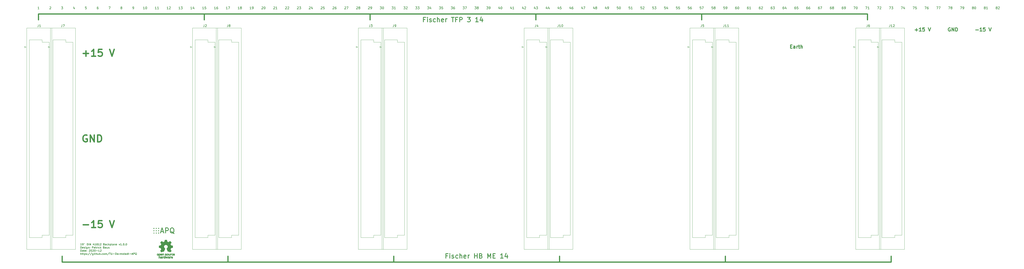
<source format=gbr>
G04 #@! TF.GenerationSoftware,KiCad,Pcbnew,5.1.8*
G04 #@! TF.CreationDate,2020-12-14T16:47:20+01:00*
G04 #@! TF.ProjectId,main,6d61696e-2e6b-4696-9361-645f70636258,v1.0.0*
G04 #@! TF.SameCoordinates,Original*
G04 #@! TF.FileFunction,Legend,Top*
G04 #@! TF.FilePolarity,Positive*
%FSLAX46Y46*%
G04 Gerber Fmt 4.6, Leading zero omitted, Abs format (unit mm)*
G04 Created by KiCad (PCBNEW 5.1.8) date 2020-12-14 16:47:20*
%MOMM*%
%LPD*%
G01*
G04 APERTURE LIST*
%ADD10C,0.300000*%
%ADD11C,0.500000*%
%ADD12C,0.150000*%
%ADD13C,0.600000*%
%ADD14C,0.120000*%
%ADD15C,0.010000*%
%ADD16C,0.250000*%
G04 APERTURE END LIST*
D10*
X348488571Y-46247857D02*
X348988571Y-46247857D01*
X349202857Y-47033571D02*
X348488571Y-47033571D01*
X348488571Y-45533571D01*
X349202857Y-45533571D01*
X350488571Y-47033571D02*
X350488571Y-46247857D01*
X350417142Y-46105000D01*
X350274285Y-46033571D01*
X349988571Y-46033571D01*
X349845714Y-46105000D01*
X350488571Y-46962142D02*
X350345714Y-47033571D01*
X349988571Y-47033571D01*
X349845714Y-46962142D01*
X349774285Y-46819285D01*
X349774285Y-46676428D01*
X349845714Y-46533571D01*
X349988571Y-46462142D01*
X350345714Y-46462142D01*
X350488571Y-46390714D01*
X351202857Y-47033571D02*
X351202857Y-46033571D01*
X351202857Y-46319285D02*
X351274285Y-46176428D01*
X351345714Y-46105000D01*
X351488571Y-46033571D01*
X351631428Y-46033571D01*
X351917142Y-46033571D02*
X352488571Y-46033571D01*
X352131428Y-45533571D02*
X352131428Y-46819285D01*
X352202857Y-46962142D01*
X352345714Y-47033571D01*
X352488571Y-47033571D01*
X352988571Y-47033571D02*
X352988571Y-45533571D01*
X353631428Y-47033571D02*
X353631428Y-46247857D01*
X353560000Y-46105000D01*
X353417142Y-46033571D01*
X353202857Y-46033571D01*
X353060000Y-46105000D01*
X352988571Y-46176428D01*
X191740000Y-34622142D02*
X191073333Y-34622142D01*
X191073333Y-35669761D02*
X191073333Y-33669761D01*
X192025714Y-33669761D01*
X192787619Y-35669761D02*
X192787619Y-34336428D01*
X192787619Y-33669761D02*
X192692380Y-33765000D01*
X192787619Y-33860238D01*
X192882857Y-33765000D01*
X192787619Y-33669761D01*
X192787619Y-33860238D01*
X193644761Y-35574523D02*
X193835238Y-35669761D01*
X194216190Y-35669761D01*
X194406666Y-35574523D01*
X194501904Y-35384047D01*
X194501904Y-35288809D01*
X194406666Y-35098333D01*
X194216190Y-35003095D01*
X193930476Y-35003095D01*
X193740000Y-34907857D01*
X193644761Y-34717380D01*
X193644761Y-34622142D01*
X193740000Y-34431666D01*
X193930476Y-34336428D01*
X194216190Y-34336428D01*
X194406666Y-34431666D01*
X196216190Y-35574523D02*
X196025714Y-35669761D01*
X195644761Y-35669761D01*
X195454285Y-35574523D01*
X195359047Y-35479285D01*
X195263809Y-35288809D01*
X195263809Y-34717380D01*
X195359047Y-34526904D01*
X195454285Y-34431666D01*
X195644761Y-34336428D01*
X196025714Y-34336428D01*
X196216190Y-34431666D01*
X197073333Y-35669761D02*
X197073333Y-33669761D01*
X197930476Y-35669761D02*
X197930476Y-34622142D01*
X197835238Y-34431666D01*
X197644761Y-34336428D01*
X197359047Y-34336428D01*
X197168571Y-34431666D01*
X197073333Y-34526904D01*
X199644761Y-35574523D02*
X199454285Y-35669761D01*
X199073333Y-35669761D01*
X198882857Y-35574523D01*
X198787619Y-35384047D01*
X198787619Y-34622142D01*
X198882857Y-34431666D01*
X199073333Y-34336428D01*
X199454285Y-34336428D01*
X199644761Y-34431666D01*
X199740000Y-34622142D01*
X199740000Y-34812619D01*
X198787619Y-35003095D01*
X200597142Y-35669761D02*
X200597142Y-34336428D01*
X200597142Y-34717380D02*
X200692380Y-34526904D01*
X200787619Y-34431666D01*
X200978095Y-34336428D01*
X201168571Y-34336428D01*
X203073333Y-33669761D02*
X204216190Y-33669761D01*
X203644761Y-35669761D02*
X203644761Y-33669761D01*
X205549523Y-34622142D02*
X204882857Y-34622142D01*
X204882857Y-35669761D02*
X204882857Y-33669761D01*
X205835238Y-33669761D01*
X206597142Y-35669761D02*
X206597142Y-33669761D01*
X207359047Y-33669761D01*
X207549523Y-33765000D01*
X207644761Y-33860238D01*
X207740000Y-34050714D01*
X207740000Y-34336428D01*
X207644761Y-34526904D01*
X207549523Y-34622142D01*
X207359047Y-34717380D01*
X206597142Y-34717380D01*
X209930476Y-33669761D02*
X211168571Y-33669761D01*
X210501904Y-34431666D01*
X210787619Y-34431666D01*
X210978095Y-34526904D01*
X211073333Y-34622142D01*
X211168571Y-34812619D01*
X211168571Y-35288809D01*
X211073333Y-35479285D01*
X210978095Y-35574523D01*
X210787619Y-35669761D01*
X210216190Y-35669761D01*
X210025714Y-35574523D01*
X209930476Y-35479285D01*
X214597142Y-35669761D02*
X213454285Y-35669761D01*
X214025714Y-35669761D02*
X214025714Y-33669761D01*
X213835238Y-33955476D01*
X213644761Y-34145952D01*
X213454285Y-34241190D01*
X216311428Y-34336428D02*
X216311428Y-35669761D01*
X215835238Y-33574523D02*
X215359047Y-35003095D01*
X216597142Y-35003095D01*
X201376190Y-136222142D02*
X200709523Y-136222142D01*
X200709523Y-137269761D02*
X200709523Y-135269761D01*
X201661904Y-135269761D01*
X202423809Y-137269761D02*
X202423809Y-135936428D01*
X202423809Y-135269761D02*
X202328571Y-135365000D01*
X202423809Y-135460238D01*
X202519047Y-135365000D01*
X202423809Y-135269761D01*
X202423809Y-135460238D01*
X203280952Y-137174523D02*
X203471428Y-137269761D01*
X203852380Y-137269761D01*
X204042857Y-137174523D01*
X204138095Y-136984047D01*
X204138095Y-136888809D01*
X204042857Y-136698333D01*
X203852380Y-136603095D01*
X203566666Y-136603095D01*
X203376190Y-136507857D01*
X203280952Y-136317380D01*
X203280952Y-136222142D01*
X203376190Y-136031666D01*
X203566666Y-135936428D01*
X203852380Y-135936428D01*
X204042857Y-136031666D01*
X205852380Y-137174523D02*
X205661904Y-137269761D01*
X205280952Y-137269761D01*
X205090476Y-137174523D01*
X204995238Y-137079285D01*
X204900000Y-136888809D01*
X204900000Y-136317380D01*
X204995238Y-136126904D01*
X205090476Y-136031666D01*
X205280952Y-135936428D01*
X205661904Y-135936428D01*
X205852380Y-136031666D01*
X206709523Y-137269761D02*
X206709523Y-135269761D01*
X207566666Y-137269761D02*
X207566666Y-136222142D01*
X207471428Y-136031666D01*
X207280952Y-135936428D01*
X206995238Y-135936428D01*
X206804761Y-136031666D01*
X206709523Y-136126904D01*
X209280952Y-137174523D02*
X209090476Y-137269761D01*
X208709523Y-137269761D01*
X208519047Y-137174523D01*
X208423809Y-136984047D01*
X208423809Y-136222142D01*
X208519047Y-136031666D01*
X208709523Y-135936428D01*
X209090476Y-135936428D01*
X209280952Y-136031666D01*
X209376190Y-136222142D01*
X209376190Y-136412619D01*
X208423809Y-136603095D01*
X210233333Y-137269761D02*
X210233333Y-135936428D01*
X210233333Y-136317380D02*
X210328571Y-136126904D01*
X210423809Y-136031666D01*
X210614285Y-135936428D01*
X210804761Y-135936428D01*
X212995238Y-137269761D02*
X212995238Y-135269761D01*
X212995238Y-136222142D02*
X214138095Y-136222142D01*
X214138095Y-137269761D02*
X214138095Y-135269761D01*
X215757142Y-136222142D02*
X216042857Y-136317380D01*
X216138095Y-136412619D01*
X216233333Y-136603095D01*
X216233333Y-136888809D01*
X216138095Y-137079285D01*
X216042857Y-137174523D01*
X215852380Y-137269761D01*
X215090476Y-137269761D01*
X215090476Y-135269761D01*
X215757142Y-135269761D01*
X215947619Y-135365000D01*
X216042857Y-135460238D01*
X216138095Y-135650714D01*
X216138095Y-135841190D01*
X216042857Y-136031666D01*
X215947619Y-136126904D01*
X215757142Y-136222142D01*
X215090476Y-136222142D01*
X218614285Y-137269761D02*
X218614285Y-135269761D01*
X219280952Y-136698333D01*
X219947619Y-135269761D01*
X219947619Y-137269761D01*
X220900000Y-136222142D02*
X221566666Y-136222142D01*
X221852380Y-137269761D02*
X220900000Y-137269761D01*
X220900000Y-135269761D01*
X221852380Y-135269761D01*
X225280952Y-137269761D02*
X224138095Y-137269761D01*
X224709523Y-137269761D02*
X224709523Y-135269761D01*
X224519047Y-135555476D01*
X224328571Y-135745952D01*
X224138095Y-135841190D01*
X226995238Y-135936428D02*
X226995238Y-137269761D01*
X226519047Y-135174523D02*
X226042857Y-136603095D01*
X227280952Y-136603095D01*
D11*
X391700000Y-138905000D02*
X391700000Y-136365000D01*
X391700000Y-138905000D02*
X320580000Y-138905000D01*
X320580000Y-138905000D02*
X320580000Y-136365000D01*
X249460000Y-138905000D02*
X178340000Y-138905000D01*
X178340000Y-138905000D02*
X107220000Y-138905000D01*
X178340000Y-138905000D02*
X178340000Y-136365000D01*
X320580000Y-138905000D02*
X249460000Y-138905000D01*
X107220000Y-138905000D02*
X36100000Y-138905000D01*
X36100000Y-138905000D02*
X36100000Y-136365000D01*
X107220000Y-138905000D02*
X107220000Y-136365000D01*
X249460000Y-138905000D02*
X249460000Y-136365000D01*
D12*
X436848571Y-29565952D02*
X436753333Y-29518333D01*
X436705714Y-29470714D01*
X436658095Y-29375476D01*
X436658095Y-29327857D01*
X436705714Y-29232619D01*
X436753333Y-29185000D01*
X436848571Y-29137380D01*
X437039047Y-29137380D01*
X437134285Y-29185000D01*
X437181904Y-29232619D01*
X437229523Y-29327857D01*
X437229523Y-29375476D01*
X437181904Y-29470714D01*
X437134285Y-29518333D01*
X437039047Y-29565952D01*
X436848571Y-29565952D01*
X436753333Y-29613571D01*
X436705714Y-29661190D01*
X436658095Y-29756428D01*
X436658095Y-29946904D01*
X436705714Y-30042142D01*
X436753333Y-30089761D01*
X436848571Y-30137380D01*
X437039047Y-30137380D01*
X437134285Y-30089761D01*
X437181904Y-30042142D01*
X437229523Y-29946904D01*
X437229523Y-29756428D01*
X437181904Y-29661190D01*
X437134285Y-29613571D01*
X437039047Y-29565952D01*
X437610476Y-29232619D02*
X437658095Y-29185000D01*
X437753333Y-29137380D01*
X437991428Y-29137380D01*
X438086666Y-29185000D01*
X438134285Y-29232619D01*
X438181904Y-29327857D01*
X438181904Y-29423095D01*
X438134285Y-29565952D01*
X437562857Y-30137380D01*
X438181904Y-30137380D01*
X431768571Y-29565952D02*
X431673333Y-29518333D01*
X431625714Y-29470714D01*
X431578095Y-29375476D01*
X431578095Y-29327857D01*
X431625714Y-29232619D01*
X431673333Y-29185000D01*
X431768571Y-29137380D01*
X431959047Y-29137380D01*
X432054285Y-29185000D01*
X432101904Y-29232619D01*
X432149523Y-29327857D01*
X432149523Y-29375476D01*
X432101904Y-29470714D01*
X432054285Y-29518333D01*
X431959047Y-29565952D01*
X431768571Y-29565952D01*
X431673333Y-29613571D01*
X431625714Y-29661190D01*
X431578095Y-29756428D01*
X431578095Y-29946904D01*
X431625714Y-30042142D01*
X431673333Y-30089761D01*
X431768571Y-30137380D01*
X431959047Y-30137380D01*
X432054285Y-30089761D01*
X432101904Y-30042142D01*
X432149523Y-29946904D01*
X432149523Y-29756428D01*
X432101904Y-29661190D01*
X432054285Y-29613571D01*
X431959047Y-29565952D01*
X433101904Y-30137380D02*
X432530476Y-30137380D01*
X432816190Y-30137380D02*
X432816190Y-29137380D01*
X432720952Y-29280238D01*
X432625714Y-29375476D01*
X432530476Y-29423095D01*
X426688571Y-29565952D02*
X426593333Y-29518333D01*
X426545714Y-29470714D01*
X426498095Y-29375476D01*
X426498095Y-29327857D01*
X426545714Y-29232619D01*
X426593333Y-29185000D01*
X426688571Y-29137380D01*
X426879047Y-29137380D01*
X426974285Y-29185000D01*
X427021904Y-29232619D01*
X427069523Y-29327857D01*
X427069523Y-29375476D01*
X427021904Y-29470714D01*
X426974285Y-29518333D01*
X426879047Y-29565952D01*
X426688571Y-29565952D01*
X426593333Y-29613571D01*
X426545714Y-29661190D01*
X426498095Y-29756428D01*
X426498095Y-29946904D01*
X426545714Y-30042142D01*
X426593333Y-30089761D01*
X426688571Y-30137380D01*
X426879047Y-30137380D01*
X426974285Y-30089761D01*
X427021904Y-30042142D01*
X427069523Y-29946904D01*
X427069523Y-29756428D01*
X427021904Y-29661190D01*
X426974285Y-29613571D01*
X426879047Y-29565952D01*
X427688571Y-29137380D02*
X427783809Y-29137380D01*
X427879047Y-29185000D01*
X427926666Y-29232619D01*
X427974285Y-29327857D01*
X428021904Y-29518333D01*
X428021904Y-29756428D01*
X427974285Y-29946904D01*
X427926666Y-30042142D01*
X427879047Y-30089761D01*
X427783809Y-30137380D01*
X427688571Y-30137380D01*
X427593333Y-30089761D01*
X427545714Y-30042142D01*
X427498095Y-29946904D01*
X427450476Y-29756428D01*
X427450476Y-29518333D01*
X427498095Y-29327857D01*
X427545714Y-29232619D01*
X427593333Y-29185000D01*
X427688571Y-29137380D01*
X421370476Y-29137380D02*
X422037142Y-29137380D01*
X421608571Y-30137380D01*
X422465714Y-30137380D02*
X422656190Y-30137380D01*
X422751428Y-30089761D01*
X422799047Y-30042142D01*
X422894285Y-29899285D01*
X422941904Y-29708809D01*
X422941904Y-29327857D01*
X422894285Y-29232619D01*
X422846666Y-29185000D01*
X422751428Y-29137380D01*
X422560952Y-29137380D01*
X422465714Y-29185000D01*
X422418095Y-29232619D01*
X422370476Y-29327857D01*
X422370476Y-29565952D01*
X422418095Y-29661190D01*
X422465714Y-29708809D01*
X422560952Y-29756428D01*
X422751428Y-29756428D01*
X422846666Y-29708809D01*
X422894285Y-29661190D01*
X422941904Y-29565952D01*
X416290476Y-29137380D02*
X416957142Y-29137380D01*
X416528571Y-30137380D01*
X417480952Y-29565952D02*
X417385714Y-29518333D01*
X417338095Y-29470714D01*
X417290476Y-29375476D01*
X417290476Y-29327857D01*
X417338095Y-29232619D01*
X417385714Y-29185000D01*
X417480952Y-29137380D01*
X417671428Y-29137380D01*
X417766666Y-29185000D01*
X417814285Y-29232619D01*
X417861904Y-29327857D01*
X417861904Y-29375476D01*
X417814285Y-29470714D01*
X417766666Y-29518333D01*
X417671428Y-29565952D01*
X417480952Y-29565952D01*
X417385714Y-29613571D01*
X417338095Y-29661190D01*
X417290476Y-29756428D01*
X417290476Y-29946904D01*
X417338095Y-30042142D01*
X417385714Y-30089761D01*
X417480952Y-30137380D01*
X417671428Y-30137380D01*
X417766666Y-30089761D01*
X417814285Y-30042142D01*
X417861904Y-29946904D01*
X417861904Y-29756428D01*
X417814285Y-29661190D01*
X417766666Y-29613571D01*
X417671428Y-29565952D01*
X411210476Y-29137380D02*
X411877142Y-29137380D01*
X411448571Y-30137380D01*
X412162857Y-29137380D02*
X412829523Y-29137380D01*
X412400952Y-30137380D01*
X406130476Y-29137380D02*
X406797142Y-29137380D01*
X406368571Y-30137380D01*
X407606666Y-29137380D02*
X407416190Y-29137380D01*
X407320952Y-29185000D01*
X407273333Y-29232619D01*
X407178095Y-29375476D01*
X407130476Y-29565952D01*
X407130476Y-29946904D01*
X407178095Y-30042142D01*
X407225714Y-30089761D01*
X407320952Y-30137380D01*
X407511428Y-30137380D01*
X407606666Y-30089761D01*
X407654285Y-30042142D01*
X407701904Y-29946904D01*
X407701904Y-29708809D01*
X407654285Y-29613571D01*
X407606666Y-29565952D01*
X407511428Y-29518333D01*
X407320952Y-29518333D01*
X407225714Y-29565952D01*
X407178095Y-29613571D01*
X407130476Y-29708809D01*
X401050476Y-29137380D02*
X401717142Y-29137380D01*
X401288571Y-30137380D01*
X402574285Y-29137380D02*
X402098095Y-29137380D01*
X402050476Y-29613571D01*
X402098095Y-29565952D01*
X402193333Y-29518333D01*
X402431428Y-29518333D01*
X402526666Y-29565952D01*
X402574285Y-29613571D01*
X402621904Y-29708809D01*
X402621904Y-29946904D01*
X402574285Y-30042142D01*
X402526666Y-30089761D01*
X402431428Y-30137380D01*
X402193333Y-30137380D01*
X402098095Y-30089761D01*
X402050476Y-30042142D01*
X395970476Y-29137380D02*
X396637142Y-29137380D01*
X396208571Y-30137380D01*
X397446666Y-29470714D02*
X397446666Y-30137380D01*
X397208571Y-29089761D02*
X396970476Y-29804047D01*
X397589523Y-29804047D01*
X390890476Y-29137380D02*
X391557142Y-29137380D01*
X391128571Y-30137380D01*
X391842857Y-29137380D02*
X392461904Y-29137380D01*
X392128571Y-29518333D01*
X392271428Y-29518333D01*
X392366666Y-29565952D01*
X392414285Y-29613571D01*
X392461904Y-29708809D01*
X392461904Y-29946904D01*
X392414285Y-30042142D01*
X392366666Y-30089761D01*
X392271428Y-30137380D01*
X391985714Y-30137380D01*
X391890476Y-30089761D01*
X391842857Y-30042142D01*
X385810476Y-29137380D02*
X386477142Y-29137380D01*
X386048571Y-30137380D01*
X386810476Y-29232619D02*
X386858095Y-29185000D01*
X386953333Y-29137380D01*
X387191428Y-29137380D01*
X387286666Y-29185000D01*
X387334285Y-29232619D01*
X387381904Y-29327857D01*
X387381904Y-29423095D01*
X387334285Y-29565952D01*
X386762857Y-30137380D01*
X387381904Y-30137380D01*
X380730476Y-29137380D02*
X381397142Y-29137380D01*
X380968571Y-30137380D01*
X382301904Y-30137380D02*
X381730476Y-30137380D01*
X382016190Y-30137380D02*
X382016190Y-29137380D01*
X381920952Y-29280238D01*
X381825714Y-29375476D01*
X381730476Y-29423095D01*
X375650476Y-29137380D02*
X376317142Y-29137380D01*
X375888571Y-30137380D01*
X376888571Y-29137380D02*
X376983809Y-29137380D01*
X377079047Y-29185000D01*
X377126666Y-29232619D01*
X377174285Y-29327857D01*
X377221904Y-29518333D01*
X377221904Y-29756428D01*
X377174285Y-29946904D01*
X377126666Y-30042142D01*
X377079047Y-30089761D01*
X376983809Y-30137380D01*
X376888571Y-30137380D01*
X376793333Y-30089761D01*
X376745714Y-30042142D01*
X376698095Y-29946904D01*
X376650476Y-29756428D01*
X376650476Y-29518333D01*
X376698095Y-29327857D01*
X376745714Y-29232619D01*
X376793333Y-29185000D01*
X376888571Y-29137380D01*
X371094285Y-29137380D02*
X370903809Y-29137380D01*
X370808571Y-29185000D01*
X370760952Y-29232619D01*
X370665714Y-29375476D01*
X370618095Y-29565952D01*
X370618095Y-29946904D01*
X370665714Y-30042142D01*
X370713333Y-30089761D01*
X370808571Y-30137380D01*
X370999047Y-30137380D01*
X371094285Y-30089761D01*
X371141904Y-30042142D01*
X371189523Y-29946904D01*
X371189523Y-29708809D01*
X371141904Y-29613571D01*
X371094285Y-29565952D01*
X370999047Y-29518333D01*
X370808571Y-29518333D01*
X370713333Y-29565952D01*
X370665714Y-29613571D01*
X370618095Y-29708809D01*
X371665714Y-30137380D02*
X371856190Y-30137380D01*
X371951428Y-30089761D01*
X371999047Y-30042142D01*
X372094285Y-29899285D01*
X372141904Y-29708809D01*
X372141904Y-29327857D01*
X372094285Y-29232619D01*
X372046666Y-29185000D01*
X371951428Y-29137380D01*
X371760952Y-29137380D01*
X371665714Y-29185000D01*
X371618095Y-29232619D01*
X371570476Y-29327857D01*
X371570476Y-29565952D01*
X371618095Y-29661190D01*
X371665714Y-29708809D01*
X371760952Y-29756428D01*
X371951428Y-29756428D01*
X372046666Y-29708809D01*
X372094285Y-29661190D01*
X372141904Y-29565952D01*
X366014285Y-29137380D02*
X365823809Y-29137380D01*
X365728571Y-29185000D01*
X365680952Y-29232619D01*
X365585714Y-29375476D01*
X365538095Y-29565952D01*
X365538095Y-29946904D01*
X365585714Y-30042142D01*
X365633333Y-30089761D01*
X365728571Y-30137380D01*
X365919047Y-30137380D01*
X366014285Y-30089761D01*
X366061904Y-30042142D01*
X366109523Y-29946904D01*
X366109523Y-29708809D01*
X366061904Y-29613571D01*
X366014285Y-29565952D01*
X365919047Y-29518333D01*
X365728571Y-29518333D01*
X365633333Y-29565952D01*
X365585714Y-29613571D01*
X365538095Y-29708809D01*
X366680952Y-29565952D02*
X366585714Y-29518333D01*
X366538095Y-29470714D01*
X366490476Y-29375476D01*
X366490476Y-29327857D01*
X366538095Y-29232619D01*
X366585714Y-29185000D01*
X366680952Y-29137380D01*
X366871428Y-29137380D01*
X366966666Y-29185000D01*
X367014285Y-29232619D01*
X367061904Y-29327857D01*
X367061904Y-29375476D01*
X367014285Y-29470714D01*
X366966666Y-29518333D01*
X366871428Y-29565952D01*
X366680952Y-29565952D01*
X366585714Y-29613571D01*
X366538095Y-29661190D01*
X366490476Y-29756428D01*
X366490476Y-29946904D01*
X366538095Y-30042142D01*
X366585714Y-30089761D01*
X366680952Y-30137380D01*
X366871428Y-30137380D01*
X366966666Y-30089761D01*
X367014285Y-30042142D01*
X367061904Y-29946904D01*
X367061904Y-29756428D01*
X367014285Y-29661190D01*
X366966666Y-29613571D01*
X366871428Y-29565952D01*
X360934285Y-29137380D02*
X360743809Y-29137380D01*
X360648571Y-29185000D01*
X360600952Y-29232619D01*
X360505714Y-29375476D01*
X360458095Y-29565952D01*
X360458095Y-29946904D01*
X360505714Y-30042142D01*
X360553333Y-30089761D01*
X360648571Y-30137380D01*
X360839047Y-30137380D01*
X360934285Y-30089761D01*
X360981904Y-30042142D01*
X361029523Y-29946904D01*
X361029523Y-29708809D01*
X360981904Y-29613571D01*
X360934285Y-29565952D01*
X360839047Y-29518333D01*
X360648571Y-29518333D01*
X360553333Y-29565952D01*
X360505714Y-29613571D01*
X360458095Y-29708809D01*
X361362857Y-29137380D02*
X362029523Y-29137380D01*
X361600952Y-30137380D01*
X355854285Y-29137380D02*
X355663809Y-29137380D01*
X355568571Y-29185000D01*
X355520952Y-29232619D01*
X355425714Y-29375476D01*
X355378095Y-29565952D01*
X355378095Y-29946904D01*
X355425714Y-30042142D01*
X355473333Y-30089761D01*
X355568571Y-30137380D01*
X355759047Y-30137380D01*
X355854285Y-30089761D01*
X355901904Y-30042142D01*
X355949523Y-29946904D01*
X355949523Y-29708809D01*
X355901904Y-29613571D01*
X355854285Y-29565952D01*
X355759047Y-29518333D01*
X355568571Y-29518333D01*
X355473333Y-29565952D01*
X355425714Y-29613571D01*
X355378095Y-29708809D01*
X356806666Y-29137380D02*
X356616190Y-29137380D01*
X356520952Y-29185000D01*
X356473333Y-29232619D01*
X356378095Y-29375476D01*
X356330476Y-29565952D01*
X356330476Y-29946904D01*
X356378095Y-30042142D01*
X356425714Y-30089761D01*
X356520952Y-30137380D01*
X356711428Y-30137380D01*
X356806666Y-30089761D01*
X356854285Y-30042142D01*
X356901904Y-29946904D01*
X356901904Y-29708809D01*
X356854285Y-29613571D01*
X356806666Y-29565952D01*
X356711428Y-29518333D01*
X356520952Y-29518333D01*
X356425714Y-29565952D01*
X356378095Y-29613571D01*
X356330476Y-29708809D01*
X350774285Y-29137380D02*
X350583809Y-29137380D01*
X350488571Y-29185000D01*
X350440952Y-29232619D01*
X350345714Y-29375476D01*
X350298095Y-29565952D01*
X350298095Y-29946904D01*
X350345714Y-30042142D01*
X350393333Y-30089761D01*
X350488571Y-30137380D01*
X350679047Y-30137380D01*
X350774285Y-30089761D01*
X350821904Y-30042142D01*
X350869523Y-29946904D01*
X350869523Y-29708809D01*
X350821904Y-29613571D01*
X350774285Y-29565952D01*
X350679047Y-29518333D01*
X350488571Y-29518333D01*
X350393333Y-29565952D01*
X350345714Y-29613571D01*
X350298095Y-29708809D01*
X351774285Y-29137380D02*
X351298095Y-29137380D01*
X351250476Y-29613571D01*
X351298095Y-29565952D01*
X351393333Y-29518333D01*
X351631428Y-29518333D01*
X351726666Y-29565952D01*
X351774285Y-29613571D01*
X351821904Y-29708809D01*
X351821904Y-29946904D01*
X351774285Y-30042142D01*
X351726666Y-30089761D01*
X351631428Y-30137380D01*
X351393333Y-30137380D01*
X351298095Y-30089761D01*
X351250476Y-30042142D01*
X345694285Y-29137380D02*
X345503809Y-29137380D01*
X345408571Y-29185000D01*
X345360952Y-29232619D01*
X345265714Y-29375476D01*
X345218095Y-29565952D01*
X345218095Y-29946904D01*
X345265714Y-30042142D01*
X345313333Y-30089761D01*
X345408571Y-30137380D01*
X345599047Y-30137380D01*
X345694285Y-30089761D01*
X345741904Y-30042142D01*
X345789523Y-29946904D01*
X345789523Y-29708809D01*
X345741904Y-29613571D01*
X345694285Y-29565952D01*
X345599047Y-29518333D01*
X345408571Y-29518333D01*
X345313333Y-29565952D01*
X345265714Y-29613571D01*
X345218095Y-29708809D01*
X346646666Y-29470714D02*
X346646666Y-30137380D01*
X346408571Y-29089761D02*
X346170476Y-29804047D01*
X346789523Y-29804047D01*
X340614285Y-29137380D02*
X340423809Y-29137380D01*
X340328571Y-29185000D01*
X340280952Y-29232619D01*
X340185714Y-29375476D01*
X340138095Y-29565952D01*
X340138095Y-29946904D01*
X340185714Y-30042142D01*
X340233333Y-30089761D01*
X340328571Y-30137380D01*
X340519047Y-30137380D01*
X340614285Y-30089761D01*
X340661904Y-30042142D01*
X340709523Y-29946904D01*
X340709523Y-29708809D01*
X340661904Y-29613571D01*
X340614285Y-29565952D01*
X340519047Y-29518333D01*
X340328571Y-29518333D01*
X340233333Y-29565952D01*
X340185714Y-29613571D01*
X340138095Y-29708809D01*
X341042857Y-29137380D02*
X341661904Y-29137380D01*
X341328571Y-29518333D01*
X341471428Y-29518333D01*
X341566666Y-29565952D01*
X341614285Y-29613571D01*
X341661904Y-29708809D01*
X341661904Y-29946904D01*
X341614285Y-30042142D01*
X341566666Y-30089761D01*
X341471428Y-30137380D01*
X341185714Y-30137380D01*
X341090476Y-30089761D01*
X341042857Y-30042142D01*
X335534285Y-29137380D02*
X335343809Y-29137380D01*
X335248571Y-29185000D01*
X335200952Y-29232619D01*
X335105714Y-29375476D01*
X335058095Y-29565952D01*
X335058095Y-29946904D01*
X335105714Y-30042142D01*
X335153333Y-30089761D01*
X335248571Y-30137380D01*
X335439047Y-30137380D01*
X335534285Y-30089761D01*
X335581904Y-30042142D01*
X335629523Y-29946904D01*
X335629523Y-29708809D01*
X335581904Y-29613571D01*
X335534285Y-29565952D01*
X335439047Y-29518333D01*
X335248571Y-29518333D01*
X335153333Y-29565952D01*
X335105714Y-29613571D01*
X335058095Y-29708809D01*
X336010476Y-29232619D02*
X336058095Y-29185000D01*
X336153333Y-29137380D01*
X336391428Y-29137380D01*
X336486666Y-29185000D01*
X336534285Y-29232619D01*
X336581904Y-29327857D01*
X336581904Y-29423095D01*
X336534285Y-29565952D01*
X335962857Y-30137380D01*
X336581904Y-30137380D01*
X330454285Y-29137380D02*
X330263809Y-29137380D01*
X330168571Y-29185000D01*
X330120952Y-29232619D01*
X330025714Y-29375476D01*
X329978095Y-29565952D01*
X329978095Y-29946904D01*
X330025714Y-30042142D01*
X330073333Y-30089761D01*
X330168571Y-30137380D01*
X330359047Y-30137380D01*
X330454285Y-30089761D01*
X330501904Y-30042142D01*
X330549523Y-29946904D01*
X330549523Y-29708809D01*
X330501904Y-29613571D01*
X330454285Y-29565952D01*
X330359047Y-29518333D01*
X330168571Y-29518333D01*
X330073333Y-29565952D01*
X330025714Y-29613571D01*
X329978095Y-29708809D01*
X331501904Y-30137380D02*
X330930476Y-30137380D01*
X331216190Y-30137380D02*
X331216190Y-29137380D01*
X331120952Y-29280238D01*
X331025714Y-29375476D01*
X330930476Y-29423095D01*
X325374285Y-29137380D02*
X325183809Y-29137380D01*
X325088571Y-29185000D01*
X325040952Y-29232619D01*
X324945714Y-29375476D01*
X324898095Y-29565952D01*
X324898095Y-29946904D01*
X324945714Y-30042142D01*
X324993333Y-30089761D01*
X325088571Y-30137380D01*
X325279047Y-30137380D01*
X325374285Y-30089761D01*
X325421904Y-30042142D01*
X325469523Y-29946904D01*
X325469523Y-29708809D01*
X325421904Y-29613571D01*
X325374285Y-29565952D01*
X325279047Y-29518333D01*
X325088571Y-29518333D01*
X324993333Y-29565952D01*
X324945714Y-29613571D01*
X324898095Y-29708809D01*
X326088571Y-29137380D02*
X326183809Y-29137380D01*
X326279047Y-29185000D01*
X326326666Y-29232619D01*
X326374285Y-29327857D01*
X326421904Y-29518333D01*
X326421904Y-29756428D01*
X326374285Y-29946904D01*
X326326666Y-30042142D01*
X326279047Y-30089761D01*
X326183809Y-30137380D01*
X326088571Y-30137380D01*
X325993333Y-30089761D01*
X325945714Y-30042142D01*
X325898095Y-29946904D01*
X325850476Y-29756428D01*
X325850476Y-29518333D01*
X325898095Y-29327857D01*
X325945714Y-29232619D01*
X325993333Y-29185000D01*
X326088571Y-29137380D01*
X320341904Y-29137380D02*
X319865714Y-29137380D01*
X319818095Y-29613571D01*
X319865714Y-29565952D01*
X319960952Y-29518333D01*
X320199047Y-29518333D01*
X320294285Y-29565952D01*
X320341904Y-29613571D01*
X320389523Y-29708809D01*
X320389523Y-29946904D01*
X320341904Y-30042142D01*
X320294285Y-30089761D01*
X320199047Y-30137380D01*
X319960952Y-30137380D01*
X319865714Y-30089761D01*
X319818095Y-30042142D01*
X320865714Y-30137380D02*
X321056190Y-30137380D01*
X321151428Y-30089761D01*
X321199047Y-30042142D01*
X321294285Y-29899285D01*
X321341904Y-29708809D01*
X321341904Y-29327857D01*
X321294285Y-29232619D01*
X321246666Y-29185000D01*
X321151428Y-29137380D01*
X320960952Y-29137380D01*
X320865714Y-29185000D01*
X320818095Y-29232619D01*
X320770476Y-29327857D01*
X320770476Y-29565952D01*
X320818095Y-29661190D01*
X320865714Y-29708809D01*
X320960952Y-29756428D01*
X321151428Y-29756428D01*
X321246666Y-29708809D01*
X321294285Y-29661190D01*
X321341904Y-29565952D01*
X315261904Y-29137380D02*
X314785714Y-29137380D01*
X314738095Y-29613571D01*
X314785714Y-29565952D01*
X314880952Y-29518333D01*
X315119047Y-29518333D01*
X315214285Y-29565952D01*
X315261904Y-29613571D01*
X315309523Y-29708809D01*
X315309523Y-29946904D01*
X315261904Y-30042142D01*
X315214285Y-30089761D01*
X315119047Y-30137380D01*
X314880952Y-30137380D01*
X314785714Y-30089761D01*
X314738095Y-30042142D01*
X315880952Y-29565952D02*
X315785714Y-29518333D01*
X315738095Y-29470714D01*
X315690476Y-29375476D01*
X315690476Y-29327857D01*
X315738095Y-29232619D01*
X315785714Y-29185000D01*
X315880952Y-29137380D01*
X316071428Y-29137380D01*
X316166666Y-29185000D01*
X316214285Y-29232619D01*
X316261904Y-29327857D01*
X316261904Y-29375476D01*
X316214285Y-29470714D01*
X316166666Y-29518333D01*
X316071428Y-29565952D01*
X315880952Y-29565952D01*
X315785714Y-29613571D01*
X315738095Y-29661190D01*
X315690476Y-29756428D01*
X315690476Y-29946904D01*
X315738095Y-30042142D01*
X315785714Y-30089761D01*
X315880952Y-30137380D01*
X316071428Y-30137380D01*
X316166666Y-30089761D01*
X316214285Y-30042142D01*
X316261904Y-29946904D01*
X316261904Y-29756428D01*
X316214285Y-29661190D01*
X316166666Y-29613571D01*
X316071428Y-29565952D01*
X310181904Y-29137380D02*
X309705714Y-29137380D01*
X309658095Y-29613571D01*
X309705714Y-29565952D01*
X309800952Y-29518333D01*
X310039047Y-29518333D01*
X310134285Y-29565952D01*
X310181904Y-29613571D01*
X310229523Y-29708809D01*
X310229523Y-29946904D01*
X310181904Y-30042142D01*
X310134285Y-30089761D01*
X310039047Y-30137380D01*
X309800952Y-30137380D01*
X309705714Y-30089761D01*
X309658095Y-30042142D01*
X310562857Y-29137380D02*
X311229523Y-29137380D01*
X310800952Y-30137380D01*
X305101904Y-29137380D02*
X304625714Y-29137380D01*
X304578095Y-29613571D01*
X304625714Y-29565952D01*
X304720952Y-29518333D01*
X304959047Y-29518333D01*
X305054285Y-29565952D01*
X305101904Y-29613571D01*
X305149523Y-29708809D01*
X305149523Y-29946904D01*
X305101904Y-30042142D01*
X305054285Y-30089761D01*
X304959047Y-30137380D01*
X304720952Y-30137380D01*
X304625714Y-30089761D01*
X304578095Y-30042142D01*
X306006666Y-29137380D02*
X305816190Y-29137380D01*
X305720952Y-29185000D01*
X305673333Y-29232619D01*
X305578095Y-29375476D01*
X305530476Y-29565952D01*
X305530476Y-29946904D01*
X305578095Y-30042142D01*
X305625714Y-30089761D01*
X305720952Y-30137380D01*
X305911428Y-30137380D01*
X306006666Y-30089761D01*
X306054285Y-30042142D01*
X306101904Y-29946904D01*
X306101904Y-29708809D01*
X306054285Y-29613571D01*
X306006666Y-29565952D01*
X305911428Y-29518333D01*
X305720952Y-29518333D01*
X305625714Y-29565952D01*
X305578095Y-29613571D01*
X305530476Y-29708809D01*
X300021904Y-29137380D02*
X299545714Y-29137380D01*
X299498095Y-29613571D01*
X299545714Y-29565952D01*
X299640952Y-29518333D01*
X299879047Y-29518333D01*
X299974285Y-29565952D01*
X300021904Y-29613571D01*
X300069523Y-29708809D01*
X300069523Y-29946904D01*
X300021904Y-30042142D01*
X299974285Y-30089761D01*
X299879047Y-30137380D01*
X299640952Y-30137380D01*
X299545714Y-30089761D01*
X299498095Y-30042142D01*
X300974285Y-29137380D02*
X300498095Y-29137380D01*
X300450476Y-29613571D01*
X300498095Y-29565952D01*
X300593333Y-29518333D01*
X300831428Y-29518333D01*
X300926666Y-29565952D01*
X300974285Y-29613571D01*
X301021904Y-29708809D01*
X301021904Y-29946904D01*
X300974285Y-30042142D01*
X300926666Y-30089761D01*
X300831428Y-30137380D01*
X300593333Y-30137380D01*
X300498095Y-30089761D01*
X300450476Y-30042142D01*
X294941904Y-29137380D02*
X294465714Y-29137380D01*
X294418095Y-29613571D01*
X294465714Y-29565952D01*
X294560952Y-29518333D01*
X294799047Y-29518333D01*
X294894285Y-29565952D01*
X294941904Y-29613571D01*
X294989523Y-29708809D01*
X294989523Y-29946904D01*
X294941904Y-30042142D01*
X294894285Y-30089761D01*
X294799047Y-30137380D01*
X294560952Y-30137380D01*
X294465714Y-30089761D01*
X294418095Y-30042142D01*
X295846666Y-29470714D02*
X295846666Y-30137380D01*
X295608571Y-29089761D02*
X295370476Y-29804047D01*
X295989523Y-29804047D01*
X289861904Y-29137380D02*
X289385714Y-29137380D01*
X289338095Y-29613571D01*
X289385714Y-29565952D01*
X289480952Y-29518333D01*
X289719047Y-29518333D01*
X289814285Y-29565952D01*
X289861904Y-29613571D01*
X289909523Y-29708809D01*
X289909523Y-29946904D01*
X289861904Y-30042142D01*
X289814285Y-30089761D01*
X289719047Y-30137380D01*
X289480952Y-30137380D01*
X289385714Y-30089761D01*
X289338095Y-30042142D01*
X290242857Y-29137380D02*
X290861904Y-29137380D01*
X290528571Y-29518333D01*
X290671428Y-29518333D01*
X290766666Y-29565952D01*
X290814285Y-29613571D01*
X290861904Y-29708809D01*
X290861904Y-29946904D01*
X290814285Y-30042142D01*
X290766666Y-30089761D01*
X290671428Y-30137380D01*
X290385714Y-30137380D01*
X290290476Y-30089761D01*
X290242857Y-30042142D01*
X284781904Y-29137380D02*
X284305714Y-29137380D01*
X284258095Y-29613571D01*
X284305714Y-29565952D01*
X284400952Y-29518333D01*
X284639047Y-29518333D01*
X284734285Y-29565952D01*
X284781904Y-29613571D01*
X284829523Y-29708809D01*
X284829523Y-29946904D01*
X284781904Y-30042142D01*
X284734285Y-30089761D01*
X284639047Y-30137380D01*
X284400952Y-30137380D01*
X284305714Y-30089761D01*
X284258095Y-30042142D01*
X285210476Y-29232619D02*
X285258095Y-29185000D01*
X285353333Y-29137380D01*
X285591428Y-29137380D01*
X285686666Y-29185000D01*
X285734285Y-29232619D01*
X285781904Y-29327857D01*
X285781904Y-29423095D01*
X285734285Y-29565952D01*
X285162857Y-30137380D01*
X285781904Y-30137380D01*
X279701904Y-29137380D02*
X279225714Y-29137380D01*
X279178095Y-29613571D01*
X279225714Y-29565952D01*
X279320952Y-29518333D01*
X279559047Y-29518333D01*
X279654285Y-29565952D01*
X279701904Y-29613571D01*
X279749523Y-29708809D01*
X279749523Y-29946904D01*
X279701904Y-30042142D01*
X279654285Y-30089761D01*
X279559047Y-30137380D01*
X279320952Y-30137380D01*
X279225714Y-30089761D01*
X279178095Y-30042142D01*
X280701904Y-30137380D02*
X280130476Y-30137380D01*
X280416190Y-30137380D02*
X280416190Y-29137380D01*
X280320952Y-29280238D01*
X280225714Y-29375476D01*
X280130476Y-29423095D01*
X274621904Y-29137380D02*
X274145714Y-29137380D01*
X274098095Y-29613571D01*
X274145714Y-29565952D01*
X274240952Y-29518333D01*
X274479047Y-29518333D01*
X274574285Y-29565952D01*
X274621904Y-29613571D01*
X274669523Y-29708809D01*
X274669523Y-29946904D01*
X274621904Y-30042142D01*
X274574285Y-30089761D01*
X274479047Y-30137380D01*
X274240952Y-30137380D01*
X274145714Y-30089761D01*
X274098095Y-30042142D01*
X275288571Y-29137380D02*
X275383809Y-29137380D01*
X275479047Y-29185000D01*
X275526666Y-29232619D01*
X275574285Y-29327857D01*
X275621904Y-29518333D01*
X275621904Y-29756428D01*
X275574285Y-29946904D01*
X275526666Y-30042142D01*
X275479047Y-30089761D01*
X275383809Y-30137380D01*
X275288571Y-30137380D01*
X275193333Y-30089761D01*
X275145714Y-30042142D01*
X275098095Y-29946904D01*
X275050476Y-29756428D01*
X275050476Y-29518333D01*
X275098095Y-29327857D01*
X275145714Y-29232619D01*
X275193333Y-29185000D01*
X275288571Y-29137380D01*
X269494285Y-29470714D02*
X269494285Y-30137380D01*
X269256190Y-29089761D02*
X269018095Y-29804047D01*
X269637142Y-29804047D01*
X270065714Y-30137380D02*
X270256190Y-30137380D01*
X270351428Y-30089761D01*
X270399047Y-30042142D01*
X270494285Y-29899285D01*
X270541904Y-29708809D01*
X270541904Y-29327857D01*
X270494285Y-29232619D01*
X270446666Y-29185000D01*
X270351428Y-29137380D01*
X270160952Y-29137380D01*
X270065714Y-29185000D01*
X270018095Y-29232619D01*
X269970476Y-29327857D01*
X269970476Y-29565952D01*
X270018095Y-29661190D01*
X270065714Y-29708809D01*
X270160952Y-29756428D01*
X270351428Y-29756428D01*
X270446666Y-29708809D01*
X270494285Y-29661190D01*
X270541904Y-29565952D01*
X264414285Y-29470714D02*
X264414285Y-30137380D01*
X264176190Y-29089761D02*
X263938095Y-29804047D01*
X264557142Y-29804047D01*
X265080952Y-29565952D02*
X264985714Y-29518333D01*
X264938095Y-29470714D01*
X264890476Y-29375476D01*
X264890476Y-29327857D01*
X264938095Y-29232619D01*
X264985714Y-29185000D01*
X265080952Y-29137380D01*
X265271428Y-29137380D01*
X265366666Y-29185000D01*
X265414285Y-29232619D01*
X265461904Y-29327857D01*
X265461904Y-29375476D01*
X265414285Y-29470714D01*
X265366666Y-29518333D01*
X265271428Y-29565952D01*
X265080952Y-29565952D01*
X264985714Y-29613571D01*
X264938095Y-29661190D01*
X264890476Y-29756428D01*
X264890476Y-29946904D01*
X264938095Y-30042142D01*
X264985714Y-30089761D01*
X265080952Y-30137380D01*
X265271428Y-30137380D01*
X265366666Y-30089761D01*
X265414285Y-30042142D01*
X265461904Y-29946904D01*
X265461904Y-29756428D01*
X265414285Y-29661190D01*
X265366666Y-29613571D01*
X265271428Y-29565952D01*
X259334285Y-29470714D02*
X259334285Y-30137380D01*
X259096190Y-29089761D02*
X258858095Y-29804047D01*
X259477142Y-29804047D01*
X259762857Y-29137380D02*
X260429523Y-29137380D01*
X260000952Y-30137380D01*
X254254285Y-29470714D02*
X254254285Y-30137380D01*
X254016190Y-29089761D02*
X253778095Y-29804047D01*
X254397142Y-29804047D01*
X255206666Y-29137380D02*
X255016190Y-29137380D01*
X254920952Y-29185000D01*
X254873333Y-29232619D01*
X254778095Y-29375476D01*
X254730476Y-29565952D01*
X254730476Y-29946904D01*
X254778095Y-30042142D01*
X254825714Y-30089761D01*
X254920952Y-30137380D01*
X255111428Y-30137380D01*
X255206666Y-30089761D01*
X255254285Y-30042142D01*
X255301904Y-29946904D01*
X255301904Y-29708809D01*
X255254285Y-29613571D01*
X255206666Y-29565952D01*
X255111428Y-29518333D01*
X254920952Y-29518333D01*
X254825714Y-29565952D01*
X254778095Y-29613571D01*
X254730476Y-29708809D01*
X249174285Y-29470714D02*
X249174285Y-30137380D01*
X248936190Y-29089761D02*
X248698095Y-29804047D01*
X249317142Y-29804047D01*
X250174285Y-29137380D02*
X249698095Y-29137380D01*
X249650476Y-29613571D01*
X249698095Y-29565952D01*
X249793333Y-29518333D01*
X250031428Y-29518333D01*
X250126666Y-29565952D01*
X250174285Y-29613571D01*
X250221904Y-29708809D01*
X250221904Y-29946904D01*
X250174285Y-30042142D01*
X250126666Y-30089761D01*
X250031428Y-30137380D01*
X249793333Y-30137380D01*
X249698095Y-30089761D01*
X249650476Y-30042142D01*
X244094285Y-29470714D02*
X244094285Y-30137380D01*
X243856190Y-29089761D02*
X243618095Y-29804047D01*
X244237142Y-29804047D01*
X245046666Y-29470714D02*
X245046666Y-30137380D01*
X244808571Y-29089761D02*
X244570476Y-29804047D01*
X245189523Y-29804047D01*
X239014285Y-29470714D02*
X239014285Y-30137380D01*
X238776190Y-29089761D02*
X238538095Y-29804047D01*
X239157142Y-29804047D01*
X239442857Y-29137380D02*
X240061904Y-29137380D01*
X239728571Y-29518333D01*
X239871428Y-29518333D01*
X239966666Y-29565952D01*
X240014285Y-29613571D01*
X240061904Y-29708809D01*
X240061904Y-29946904D01*
X240014285Y-30042142D01*
X239966666Y-30089761D01*
X239871428Y-30137380D01*
X239585714Y-30137380D01*
X239490476Y-30089761D01*
X239442857Y-30042142D01*
X233934285Y-29470714D02*
X233934285Y-30137380D01*
X233696190Y-29089761D02*
X233458095Y-29804047D01*
X234077142Y-29804047D01*
X234410476Y-29232619D02*
X234458095Y-29185000D01*
X234553333Y-29137380D01*
X234791428Y-29137380D01*
X234886666Y-29185000D01*
X234934285Y-29232619D01*
X234981904Y-29327857D01*
X234981904Y-29423095D01*
X234934285Y-29565952D01*
X234362857Y-30137380D01*
X234981904Y-30137380D01*
X228854285Y-29470714D02*
X228854285Y-30137380D01*
X228616190Y-29089761D02*
X228378095Y-29804047D01*
X228997142Y-29804047D01*
X229901904Y-30137380D02*
X229330476Y-30137380D01*
X229616190Y-30137380D02*
X229616190Y-29137380D01*
X229520952Y-29280238D01*
X229425714Y-29375476D01*
X229330476Y-29423095D01*
X223774285Y-29470714D02*
X223774285Y-30137380D01*
X223536190Y-29089761D02*
X223298095Y-29804047D01*
X223917142Y-29804047D01*
X224488571Y-29137380D02*
X224583809Y-29137380D01*
X224679047Y-29185000D01*
X224726666Y-29232619D01*
X224774285Y-29327857D01*
X224821904Y-29518333D01*
X224821904Y-29756428D01*
X224774285Y-29946904D01*
X224726666Y-30042142D01*
X224679047Y-30089761D01*
X224583809Y-30137380D01*
X224488571Y-30137380D01*
X224393333Y-30089761D01*
X224345714Y-30042142D01*
X224298095Y-29946904D01*
X224250476Y-29756428D01*
X224250476Y-29518333D01*
X224298095Y-29327857D01*
X224345714Y-29232619D01*
X224393333Y-29185000D01*
X224488571Y-29137380D01*
X218170476Y-29137380D02*
X218789523Y-29137380D01*
X218456190Y-29518333D01*
X218599047Y-29518333D01*
X218694285Y-29565952D01*
X218741904Y-29613571D01*
X218789523Y-29708809D01*
X218789523Y-29946904D01*
X218741904Y-30042142D01*
X218694285Y-30089761D01*
X218599047Y-30137380D01*
X218313333Y-30137380D01*
X218218095Y-30089761D01*
X218170476Y-30042142D01*
X219265714Y-30137380D02*
X219456190Y-30137380D01*
X219551428Y-30089761D01*
X219599047Y-30042142D01*
X219694285Y-29899285D01*
X219741904Y-29708809D01*
X219741904Y-29327857D01*
X219694285Y-29232619D01*
X219646666Y-29185000D01*
X219551428Y-29137380D01*
X219360952Y-29137380D01*
X219265714Y-29185000D01*
X219218095Y-29232619D01*
X219170476Y-29327857D01*
X219170476Y-29565952D01*
X219218095Y-29661190D01*
X219265714Y-29708809D01*
X219360952Y-29756428D01*
X219551428Y-29756428D01*
X219646666Y-29708809D01*
X219694285Y-29661190D01*
X219741904Y-29565952D01*
X213090476Y-29137380D02*
X213709523Y-29137380D01*
X213376190Y-29518333D01*
X213519047Y-29518333D01*
X213614285Y-29565952D01*
X213661904Y-29613571D01*
X213709523Y-29708809D01*
X213709523Y-29946904D01*
X213661904Y-30042142D01*
X213614285Y-30089761D01*
X213519047Y-30137380D01*
X213233333Y-30137380D01*
X213138095Y-30089761D01*
X213090476Y-30042142D01*
X214280952Y-29565952D02*
X214185714Y-29518333D01*
X214138095Y-29470714D01*
X214090476Y-29375476D01*
X214090476Y-29327857D01*
X214138095Y-29232619D01*
X214185714Y-29185000D01*
X214280952Y-29137380D01*
X214471428Y-29137380D01*
X214566666Y-29185000D01*
X214614285Y-29232619D01*
X214661904Y-29327857D01*
X214661904Y-29375476D01*
X214614285Y-29470714D01*
X214566666Y-29518333D01*
X214471428Y-29565952D01*
X214280952Y-29565952D01*
X214185714Y-29613571D01*
X214138095Y-29661190D01*
X214090476Y-29756428D01*
X214090476Y-29946904D01*
X214138095Y-30042142D01*
X214185714Y-30089761D01*
X214280952Y-30137380D01*
X214471428Y-30137380D01*
X214566666Y-30089761D01*
X214614285Y-30042142D01*
X214661904Y-29946904D01*
X214661904Y-29756428D01*
X214614285Y-29661190D01*
X214566666Y-29613571D01*
X214471428Y-29565952D01*
X208010476Y-29137380D02*
X208629523Y-29137380D01*
X208296190Y-29518333D01*
X208439047Y-29518333D01*
X208534285Y-29565952D01*
X208581904Y-29613571D01*
X208629523Y-29708809D01*
X208629523Y-29946904D01*
X208581904Y-30042142D01*
X208534285Y-30089761D01*
X208439047Y-30137380D01*
X208153333Y-30137380D01*
X208058095Y-30089761D01*
X208010476Y-30042142D01*
X208962857Y-29137380D02*
X209629523Y-29137380D01*
X209200952Y-30137380D01*
X202930476Y-29137380D02*
X203549523Y-29137380D01*
X203216190Y-29518333D01*
X203359047Y-29518333D01*
X203454285Y-29565952D01*
X203501904Y-29613571D01*
X203549523Y-29708809D01*
X203549523Y-29946904D01*
X203501904Y-30042142D01*
X203454285Y-30089761D01*
X203359047Y-30137380D01*
X203073333Y-30137380D01*
X202978095Y-30089761D01*
X202930476Y-30042142D01*
X204406666Y-29137380D02*
X204216190Y-29137380D01*
X204120952Y-29185000D01*
X204073333Y-29232619D01*
X203978095Y-29375476D01*
X203930476Y-29565952D01*
X203930476Y-29946904D01*
X203978095Y-30042142D01*
X204025714Y-30089761D01*
X204120952Y-30137380D01*
X204311428Y-30137380D01*
X204406666Y-30089761D01*
X204454285Y-30042142D01*
X204501904Y-29946904D01*
X204501904Y-29708809D01*
X204454285Y-29613571D01*
X204406666Y-29565952D01*
X204311428Y-29518333D01*
X204120952Y-29518333D01*
X204025714Y-29565952D01*
X203978095Y-29613571D01*
X203930476Y-29708809D01*
X197850476Y-29137380D02*
X198469523Y-29137380D01*
X198136190Y-29518333D01*
X198279047Y-29518333D01*
X198374285Y-29565952D01*
X198421904Y-29613571D01*
X198469523Y-29708809D01*
X198469523Y-29946904D01*
X198421904Y-30042142D01*
X198374285Y-30089761D01*
X198279047Y-30137380D01*
X197993333Y-30137380D01*
X197898095Y-30089761D01*
X197850476Y-30042142D01*
X199374285Y-29137380D02*
X198898095Y-29137380D01*
X198850476Y-29613571D01*
X198898095Y-29565952D01*
X198993333Y-29518333D01*
X199231428Y-29518333D01*
X199326666Y-29565952D01*
X199374285Y-29613571D01*
X199421904Y-29708809D01*
X199421904Y-29946904D01*
X199374285Y-30042142D01*
X199326666Y-30089761D01*
X199231428Y-30137380D01*
X198993333Y-30137380D01*
X198898095Y-30089761D01*
X198850476Y-30042142D01*
X192770476Y-29137380D02*
X193389523Y-29137380D01*
X193056190Y-29518333D01*
X193199047Y-29518333D01*
X193294285Y-29565952D01*
X193341904Y-29613571D01*
X193389523Y-29708809D01*
X193389523Y-29946904D01*
X193341904Y-30042142D01*
X193294285Y-30089761D01*
X193199047Y-30137380D01*
X192913333Y-30137380D01*
X192818095Y-30089761D01*
X192770476Y-30042142D01*
X194246666Y-29470714D02*
X194246666Y-30137380D01*
X194008571Y-29089761D02*
X193770476Y-29804047D01*
X194389523Y-29804047D01*
X187690476Y-29137380D02*
X188309523Y-29137380D01*
X187976190Y-29518333D01*
X188119047Y-29518333D01*
X188214285Y-29565952D01*
X188261904Y-29613571D01*
X188309523Y-29708809D01*
X188309523Y-29946904D01*
X188261904Y-30042142D01*
X188214285Y-30089761D01*
X188119047Y-30137380D01*
X187833333Y-30137380D01*
X187738095Y-30089761D01*
X187690476Y-30042142D01*
X188642857Y-29137380D02*
X189261904Y-29137380D01*
X188928571Y-29518333D01*
X189071428Y-29518333D01*
X189166666Y-29565952D01*
X189214285Y-29613571D01*
X189261904Y-29708809D01*
X189261904Y-29946904D01*
X189214285Y-30042142D01*
X189166666Y-30089761D01*
X189071428Y-30137380D01*
X188785714Y-30137380D01*
X188690476Y-30089761D01*
X188642857Y-30042142D01*
X182610476Y-29137380D02*
X183229523Y-29137380D01*
X182896190Y-29518333D01*
X183039047Y-29518333D01*
X183134285Y-29565952D01*
X183181904Y-29613571D01*
X183229523Y-29708809D01*
X183229523Y-29946904D01*
X183181904Y-30042142D01*
X183134285Y-30089761D01*
X183039047Y-30137380D01*
X182753333Y-30137380D01*
X182658095Y-30089761D01*
X182610476Y-30042142D01*
X183610476Y-29232619D02*
X183658095Y-29185000D01*
X183753333Y-29137380D01*
X183991428Y-29137380D01*
X184086666Y-29185000D01*
X184134285Y-29232619D01*
X184181904Y-29327857D01*
X184181904Y-29423095D01*
X184134285Y-29565952D01*
X183562857Y-30137380D01*
X184181904Y-30137380D01*
X177530476Y-29137380D02*
X178149523Y-29137380D01*
X177816190Y-29518333D01*
X177959047Y-29518333D01*
X178054285Y-29565952D01*
X178101904Y-29613571D01*
X178149523Y-29708809D01*
X178149523Y-29946904D01*
X178101904Y-30042142D01*
X178054285Y-30089761D01*
X177959047Y-30137380D01*
X177673333Y-30137380D01*
X177578095Y-30089761D01*
X177530476Y-30042142D01*
X179101904Y-30137380D02*
X178530476Y-30137380D01*
X178816190Y-30137380D02*
X178816190Y-29137380D01*
X178720952Y-29280238D01*
X178625714Y-29375476D01*
X178530476Y-29423095D01*
X172450476Y-29137380D02*
X173069523Y-29137380D01*
X172736190Y-29518333D01*
X172879047Y-29518333D01*
X172974285Y-29565952D01*
X173021904Y-29613571D01*
X173069523Y-29708809D01*
X173069523Y-29946904D01*
X173021904Y-30042142D01*
X172974285Y-30089761D01*
X172879047Y-30137380D01*
X172593333Y-30137380D01*
X172498095Y-30089761D01*
X172450476Y-30042142D01*
X173688571Y-29137380D02*
X173783809Y-29137380D01*
X173879047Y-29185000D01*
X173926666Y-29232619D01*
X173974285Y-29327857D01*
X174021904Y-29518333D01*
X174021904Y-29756428D01*
X173974285Y-29946904D01*
X173926666Y-30042142D01*
X173879047Y-30089761D01*
X173783809Y-30137380D01*
X173688571Y-30137380D01*
X173593333Y-30089761D01*
X173545714Y-30042142D01*
X173498095Y-29946904D01*
X173450476Y-29756428D01*
X173450476Y-29518333D01*
X173498095Y-29327857D01*
X173545714Y-29232619D01*
X173593333Y-29185000D01*
X173688571Y-29137380D01*
X167418095Y-29232619D02*
X167465714Y-29185000D01*
X167560952Y-29137380D01*
X167799047Y-29137380D01*
X167894285Y-29185000D01*
X167941904Y-29232619D01*
X167989523Y-29327857D01*
X167989523Y-29423095D01*
X167941904Y-29565952D01*
X167370476Y-30137380D01*
X167989523Y-30137380D01*
X168465714Y-30137380D02*
X168656190Y-30137380D01*
X168751428Y-30089761D01*
X168799047Y-30042142D01*
X168894285Y-29899285D01*
X168941904Y-29708809D01*
X168941904Y-29327857D01*
X168894285Y-29232619D01*
X168846666Y-29185000D01*
X168751428Y-29137380D01*
X168560952Y-29137380D01*
X168465714Y-29185000D01*
X168418095Y-29232619D01*
X168370476Y-29327857D01*
X168370476Y-29565952D01*
X168418095Y-29661190D01*
X168465714Y-29708809D01*
X168560952Y-29756428D01*
X168751428Y-29756428D01*
X168846666Y-29708809D01*
X168894285Y-29661190D01*
X168941904Y-29565952D01*
X162338095Y-29232619D02*
X162385714Y-29185000D01*
X162480952Y-29137380D01*
X162719047Y-29137380D01*
X162814285Y-29185000D01*
X162861904Y-29232619D01*
X162909523Y-29327857D01*
X162909523Y-29423095D01*
X162861904Y-29565952D01*
X162290476Y-30137380D01*
X162909523Y-30137380D01*
X163480952Y-29565952D02*
X163385714Y-29518333D01*
X163338095Y-29470714D01*
X163290476Y-29375476D01*
X163290476Y-29327857D01*
X163338095Y-29232619D01*
X163385714Y-29185000D01*
X163480952Y-29137380D01*
X163671428Y-29137380D01*
X163766666Y-29185000D01*
X163814285Y-29232619D01*
X163861904Y-29327857D01*
X163861904Y-29375476D01*
X163814285Y-29470714D01*
X163766666Y-29518333D01*
X163671428Y-29565952D01*
X163480952Y-29565952D01*
X163385714Y-29613571D01*
X163338095Y-29661190D01*
X163290476Y-29756428D01*
X163290476Y-29946904D01*
X163338095Y-30042142D01*
X163385714Y-30089761D01*
X163480952Y-30137380D01*
X163671428Y-30137380D01*
X163766666Y-30089761D01*
X163814285Y-30042142D01*
X163861904Y-29946904D01*
X163861904Y-29756428D01*
X163814285Y-29661190D01*
X163766666Y-29613571D01*
X163671428Y-29565952D01*
X157258095Y-29232619D02*
X157305714Y-29185000D01*
X157400952Y-29137380D01*
X157639047Y-29137380D01*
X157734285Y-29185000D01*
X157781904Y-29232619D01*
X157829523Y-29327857D01*
X157829523Y-29423095D01*
X157781904Y-29565952D01*
X157210476Y-30137380D01*
X157829523Y-30137380D01*
X158162857Y-29137380D02*
X158829523Y-29137380D01*
X158400952Y-30137380D01*
X152178095Y-29232619D02*
X152225714Y-29185000D01*
X152320952Y-29137380D01*
X152559047Y-29137380D01*
X152654285Y-29185000D01*
X152701904Y-29232619D01*
X152749523Y-29327857D01*
X152749523Y-29423095D01*
X152701904Y-29565952D01*
X152130476Y-30137380D01*
X152749523Y-30137380D01*
X153606666Y-29137380D02*
X153416190Y-29137380D01*
X153320952Y-29185000D01*
X153273333Y-29232619D01*
X153178095Y-29375476D01*
X153130476Y-29565952D01*
X153130476Y-29946904D01*
X153178095Y-30042142D01*
X153225714Y-30089761D01*
X153320952Y-30137380D01*
X153511428Y-30137380D01*
X153606666Y-30089761D01*
X153654285Y-30042142D01*
X153701904Y-29946904D01*
X153701904Y-29708809D01*
X153654285Y-29613571D01*
X153606666Y-29565952D01*
X153511428Y-29518333D01*
X153320952Y-29518333D01*
X153225714Y-29565952D01*
X153178095Y-29613571D01*
X153130476Y-29708809D01*
X147098095Y-29232619D02*
X147145714Y-29185000D01*
X147240952Y-29137380D01*
X147479047Y-29137380D01*
X147574285Y-29185000D01*
X147621904Y-29232619D01*
X147669523Y-29327857D01*
X147669523Y-29423095D01*
X147621904Y-29565952D01*
X147050476Y-30137380D01*
X147669523Y-30137380D01*
X148574285Y-29137380D02*
X148098095Y-29137380D01*
X148050476Y-29613571D01*
X148098095Y-29565952D01*
X148193333Y-29518333D01*
X148431428Y-29518333D01*
X148526666Y-29565952D01*
X148574285Y-29613571D01*
X148621904Y-29708809D01*
X148621904Y-29946904D01*
X148574285Y-30042142D01*
X148526666Y-30089761D01*
X148431428Y-30137380D01*
X148193333Y-30137380D01*
X148098095Y-30089761D01*
X148050476Y-30042142D01*
X142018095Y-29232619D02*
X142065714Y-29185000D01*
X142160952Y-29137380D01*
X142399047Y-29137380D01*
X142494285Y-29185000D01*
X142541904Y-29232619D01*
X142589523Y-29327857D01*
X142589523Y-29423095D01*
X142541904Y-29565952D01*
X141970476Y-30137380D01*
X142589523Y-30137380D01*
X143446666Y-29470714D02*
X143446666Y-30137380D01*
X143208571Y-29089761D02*
X142970476Y-29804047D01*
X143589523Y-29804047D01*
X136938095Y-29232619D02*
X136985714Y-29185000D01*
X137080952Y-29137380D01*
X137319047Y-29137380D01*
X137414285Y-29185000D01*
X137461904Y-29232619D01*
X137509523Y-29327857D01*
X137509523Y-29423095D01*
X137461904Y-29565952D01*
X136890476Y-30137380D01*
X137509523Y-30137380D01*
X137842857Y-29137380D02*
X138461904Y-29137380D01*
X138128571Y-29518333D01*
X138271428Y-29518333D01*
X138366666Y-29565952D01*
X138414285Y-29613571D01*
X138461904Y-29708809D01*
X138461904Y-29946904D01*
X138414285Y-30042142D01*
X138366666Y-30089761D01*
X138271428Y-30137380D01*
X137985714Y-30137380D01*
X137890476Y-30089761D01*
X137842857Y-30042142D01*
X131858095Y-29232619D02*
X131905714Y-29185000D01*
X132000952Y-29137380D01*
X132239047Y-29137380D01*
X132334285Y-29185000D01*
X132381904Y-29232619D01*
X132429523Y-29327857D01*
X132429523Y-29423095D01*
X132381904Y-29565952D01*
X131810476Y-30137380D01*
X132429523Y-30137380D01*
X132810476Y-29232619D02*
X132858095Y-29185000D01*
X132953333Y-29137380D01*
X133191428Y-29137380D01*
X133286666Y-29185000D01*
X133334285Y-29232619D01*
X133381904Y-29327857D01*
X133381904Y-29423095D01*
X133334285Y-29565952D01*
X132762857Y-30137380D01*
X133381904Y-30137380D01*
X126778095Y-29232619D02*
X126825714Y-29185000D01*
X126920952Y-29137380D01*
X127159047Y-29137380D01*
X127254285Y-29185000D01*
X127301904Y-29232619D01*
X127349523Y-29327857D01*
X127349523Y-29423095D01*
X127301904Y-29565952D01*
X126730476Y-30137380D01*
X127349523Y-30137380D01*
X128301904Y-30137380D02*
X127730476Y-30137380D01*
X128016190Y-30137380D02*
X128016190Y-29137380D01*
X127920952Y-29280238D01*
X127825714Y-29375476D01*
X127730476Y-29423095D01*
X121698095Y-29232619D02*
X121745714Y-29185000D01*
X121840952Y-29137380D01*
X122079047Y-29137380D01*
X122174285Y-29185000D01*
X122221904Y-29232619D01*
X122269523Y-29327857D01*
X122269523Y-29423095D01*
X122221904Y-29565952D01*
X121650476Y-30137380D01*
X122269523Y-30137380D01*
X122888571Y-29137380D02*
X122983809Y-29137380D01*
X123079047Y-29185000D01*
X123126666Y-29232619D01*
X123174285Y-29327857D01*
X123221904Y-29518333D01*
X123221904Y-29756428D01*
X123174285Y-29946904D01*
X123126666Y-30042142D01*
X123079047Y-30089761D01*
X122983809Y-30137380D01*
X122888571Y-30137380D01*
X122793333Y-30089761D01*
X122745714Y-30042142D01*
X122698095Y-29946904D01*
X122650476Y-29756428D01*
X122650476Y-29518333D01*
X122698095Y-29327857D01*
X122745714Y-29232619D01*
X122793333Y-29185000D01*
X122888571Y-29137380D01*
X117189523Y-30137380D02*
X116618095Y-30137380D01*
X116903809Y-30137380D02*
X116903809Y-29137380D01*
X116808571Y-29280238D01*
X116713333Y-29375476D01*
X116618095Y-29423095D01*
X117665714Y-30137380D02*
X117856190Y-30137380D01*
X117951428Y-30089761D01*
X117999047Y-30042142D01*
X118094285Y-29899285D01*
X118141904Y-29708809D01*
X118141904Y-29327857D01*
X118094285Y-29232619D01*
X118046666Y-29185000D01*
X117951428Y-29137380D01*
X117760952Y-29137380D01*
X117665714Y-29185000D01*
X117618095Y-29232619D01*
X117570476Y-29327857D01*
X117570476Y-29565952D01*
X117618095Y-29661190D01*
X117665714Y-29708809D01*
X117760952Y-29756428D01*
X117951428Y-29756428D01*
X118046666Y-29708809D01*
X118094285Y-29661190D01*
X118141904Y-29565952D01*
X112109523Y-30137380D02*
X111538095Y-30137380D01*
X111823809Y-30137380D02*
X111823809Y-29137380D01*
X111728571Y-29280238D01*
X111633333Y-29375476D01*
X111538095Y-29423095D01*
X112680952Y-29565952D02*
X112585714Y-29518333D01*
X112538095Y-29470714D01*
X112490476Y-29375476D01*
X112490476Y-29327857D01*
X112538095Y-29232619D01*
X112585714Y-29185000D01*
X112680952Y-29137380D01*
X112871428Y-29137380D01*
X112966666Y-29185000D01*
X113014285Y-29232619D01*
X113061904Y-29327857D01*
X113061904Y-29375476D01*
X113014285Y-29470714D01*
X112966666Y-29518333D01*
X112871428Y-29565952D01*
X112680952Y-29565952D01*
X112585714Y-29613571D01*
X112538095Y-29661190D01*
X112490476Y-29756428D01*
X112490476Y-29946904D01*
X112538095Y-30042142D01*
X112585714Y-30089761D01*
X112680952Y-30137380D01*
X112871428Y-30137380D01*
X112966666Y-30089761D01*
X113014285Y-30042142D01*
X113061904Y-29946904D01*
X113061904Y-29756428D01*
X113014285Y-29661190D01*
X112966666Y-29613571D01*
X112871428Y-29565952D01*
X107029523Y-30137380D02*
X106458095Y-30137380D01*
X106743809Y-30137380D02*
X106743809Y-29137380D01*
X106648571Y-29280238D01*
X106553333Y-29375476D01*
X106458095Y-29423095D01*
X107362857Y-29137380D02*
X108029523Y-29137380D01*
X107600952Y-30137380D01*
X101949523Y-30137380D02*
X101378095Y-30137380D01*
X101663809Y-30137380D02*
X101663809Y-29137380D01*
X101568571Y-29280238D01*
X101473333Y-29375476D01*
X101378095Y-29423095D01*
X102806666Y-29137380D02*
X102616190Y-29137380D01*
X102520952Y-29185000D01*
X102473333Y-29232619D01*
X102378095Y-29375476D01*
X102330476Y-29565952D01*
X102330476Y-29946904D01*
X102378095Y-30042142D01*
X102425714Y-30089761D01*
X102520952Y-30137380D01*
X102711428Y-30137380D01*
X102806666Y-30089761D01*
X102854285Y-30042142D01*
X102901904Y-29946904D01*
X102901904Y-29708809D01*
X102854285Y-29613571D01*
X102806666Y-29565952D01*
X102711428Y-29518333D01*
X102520952Y-29518333D01*
X102425714Y-29565952D01*
X102378095Y-29613571D01*
X102330476Y-29708809D01*
X96869523Y-30137380D02*
X96298095Y-30137380D01*
X96583809Y-30137380D02*
X96583809Y-29137380D01*
X96488571Y-29280238D01*
X96393333Y-29375476D01*
X96298095Y-29423095D01*
X97774285Y-29137380D02*
X97298095Y-29137380D01*
X97250476Y-29613571D01*
X97298095Y-29565952D01*
X97393333Y-29518333D01*
X97631428Y-29518333D01*
X97726666Y-29565952D01*
X97774285Y-29613571D01*
X97821904Y-29708809D01*
X97821904Y-29946904D01*
X97774285Y-30042142D01*
X97726666Y-30089761D01*
X97631428Y-30137380D01*
X97393333Y-30137380D01*
X97298095Y-30089761D01*
X97250476Y-30042142D01*
X91789523Y-30137380D02*
X91218095Y-30137380D01*
X91503809Y-30137380D02*
X91503809Y-29137380D01*
X91408571Y-29280238D01*
X91313333Y-29375476D01*
X91218095Y-29423095D01*
X92646666Y-29470714D02*
X92646666Y-30137380D01*
X92408571Y-29089761D02*
X92170476Y-29804047D01*
X92789523Y-29804047D01*
X86709523Y-30137380D02*
X86138095Y-30137380D01*
X86423809Y-30137380D02*
X86423809Y-29137380D01*
X86328571Y-29280238D01*
X86233333Y-29375476D01*
X86138095Y-29423095D01*
X87042857Y-29137380D02*
X87661904Y-29137380D01*
X87328571Y-29518333D01*
X87471428Y-29518333D01*
X87566666Y-29565952D01*
X87614285Y-29613571D01*
X87661904Y-29708809D01*
X87661904Y-29946904D01*
X87614285Y-30042142D01*
X87566666Y-30089761D01*
X87471428Y-30137380D01*
X87185714Y-30137380D01*
X87090476Y-30089761D01*
X87042857Y-30042142D01*
X81629523Y-30137380D02*
X81058095Y-30137380D01*
X81343809Y-30137380D02*
X81343809Y-29137380D01*
X81248571Y-29280238D01*
X81153333Y-29375476D01*
X81058095Y-29423095D01*
X82010476Y-29232619D02*
X82058095Y-29185000D01*
X82153333Y-29137380D01*
X82391428Y-29137380D01*
X82486666Y-29185000D01*
X82534285Y-29232619D01*
X82581904Y-29327857D01*
X82581904Y-29423095D01*
X82534285Y-29565952D01*
X81962857Y-30137380D01*
X82581904Y-30137380D01*
X76549523Y-30137380D02*
X75978095Y-30137380D01*
X76263809Y-30137380D02*
X76263809Y-29137380D01*
X76168571Y-29280238D01*
X76073333Y-29375476D01*
X75978095Y-29423095D01*
X77501904Y-30137380D02*
X76930476Y-30137380D01*
X77216190Y-30137380D02*
X77216190Y-29137380D01*
X77120952Y-29280238D01*
X77025714Y-29375476D01*
X76930476Y-29423095D01*
X71469523Y-30137380D02*
X70898095Y-30137380D01*
X71183809Y-30137380D02*
X71183809Y-29137380D01*
X71088571Y-29280238D01*
X70993333Y-29375476D01*
X70898095Y-29423095D01*
X72088571Y-29137380D02*
X72183809Y-29137380D01*
X72279047Y-29185000D01*
X72326666Y-29232619D01*
X72374285Y-29327857D01*
X72421904Y-29518333D01*
X72421904Y-29756428D01*
X72374285Y-29946904D01*
X72326666Y-30042142D01*
X72279047Y-30089761D01*
X72183809Y-30137380D01*
X72088571Y-30137380D01*
X71993333Y-30089761D01*
X71945714Y-30042142D01*
X71898095Y-29946904D01*
X71850476Y-29756428D01*
X71850476Y-29518333D01*
X71898095Y-29327857D01*
X71945714Y-29232619D01*
X71993333Y-29185000D01*
X72088571Y-29137380D01*
X66389523Y-30137380D02*
X66580000Y-30137380D01*
X66675238Y-30089761D01*
X66722857Y-30042142D01*
X66818095Y-29899285D01*
X66865714Y-29708809D01*
X66865714Y-29327857D01*
X66818095Y-29232619D01*
X66770476Y-29185000D01*
X66675238Y-29137380D01*
X66484761Y-29137380D01*
X66389523Y-29185000D01*
X66341904Y-29232619D01*
X66294285Y-29327857D01*
X66294285Y-29565952D01*
X66341904Y-29661190D01*
X66389523Y-29708809D01*
X66484761Y-29756428D01*
X66675238Y-29756428D01*
X66770476Y-29708809D01*
X66818095Y-29661190D01*
X66865714Y-29565952D01*
X61404761Y-29565952D02*
X61309523Y-29518333D01*
X61261904Y-29470714D01*
X61214285Y-29375476D01*
X61214285Y-29327857D01*
X61261904Y-29232619D01*
X61309523Y-29185000D01*
X61404761Y-29137380D01*
X61595238Y-29137380D01*
X61690476Y-29185000D01*
X61738095Y-29232619D01*
X61785714Y-29327857D01*
X61785714Y-29375476D01*
X61738095Y-29470714D01*
X61690476Y-29518333D01*
X61595238Y-29565952D01*
X61404761Y-29565952D01*
X61309523Y-29613571D01*
X61261904Y-29661190D01*
X61214285Y-29756428D01*
X61214285Y-29946904D01*
X61261904Y-30042142D01*
X61309523Y-30089761D01*
X61404761Y-30137380D01*
X61595238Y-30137380D01*
X61690476Y-30089761D01*
X61738095Y-30042142D01*
X61785714Y-29946904D01*
X61785714Y-29756428D01*
X61738095Y-29661190D01*
X61690476Y-29613571D01*
X61595238Y-29565952D01*
X56086666Y-29137380D02*
X56753333Y-29137380D01*
X56324761Y-30137380D01*
X51530476Y-29137380D02*
X51340000Y-29137380D01*
X51244761Y-29185000D01*
X51197142Y-29232619D01*
X51101904Y-29375476D01*
X51054285Y-29565952D01*
X51054285Y-29946904D01*
X51101904Y-30042142D01*
X51149523Y-30089761D01*
X51244761Y-30137380D01*
X51435238Y-30137380D01*
X51530476Y-30089761D01*
X51578095Y-30042142D01*
X51625714Y-29946904D01*
X51625714Y-29708809D01*
X51578095Y-29613571D01*
X51530476Y-29565952D01*
X51435238Y-29518333D01*
X51244761Y-29518333D01*
X51149523Y-29565952D01*
X51101904Y-29613571D01*
X51054285Y-29708809D01*
X46498095Y-29137380D02*
X46021904Y-29137380D01*
X45974285Y-29613571D01*
X46021904Y-29565952D01*
X46117142Y-29518333D01*
X46355238Y-29518333D01*
X46450476Y-29565952D01*
X46498095Y-29613571D01*
X46545714Y-29708809D01*
X46545714Y-29946904D01*
X46498095Y-30042142D01*
X46450476Y-30089761D01*
X46355238Y-30137380D01*
X46117142Y-30137380D01*
X46021904Y-30089761D01*
X45974285Y-30042142D01*
X41370476Y-29470714D02*
X41370476Y-30137380D01*
X41132380Y-29089761D02*
X40894285Y-29804047D01*
X41513333Y-29804047D01*
X35766666Y-29137380D02*
X36385714Y-29137380D01*
X36052380Y-29518333D01*
X36195238Y-29518333D01*
X36290476Y-29565952D01*
X36338095Y-29613571D01*
X36385714Y-29708809D01*
X36385714Y-29946904D01*
X36338095Y-30042142D01*
X36290476Y-30089761D01*
X36195238Y-30137380D01*
X35909523Y-30137380D01*
X35814285Y-30089761D01*
X35766666Y-30042142D01*
X30734285Y-29232619D02*
X30781904Y-29185000D01*
X30877142Y-29137380D01*
X31115238Y-29137380D01*
X31210476Y-29185000D01*
X31258095Y-29232619D01*
X31305714Y-29327857D01*
X31305714Y-29423095D01*
X31258095Y-29565952D01*
X30686666Y-30137380D01*
X31305714Y-30137380D01*
X26225714Y-30137380D02*
X25654285Y-30137380D01*
X25940000Y-30137380D02*
X25940000Y-29137380D01*
X25844761Y-29280238D01*
X25749523Y-29375476D01*
X25654285Y-29423095D01*
D11*
X381540000Y-32225000D02*
X381540000Y-34765000D01*
X310420000Y-32225000D02*
X381540000Y-32225000D01*
X310420000Y-32225000D02*
X310420000Y-34765000D01*
X239300000Y-32225000D02*
X310420000Y-32225000D01*
X239300000Y-32225000D02*
X239300000Y-34765000D01*
X168180000Y-32225000D02*
X239300000Y-32225000D01*
X168180000Y-32225000D02*
X168180000Y-34765000D01*
X97060000Y-32225000D02*
X168180000Y-32225000D01*
X97060000Y-32225000D02*
X97060000Y-34765000D01*
X25940000Y-32225000D02*
X97060000Y-32225000D01*
X25940000Y-34765000D02*
X25940000Y-32225000D01*
D10*
X427985714Y-39092142D02*
X429128571Y-39092142D01*
X430628571Y-39663571D02*
X429771428Y-39663571D01*
X430200000Y-39663571D02*
X430200000Y-38163571D01*
X430057142Y-38377857D01*
X429914285Y-38520714D01*
X429771428Y-38592142D01*
X431985714Y-38163571D02*
X431271428Y-38163571D01*
X431200000Y-38877857D01*
X431271428Y-38806428D01*
X431414285Y-38735000D01*
X431771428Y-38735000D01*
X431914285Y-38806428D01*
X431985714Y-38877857D01*
X432057142Y-39020714D01*
X432057142Y-39377857D01*
X431985714Y-39520714D01*
X431914285Y-39592142D01*
X431771428Y-39663571D01*
X431414285Y-39663571D01*
X431271428Y-39592142D01*
X431200000Y-39520714D01*
X433628571Y-38163571D02*
X434128571Y-39663571D01*
X434628571Y-38163571D01*
X417057142Y-38235000D02*
X416914285Y-38163571D01*
X416700000Y-38163571D01*
X416485714Y-38235000D01*
X416342857Y-38377857D01*
X416271428Y-38520714D01*
X416200000Y-38806428D01*
X416200000Y-39020714D01*
X416271428Y-39306428D01*
X416342857Y-39449285D01*
X416485714Y-39592142D01*
X416700000Y-39663571D01*
X416842857Y-39663571D01*
X417057142Y-39592142D01*
X417128571Y-39520714D01*
X417128571Y-39020714D01*
X416842857Y-39020714D01*
X417771428Y-39663571D02*
X417771428Y-38163571D01*
X418628571Y-39663571D01*
X418628571Y-38163571D01*
X419342857Y-39663571D02*
X419342857Y-38163571D01*
X419700000Y-38163571D01*
X419914285Y-38235000D01*
X420057142Y-38377857D01*
X420128571Y-38520714D01*
X420200000Y-38806428D01*
X420200000Y-39020714D01*
X420128571Y-39306428D01*
X420057142Y-39449285D01*
X419914285Y-39592142D01*
X419700000Y-39663571D01*
X419342857Y-39663571D01*
X401985714Y-39092142D02*
X403128571Y-39092142D01*
X402557142Y-39663571D02*
X402557142Y-38520714D01*
X404628571Y-39663571D02*
X403771428Y-39663571D01*
X404200000Y-39663571D02*
X404200000Y-38163571D01*
X404057142Y-38377857D01*
X403914285Y-38520714D01*
X403771428Y-38592142D01*
X405985714Y-38163571D02*
X405271428Y-38163571D01*
X405200000Y-38877857D01*
X405271428Y-38806428D01*
X405414285Y-38735000D01*
X405771428Y-38735000D01*
X405914285Y-38806428D01*
X405985714Y-38877857D01*
X406057142Y-39020714D01*
X406057142Y-39377857D01*
X405985714Y-39520714D01*
X405914285Y-39592142D01*
X405771428Y-39663571D01*
X405414285Y-39663571D01*
X405271428Y-39592142D01*
X405200000Y-39520714D01*
X407628571Y-38163571D02*
X408128571Y-39663571D01*
X408628571Y-38163571D01*
D13*
X45124285Y-122899285D02*
X47410000Y-122899285D01*
X50410000Y-124042142D02*
X48695714Y-124042142D01*
X49552857Y-124042142D02*
X49552857Y-121042142D01*
X49267142Y-121470714D01*
X48981428Y-121756428D01*
X48695714Y-121899285D01*
X53124285Y-121042142D02*
X51695714Y-121042142D01*
X51552857Y-122470714D01*
X51695714Y-122327857D01*
X51981428Y-122185000D01*
X52695714Y-122185000D01*
X52981428Y-122327857D01*
X53124285Y-122470714D01*
X53267142Y-122756428D01*
X53267142Y-123470714D01*
X53124285Y-123756428D01*
X52981428Y-123899285D01*
X52695714Y-124042142D01*
X51981428Y-124042142D01*
X51695714Y-123899285D01*
X51552857Y-123756428D01*
X56410000Y-121042142D02*
X57410000Y-124042142D01*
X58410000Y-121042142D01*
X46695714Y-84355000D02*
X46410000Y-84212142D01*
X45981428Y-84212142D01*
X45552857Y-84355000D01*
X45267142Y-84640714D01*
X45124285Y-84926428D01*
X44981428Y-85497857D01*
X44981428Y-85926428D01*
X45124285Y-86497857D01*
X45267142Y-86783571D01*
X45552857Y-87069285D01*
X45981428Y-87212142D01*
X46267142Y-87212142D01*
X46695714Y-87069285D01*
X46838571Y-86926428D01*
X46838571Y-85926428D01*
X46267142Y-85926428D01*
X48124285Y-87212142D02*
X48124285Y-84212142D01*
X49838571Y-87212142D01*
X49838571Y-84212142D01*
X51267142Y-87212142D02*
X51267142Y-84212142D01*
X51981428Y-84212142D01*
X52410000Y-84355000D01*
X52695714Y-84640714D01*
X52838571Y-84926428D01*
X52981428Y-85497857D01*
X52981428Y-85926428D01*
X52838571Y-86497857D01*
X52695714Y-86783571D01*
X52410000Y-87069285D01*
X51981428Y-87212142D01*
X51267142Y-87212142D01*
X45124285Y-49239285D02*
X47410000Y-49239285D01*
X46267142Y-50382142D02*
X46267142Y-48096428D01*
X50410000Y-50382142D02*
X48695714Y-50382142D01*
X49552857Y-50382142D02*
X49552857Y-47382142D01*
X49267142Y-47810714D01*
X48981428Y-48096428D01*
X48695714Y-48239285D01*
X53124285Y-47382142D02*
X51695714Y-47382142D01*
X51552857Y-48810714D01*
X51695714Y-48667857D01*
X51981428Y-48525000D01*
X52695714Y-48525000D01*
X52981428Y-48667857D01*
X53124285Y-48810714D01*
X53267142Y-49096428D01*
X53267142Y-49810714D01*
X53124285Y-50096428D01*
X52981428Y-50239285D01*
X52695714Y-50382142D01*
X51981428Y-50382142D01*
X51695714Y-50239285D01*
X51552857Y-50096428D01*
X56410000Y-47382142D02*
X57410000Y-50382142D01*
X58410000Y-47382142D01*
D12*
X44427023Y-131676904D02*
X43969880Y-131676904D01*
X44198452Y-131676904D02*
X44198452Y-130876904D01*
X44122261Y-130991190D01*
X44046071Y-131067380D01*
X43969880Y-131105476D01*
X44807976Y-131676904D02*
X44960357Y-131676904D01*
X45036547Y-131638809D01*
X45074642Y-131600714D01*
X45150833Y-131486428D01*
X45188928Y-131334047D01*
X45188928Y-131029285D01*
X45150833Y-130953095D01*
X45112738Y-130915000D01*
X45036547Y-130876904D01*
X44884166Y-130876904D01*
X44807976Y-130915000D01*
X44769880Y-130953095D01*
X44731785Y-131029285D01*
X44731785Y-131219761D01*
X44769880Y-131295952D01*
X44807976Y-131334047D01*
X44884166Y-131372142D01*
X45036547Y-131372142D01*
X45112738Y-131334047D01*
X45150833Y-131295952D01*
X45188928Y-131219761D01*
X45493690Y-130876904D02*
X45493690Y-131029285D01*
X45798452Y-130876904D02*
X45798452Y-131029285D01*
X46750833Y-131676904D02*
X46750833Y-130876904D01*
X46941309Y-130876904D01*
X47055595Y-130915000D01*
X47131785Y-130991190D01*
X47169880Y-131067380D01*
X47207976Y-131219761D01*
X47207976Y-131334047D01*
X47169880Y-131486428D01*
X47131785Y-131562619D01*
X47055595Y-131638809D01*
X46941309Y-131676904D01*
X46750833Y-131676904D01*
X47550833Y-131676904D02*
X47550833Y-130876904D01*
X47931785Y-131676904D02*
X47931785Y-130876904D01*
X48388928Y-131676904D01*
X48388928Y-130876904D01*
X49722261Y-131143571D02*
X49722261Y-131676904D01*
X49531785Y-130838809D02*
X49341309Y-131410238D01*
X49836547Y-131410238D01*
X50560357Y-131676904D02*
X50103214Y-131676904D01*
X50331785Y-131676904D02*
X50331785Y-130876904D01*
X50255595Y-130991190D01*
X50179404Y-131067380D01*
X50103214Y-131105476D01*
X51246071Y-130876904D02*
X51093690Y-130876904D01*
X51017500Y-130915000D01*
X50979404Y-130953095D01*
X50903214Y-131067380D01*
X50865119Y-131219761D01*
X50865119Y-131524523D01*
X50903214Y-131600714D01*
X50941309Y-131638809D01*
X51017500Y-131676904D01*
X51169880Y-131676904D01*
X51246071Y-131638809D01*
X51284166Y-131600714D01*
X51322261Y-131524523D01*
X51322261Y-131334047D01*
X51284166Y-131257857D01*
X51246071Y-131219761D01*
X51169880Y-131181666D01*
X51017500Y-131181666D01*
X50941309Y-131219761D01*
X50903214Y-131257857D01*
X50865119Y-131334047D01*
X52084166Y-131676904D02*
X51627023Y-131676904D01*
X51855595Y-131676904D02*
X51855595Y-130876904D01*
X51779404Y-130991190D01*
X51703214Y-131067380D01*
X51627023Y-131105476D01*
X52388928Y-130953095D02*
X52427023Y-130915000D01*
X52503214Y-130876904D01*
X52693690Y-130876904D01*
X52769880Y-130915000D01*
X52807976Y-130953095D01*
X52846071Y-131029285D01*
X52846071Y-131105476D01*
X52807976Y-131219761D01*
X52350833Y-131676904D01*
X52846071Y-131676904D01*
X54065119Y-131257857D02*
X54179404Y-131295952D01*
X54217500Y-131334047D01*
X54255595Y-131410238D01*
X54255595Y-131524523D01*
X54217500Y-131600714D01*
X54179404Y-131638809D01*
X54103214Y-131676904D01*
X53798452Y-131676904D01*
X53798452Y-130876904D01*
X54065119Y-130876904D01*
X54141309Y-130915000D01*
X54179404Y-130953095D01*
X54217500Y-131029285D01*
X54217500Y-131105476D01*
X54179404Y-131181666D01*
X54141309Y-131219761D01*
X54065119Y-131257857D01*
X53798452Y-131257857D01*
X54941309Y-131676904D02*
X54941309Y-131257857D01*
X54903214Y-131181666D01*
X54827023Y-131143571D01*
X54674642Y-131143571D01*
X54598452Y-131181666D01*
X54941309Y-131638809D02*
X54865119Y-131676904D01*
X54674642Y-131676904D01*
X54598452Y-131638809D01*
X54560357Y-131562619D01*
X54560357Y-131486428D01*
X54598452Y-131410238D01*
X54674642Y-131372142D01*
X54865119Y-131372142D01*
X54941309Y-131334047D01*
X55665119Y-131638809D02*
X55588928Y-131676904D01*
X55436547Y-131676904D01*
X55360357Y-131638809D01*
X55322261Y-131600714D01*
X55284166Y-131524523D01*
X55284166Y-131295952D01*
X55322261Y-131219761D01*
X55360357Y-131181666D01*
X55436547Y-131143571D01*
X55588928Y-131143571D01*
X55665119Y-131181666D01*
X56007976Y-131676904D02*
X56007976Y-130876904D01*
X56084166Y-131372142D02*
X56312738Y-131676904D01*
X56312738Y-131143571D02*
X56007976Y-131448333D01*
X56655595Y-131143571D02*
X56655595Y-131943571D01*
X56655595Y-131181666D02*
X56731785Y-131143571D01*
X56884166Y-131143571D01*
X56960357Y-131181666D01*
X56998452Y-131219761D01*
X57036547Y-131295952D01*
X57036547Y-131524523D01*
X56998452Y-131600714D01*
X56960357Y-131638809D01*
X56884166Y-131676904D01*
X56731785Y-131676904D01*
X56655595Y-131638809D01*
X57493690Y-131676904D02*
X57417500Y-131638809D01*
X57379404Y-131562619D01*
X57379404Y-130876904D01*
X58141309Y-131676904D02*
X58141309Y-131257857D01*
X58103214Y-131181666D01*
X58027023Y-131143571D01*
X57874642Y-131143571D01*
X57798452Y-131181666D01*
X58141309Y-131638809D02*
X58065119Y-131676904D01*
X57874642Y-131676904D01*
X57798452Y-131638809D01*
X57760357Y-131562619D01*
X57760357Y-131486428D01*
X57798452Y-131410238D01*
X57874642Y-131372142D01*
X58065119Y-131372142D01*
X58141309Y-131334047D01*
X58522261Y-131143571D02*
X58522261Y-131676904D01*
X58522261Y-131219761D02*
X58560357Y-131181666D01*
X58636547Y-131143571D01*
X58750833Y-131143571D01*
X58827023Y-131181666D01*
X58865119Y-131257857D01*
X58865119Y-131676904D01*
X59550833Y-131638809D02*
X59474642Y-131676904D01*
X59322261Y-131676904D01*
X59246071Y-131638809D01*
X59207976Y-131562619D01*
X59207976Y-131257857D01*
X59246071Y-131181666D01*
X59322261Y-131143571D01*
X59474642Y-131143571D01*
X59550833Y-131181666D01*
X59588928Y-131257857D01*
X59588928Y-131334047D01*
X59207976Y-131410238D01*
X60465119Y-131143571D02*
X60655595Y-131676904D01*
X60846071Y-131143571D01*
X61569880Y-131676904D02*
X61112738Y-131676904D01*
X61341309Y-131676904D02*
X61341309Y-130876904D01*
X61265119Y-130991190D01*
X61188928Y-131067380D01*
X61112738Y-131105476D01*
X61912738Y-131600714D02*
X61950833Y-131638809D01*
X61912738Y-131676904D01*
X61874642Y-131638809D01*
X61912738Y-131600714D01*
X61912738Y-131676904D01*
X62446071Y-130876904D02*
X62522261Y-130876904D01*
X62598452Y-130915000D01*
X62636547Y-130953095D01*
X62674642Y-131029285D01*
X62712738Y-131181666D01*
X62712738Y-131372142D01*
X62674642Y-131524523D01*
X62636547Y-131600714D01*
X62598452Y-131638809D01*
X62522261Y-131676904D01*
X62446071Y-131676904D01*
X62369880Y-131638809D01*
X62331785Y-131600714D01*
X62293690Y-131524523D01*
X62255595Y-131372142D01*
X62255595Y-131181666D01*
X62293690Y-131029285D01*
X62331785Y-130953095D01*
X62369880Y-130915000D01*
X62446071Y-130876904D01*
X63055595Y-131600714D02*
X63093690Y-131638809D01*
X63055595Y-131676904D01*
X63017500Y-131638809D01*
X63055595Y-131600714D01*
X63055595Y-131676904D01*
X63588928Y-130876904D02*
X63665119Y-130876904D01*
X63741309Y-130915000D01*
X63779404Y-130953095D01*
X63817500Y-131029285D01*
X63855595Y-131181666D01*
X63855595Y-131372142D01*
X63817500Y-131524523D01*
X63779404Y-131600714D01*
X63741309Y-131638809D01*
X63665119Y-131676904D01*
X63588928Y-131676904D01*
X63512738Y-131638809D01*
X63474642Y-131600714D01*
X63436547Y-131524523D01*
X63398452Y-131372142D01*
X63398452Y-131181666D01*
X63436547Y-131029285D01*
X63474642Y-130953095D01*
X63512738Y-130915000D01*
X63588928Y-130876904D01*
X44007976Y-133026904D02*
X44007976Y-132226904D01*
X44198452Y-132226904D01*
X44312738Y-132265000D01*
X44388928Y-132341190D01*
X44427023Y-132417380D01*
X44465119Y-132569761D01*
X44465119Y-132684047D01*
X44427023Y-132836428D01*
X44388928Y-132912619D01*
X44312738Y-132988809D01*
X44198452Y-133026904D01*
X44007976Y-133026904D01*
X45112738Y-132988809D02*
X45036547Y-133026904D01*
X44884166Y-133026904D01*
X44807976Y-132988809D01*
X44769880Y-132912619D01*
X44769880Y-132607857D01*
X44807976Y-132531666D01*
X44884166Y-132493571D01*
X45036547Y-132493571D01*
X45112738Y-132531666D01*
X45150833Y-132607857D01*
X45150833Y-132684047D01*
X44769880Y-132760238D01*
X45455595Y-132988809D02*
X45531785Y-133026904D01*
X45684166Y-133026904D01*
X45760357Y-132988809D01*
X45798452Y-132912619D01*
X45798452Y-132874523D01*
X45760357Y-132798333D01*
X45684166Y-132760238D01*
X45569880Y-132760238D01*
X45493690Y-132722142D01*
X45455595Y-132645952D01*
X45455595Y-132607857D01*
X45493690Y-132531666D01*
X45569880Y-132493571D01*
X45684166Y-132493571D01*
X45760357Y-132531666D01*
X46141309Y-133026904D02*
X46141309Y-132493571D01*
X46141309Y-132226904D02*
X46103214Y-132265000D01*
X46141309Y-132303095D01*
X46179404Y-132265000D01*
X46141309Y-132226904D01*
X46141309Y-132303095D01*
X46865119Y-132493571D02*
X46865119Y-133141190D01*
X46827023Y-133217380D01*
X46788928Y-133255476D01*
X46712738Y-133293571D01*
X46598452Y-133293571D01*
X46522261Y-133255476D01*
X46865119Y-132988809D02*
X46788928Y-133026904D01*
X46636547Y-133026904D01*
X46560357Y-132988809D01*
X46522261Y-132950714D01*
X46484166Y-132874523D01*
X46484166Y-132645952D01*
X46522261Y-132569761D01*
X46560357Y-132531666D01*
X46636547Y-132493571D01*
X46788928Y-132493571D01*
X46865119Y-132531666D01*
X47246071Y-132493571D02*
X47246071Y-133026904D01*
X47246071Y-132569761D02*
X47284166Y-132531666D01*
X47360357Y-132493571D01*
X47474642Y-132493571D01*
X47550833Y-132531666D01*
X47588928Y-132607857D01*
X47588928Y-133026904D01*
X47969880Y-132950714D02*
X48007976Y-132988809D01*
X47969880Y-133026904D01*
X47931785Y-132988809D01*
X47969880Y-132950714D01*
X47969880Y-133026904D01*
X47969880Y-132531666D02*
X48007976Y-132569761D01*
X47969880Y-132607857D01*
X47931785Y-132569761D01*
X47969880Y-132531666D01*
X47969880Y-132607857D01*
X48960357Y-133026904D02*
X48960357Y-132226904D01*
X49265119Y-132226904D01*
X49341309Y-132265000D01*
X49379404Y-132303095D01*
X49417500Y-132379285D01*
X49417500Y-132493571D01*
X49379404Y-132569761D01*
X49341309Y-132607857D01*
X49265119Y-132645952D01*
X48960357Y-132645952D01*
X50103214Y-133026904D02*
X50103214Y-132607857D01*
X50065119Y-132531666D01*
X49988928Y-132493571D01*
X49836547Y-132493571D01*
X49760357Y-132531666D01*
X50103214Y-132988809D02*
X50027023Y-133026904D01*
X49836547Y-133026904D01*
X49760357Y-132988809D01*
X49722261Y-132912619D01*
X49722261Y-132836428D01*
X49760357Y-132760238D01*
X49836547Y-132722142D01*
X50027023Y-132722142D01*
X50103214Y-132684047D01*
X50369880Y-132493571D02*
X50674642Y-132493571D01*
X50484166Y-132226904D02*
X50484166Y-132912619D01*
X50522261Y-132988809D01*
X50598452Y-133026904D01*
X50674642Y-133026904D01*
X50941309Y-133026904D02*
X50941309Y-132493571D01*
X50941309Y-132645952D02*
X50979404Y-132569761D01*
X51017500Y-132531666D01*
X51093690Y-132493571D01*
X51169880Y-132493571D01*
X51436547Y-133026904D02*
X51436547Y-132493571D01*
X51436547Y-132226904D02*
X51398452Y-132265000D01*
X51436547Y-132303095D01*
X51474642Y-132265000D01*
X51436547Y-132226904D01*
X51436547Y-132303095D01*
X52160357Y-132988809D02*
X52084166Y-133026904D01*
X51931785Y-133026904D01*
X51855595Y-132988809D01*
X51817500Y-132950714D01*
X51779404Y-132874523D01*
X51779404Y-132645952D01*
X51817500Y-132569761D01*
X51855595Y-132531666D01*
X51931785Y-132493571D01*
X52084166Y-132493571D01*
X52160357Y-132531666D01*
X52503214Y-133026904D02*
X52503214Y-132226904D01*
X52579404Y-132722142D02*
X52807976Y-133026904D01*
X52807976Y-132493571D02*
X52503214Y-132798333D01*
X54027023Y-132607857D02*
X54141309Y-132645952D01*
X54179404Y-132684047D01*
X54217500Y-132760238D01*
X54217500Y-132874523D01*
X54179404Y-132950714D01*
X54141309Y-132988809D01*
X54065119Y-133026904D01*
X53760357Y-133026904D01*
X53760357Y-132226904D01*
X54027023Y-132226904D01*
X54103214Y-132265000D01*
X54141309Y-132303095D01*
X54179404Y-132379285D01*
X54179404Y-132455476D01*
X54141309Y-132531666D01*
X54103214Y-132569761D01*
X54027023Y-132607857D01*
X53760357Y-132607857D01*
X54903214Y-133026904D02*
X54903214Y-132607857D01*
X54865119Y-132531666D01*
X54788928Y-132493571D01*
X54636547Y-132493571D01*
X54560357Y-132531666D01*
X54903214Y-132988809D02*
X54827023Y-133026904D01*
X54636547Y-133026904D01*
X54560357Y-132988809D01*
X54522261Y-132912619D01*
X54522261Y-132836428D01*
X54560357Y-132760238D01*
X54636547Y-132722142D01*
X54827023Y-132722142D01*
X54903214Y-132684047D01*
X55627023Y-132493571D02*
X55627023Y-133026904D01*
X55284166Y-132493571D02*
X55284166Y-132912619D01*
X55322261Y-132988809D01*
X55398452Y-133026904D01*
X55512738Y-133026904D01*
X55588928Y-132988809D01*
X55627023Y-132950714D01*
X55969880Y-132988809D02*
X56046071Y-133026904D01*
X56198452Y-133026904D01*
X56274642Y-132988809D01*
X56312738Y-132912619D01*
X56312738Y-132874523D01*
X56274642Y-132798333D01*
X56198452Y-132760238D01*
X56084166Y-132760238D01*
X56007976Y-132722142D01*
X55969880Y-132645952D01*
X55969880Y-132607857D01*
X56007976Y-132531666D01*
X56084166Y-132493571D01*
X56198452Y-132493571D01*
X56274642Y-132531666D01*
X44007976Y-134376904D02*
X44007976Y-133576904D01*
X44198452Y-133576904D01*
X44312738Y-133615000D01*
X44388928Y-133691190D01*
X44427023Y-133767380D01*
X44465119Y-133919761D01*
X44465119Y-134034047D01*
X44427023Y-134186428D01*
X44388928Y-134262619D01*
X44312738Y-134338809D01*
X44198452Y-134376904D01*
X44007976Y-134376904D01*
X45150833Y-134376904D02*
X45150833Y-133957857D01*
X45112738Y-133881666D01*
X45036547Y-133843571D01*
X44884166Y-133843571D01*
X44807976Y-133881666D01*
X45150833Y-134338809D02*
X45074642Y-134376904D01*
X44884166Y-134376904D01*
X44807976Y-134338809D01*
X44769880Y-134262619D01*
X44769880Y-134186428D01*
X44807976Y-134110238D01*
X44884166Y-134072142D01*
X45074642Y-134072142D01*
X45150833Y-134034047D01*
X45417500Y-133843571D02*
X45722261Y-133843571D01*
X45531785Y-133576904D02*
X45531785Y-134262619D01*
X45569880Y-134338809D01*
X45646071Y-134376904D01*
X45722261Y-134376904D01*
X46293690Y-134338809D02*
X46217500Y-134376904D01*
X46065119Y-134376904D01*
X45988928Y-134338809D01*
X45950833Y-134262619D01*
X45950833Y-133957857D01*
X45988928Y-133881666D01*
X46065119Y-133843571D01*
X46217500Y-133843571D01*
X46293690Y-133881666D01*
X46331785Y-133957857D01*
X46331785Y-134034047D01*
X45950833Y-134110238D01*
X46674642Y-134300714D02*
X46712738Y-134338809D01*
X46674642Y-134376904D01*
X46636547Y-134338809D01*
X46674642Y-134300714D01*
X46674642Y-134376904D01*
X46674642Y-133881666D02*
X46712738Y-133919761D01*
X46674642Y-133957857D01*
X46636547Y-133919761D01*
X46674642Y-133881666D01*
X46674642Y-133957857D01*
X47627023Y-133653095D02*
X47665119Y-133615000D01*
X47741309Y-133576904D01*
X47931785Y-133576904D01*
X48007976Y-133615000D01*
X48046071Y-133653095D01*
X48084166Y-133729285D01*
X48084166Y-133805476D01*
X48046071Y-133919761D01*
X47588928Y-134376904D01*
X48084166Y-134376904D01*
X48579404Y-133576904D02*
X48655595Y-133576904D01*
X48731785Y-133615000D01*
X48769880Y-133653095D01*
X48807976Y-133729285D01*
X48846071Y-133881666D01*
X48846071Y-134072142D01*
X48807976Y-134224523D01*
X48769880Y-134300714D01*
X48731785Y-134338809D01*
X48655595Y-134376904D01*
X48579404Y-134376904D01*
X48503214Y-134338809D01*
X48465119Y-134300714D01*
X48427023Y-134224523D01*
X48388928Y-134072142D01*
X48388928Y-133881666D01*
X48427023Y-133729285D01*
X48465119Y-133653095D01*
X48503214Y-133615000D01*
X48579404Y-133576904D01*
X49150833Y-133653095D02*
X49188928Y-133615000D01*
X49265119Y-133576904D01*
X49455595Y-133576904D01*
X49531785Y-133615000D01*
X49569880Y-133653095D01*
X49607976Y-133729285D01*
X49607976Y-133805476D01*
X49569880Y-133919761D01*
X49112738Y-134376904D01*
X49607976Y-134376904D01*
X50103214Y-133576904D02*
X50179404Y-133576904D01*
X50255595Y-133615000D01*
X50293690Y-133653095D01*
X50331785Y-133729285D01*
X50369880Y-133881666D01*
X50369880Y-134072142D01*
X50331785Y-134224523D01*
X50293690Y-134300714D01*
X50255595Y-134338809D01*
X50179404Y-134376904D01*
X50103214Y-134376904D01*
X50027023Y-134338809D01*
X49988928Y-134300714D01*
X49950833Y-134224523D01*
X49912738Y-134072142D01*
X49912738Y-133881666D01*
X49950833Y-133729285D01*
X49988928Y-133653095D01*
X50027023Y-133615000D01*
X50103214Y-133576904D01*
X50712738Y-134072142D02*
X51322261Y-134072142D01*
X52122261Y-134376904D02*
X51665119Y-134376904D01*
X51893690Y-134376904D02*
X51893690Y-133576904D01*
X51817500Y-133691190D01*
X51741309Y-133767380D01*
X51665119Y-133805476D01*
X52427023Y-133653095D02*
X52465119Y-133615000D01*
X52541309Y-133576904D01*
X52731785Y-133576904D01*
X52807976Y-133615000D01*
X52846071Y-133653095D01*
X52884166Y-133729285D01*
X52884166Y-133805476D01*
X52846071Y-133919761D01*
X52388928Y-134376904D01*
X52884166Y-134376904D01*
X44007976Y-135726904D02*
X44007976Y-134926904D01*
X44350833Y-135726904D02*
X44350833Y-135307857D01*
X44312738Y-135231666D01*
X44236547Y-135193571D01*
X44122261Y-135193571D01*
X44046071Y-135231666D01*
X44007976Y-135269761D01*
X44617500Y-135193571D02*
X44922261Y-135193571D01*
X44731785Y-134926904D02*
X44731785Y-135612619D01*
X44769880Y-135688809D01*
X44846071Y-135726904D01*
X44922261Y-135726904D01*
X45074642Y-135193571D02*
X45379404Y-135193571D01*
X45188928Y-134926904D02*
X45188928Y-135612619D01*
X45227023Y-135688809D01*
X45303214Y-135726904D01*
X45379404Y-135726904D01*
X45646071Y-135193571D02*
X45646071Y-135993571D01*
X45646071Y-135231666D02*
X45722261Y-135193571D01*
X45874642Y-135193571D01*
X45950833Y-135231666D01*
X45988928Y-135269761D01*
X46027023Y-135345952D01*
X46027023Y-135574523D01*
X45988928Y-135650714D01*
X45950833Y-135688809D01*
X45874642Y-135726904D01*
X45722261Y-135726904D01*
X45646071Y-135688809D01*
X46331785Y-135688809D02*
X46407976Y-135726904D01*
X46560357Y-135726904D01*
X46636547Y-135688809D01*
X46674642Y-135612619D01*
X46674642Y-135574523D01*
X46636547Y-135498333D01*
X46560357Y-135460238D01*
X46446071Y-135460238D01*
X46369880Y-135422142D01*
X46331785Y-135345952D01*
X46331785Y-135307857D01*
X46369880Y-135231666D01*
X46446071Y-135193571D01*
X46560357Y-135193571D01*
X46636547Y-135231666D01*
X47017500Y-135650714D02*
X47055595Y-135688809D01*
X47017500Y-135726904D01*
X46979404Y-135688809D01*
X47017500Y-135650714D01*
X47017500Y-135726904D01*
X47017500Y-135231666D02*
X47055595Y-135269761D01*
X47017500Y-135307857D01*
X46979404Y-135269761D01*
X47017500Y-135231666D01*
X47017500Y-135307857D01*
X47969880Y-134888809D02*
X47284166Y-135917380D01*
X48807976Y-134888809D02*
X48122261Y-135917380D01*
X49417500Y-135193571D02*
X49417500Y-135841190D01*
X49379404Y-135917380D01*
X49341309Y-135955476D01*
X49265119Y-135993571D01*
X49150833Y-135993571D01*
X49074642Y-135955476D01*
X49417500Y-135688809D02*
X49341309Y-135726904D01*
X49188928Y-135726904D01*
X49112738Y-135688809D01*
X49074642Y-135650714D01*
X49036547Y-135574523D01*
X49036547Y-135345952D01*
X49074642Y-135269761D01*
X49112738Y-135231666D01*
X49188928Y-135193571D01*
X49341309Y-135193571D01*
X49417500Y-135231666D01*
X49798452Y-135726904D02*
X49798452Y-135193571D01*
X49798452Y-134926904D02*
X49760357Y-134965000D01*
X49798452Y-135003095D01*
X49836547Y-134965000D01*
X49798452Y-134926904D01*
X49798452Y-135003095D01*
X50065119Y-135193571D02*
X50369880Y-135193571D01*
X50179404Y-134926904D02*
X50179404Y-135612619D01*
X50217500Y-135688809D01*
X50293690Y-135726904D01*
X50369880Y-135726904D01*
X50636547Y-135726904D02*
X50636547Y-134926904D01*
X50979404Y-135726904D02*
X50979404Y-135307857D01*
X50941309Y-135231666D01*
X50865119Y-135193571D01*
X50750833Y-135193571D01*
X50674642Y-135231666D01*
X50636547Y-135269761D01*
X51703214Y-135193571D02*
X51703214Y-135726904D01*
X51360357Y-135193571D02*
X51360357Y-135612619D01*
X51398452Y-135688809D01*
X51474642Y-135726904D01*
X51588928Y-135726904D01*
X51665119Y-135688809D01*
X51703214Y-135650714D01*
X52084166Y-135726904D02*
X52084166Y-134926904D01*
X52084166Y-135231666D02*
X52160357Y-135193571D01*
X52312738Y-135193571D01*
X52388928Y-135231666D01*
X52427023Y-135269761D01*
X52465119Y-135345952D01*
X52465119Y-135574523D01*
X52427023Y-135650714D01*
X52388928Y-135688809D01*
X52312738Y-135726904D01*
X52160357Y-135726904D01*
X52084166Y-135688809D01*
X52807976Y-135650714D02*
X52846071Y-135688809D01*
X52807976Y-135726904D01*
X52769880Y-135688809D01*
X52807976Y-135650714D01*
X52807976Y-135726904D01*
X53531785Y-135688809D02*
X53455595Y-135726904D01*
X53303214Y-135726904D01*
X53227023Y-135688809D01*
X53188928Y-135650714D01*
X53150833Y-135574523D01*
X53150833Y-135345952D01*
X53188928Y-135269761D01*
X53227023Y-135231666D01*
X53303214Y-135193571D01*
X53455595Y-135193571D01*
X53531785Y-135231666D01*
X53988928Y-135726904D02*
X53912738Y-135688809D01*
X53874642Y-135650714D01*
X53836547Y-135574523D01*
X53836547Y-135345952D01*
X53874642Y-135269761D01*
X53912738Y-135231666D01*
X53988928Y-135193571D01*
X54103214Y-135193571D01*
X54179404Y-135231666D01*
X54217500Y-135269761D01*
X54255595Y-135345952D01*
X54255595Y-135574523D01*
X54217500Y-135650714D01*
X54179404Y-135688809D01*
X54103214Y-135726904D01*
X53988928Y-135726904D01*
X54598452Y-135726904D02*
X54598452Y-135193571D01*
X54598452Y-135269761D02*
X54636547Y-135231666D01*
X54712738Y-135193571D01*
X54827023Y-135193571D01*
X54903214Y-135231666D01*
X54941309Y-135307857D01*
X54941309Y-135726904D01*
X54941309Y-135307857D02*
X54979404Y-135231666D01*
X55055595Y-135193571D01*
X55169880Y-135193571D01*
X55246071Y-135231666D01*
X55284166Y-135307857D01*
X55284166Y-135726904D01*
X56236547Y-134888809D02*
X55550833Y-135917380D01*
X56388928Y-134926904D02*
X56846071Y-134926904D01*
X56617500Y-135726904D02*
X56617500Y-134926904D01*
X57112738Y-134926904D02*
X57112738Y-135574523D01*
X57150833Y-135650714D01*
X57188928Y-135688809D01*
X57265119Y-135726904D01*
X57417500Y-135726904D01*
X57493690Y-135688809D01*
X57531785Y-135650714D01*
X57569880Y-135574523D01*
X57569880Y-134926904D01*
X57950833Y-135422142D02*
X58560357Y-135422142D01*
X58941309Y-135726904D02*
X58941309Y-134926904D01*
X59131785Y-134926904D01*
X59246071Y-134965000D01*
X59322261Y-135041190D01*
X59360357Y-135117380D01*
X59398452Y-135269761D01*
X59398452Y-135384047D01*
X59360357Y-135536428D01*
X59322261Y-135612619D01*
X59246071Y-135688809D01*
X59131785Y-135726904D01*
X58941309Y-135726904D01*
X60084166Y-135726904D02*
X60084166Y-135307857D01*
X60046071Y-135231666D01*
X59969880Y-135193571D01*
X59817500Y-135193571D01*
X59741309Y-135231666D01*
X60084166Y-135688809D02*
X60007976Y-135726904D01*
X59817500Y-135726904D01*
X59741309Y-135688809D01*
X59703214Y-135612619D01*
X59703214Y-135536428D01*
X59741309Y-135460238D01*
X59817500Y-135422142D01*
X60007976Y-135422142D01*
X60084166Y-135384047D01*
X60465119Y-135726904D02*
X60465119Y-135193571D01*
X60465119Y-135345952D02*
X60503214Y-135269761D01*
X60541309Y-135231666D01*
X60617500Y-135193571D01*
X60693690Y-135193571D01*
X60960357Y-135726904D02*
X60960357Y-135193571D01*
X60960357Y-135269761D02*
X60998452Y-135231666D01*
X61074642Y-135193571D01*
X61188928Y-135193571D01*
X61265119Y-135231666D01*
X61303214Y-135307857D01*
X61303214Y-135726904D01*
X61303214Y-135307857D02*
X61341309Y-135231666D01*
X61417500Y-135193571D01*
X61531785Y-135193571D01*
X61607976Y-135231666D01*
X61646071Y-135307857D01*
X61646071Y-135726904D01*
X61988928Y-135688809D02*
X62065119Y-135726904D01*
X62217500Y-135726904D01*
X62293690Y-135688809D01*
X62331785Y-135612619D01*
X62331785Y-135574523D01*
X62293690Y-135498333D01*
X62217500Y-135460238D01*
X62103214Y-135460238D01*
X62027023Y-135422142D01*
X61988928Y-135345952D01*
X61988928Y-135307857D01*
X62027023Y-135231666D01*
X62103214Y-135193571D01*
X62217500Y-135193571D01*
X62293690Y-135231666D01*
X62560357Y-135193571D02*
X62865119Y-135193571D01*
X62674642Y-134926904D02*
X62674642Y-135612619D01*
X62712738Y-135688809D01*
X62788928Y-135726904D01*
X62865119Y-135726904D01*
X63474642Y-135726904D02*
X63474642Y-135307857D01*
X63436547Y-135231666D01*
X63360357Y-135193571D01*
X63207976Y-135193571D01*
X63131785Y-135231666D01*
X63474642Y-135688809D02*
X63398452Y-135726904D01*
X63207976Y-135726904D01*
X63131785Y-135688809D01*
X63093690Y-135612619D01*
X63093690Y-135536428D01*
X63131785Y-135460238D01*
X63207976Y-135422142D01*
X63398452Y-135422142D01*
X63474642Y-135384047D01*
X64198452Y-135726904D02*
X64198452Y-134926904D01*
X64198452Y-135688809D02*
X64122261Y-135726904D01*
X63969880Y-135726904D01*
X63893690Y-135688809D01*
X63855595Y-135650714D01*
X63817500Y-135574523D01*
X63817500Y-135345952D01*
X63855595Y-135269761D01*
X63893690Y-135231666D01*
X63969880Y-135193571D01*
X64122261Y-135193571D01*
X64198452Y-135231666D01*
X64465119Y-135193571D02*
X64769880Y-135193571D01*
X64579404Y-134926904D02*
X64579404Y-135612619D01*
X64617500Y-135688809D01*
X64693690Y-135726904D01*
X64769880Y-135726904D01*
X65036547Y-135422142D02*
X65646071Y-135422142D01*
X65988928Y-135498333D02*
X66369880Y-135498333D01*
X65912738Y-135726904D02*
X66179404Y-134926904D01*
X66446071Y-135726904D01*
X66712738Y-135726904D02*
X66712738Y-134926904D01*
X67017500Y-134926904D01*
X67093690Y-134965000D01*
X67131785Y-135003095D01*
X67169880Y-135079285D01*
X67169880Y-135193571D01*
X67131785Y-135269761D01*
X67093690Y-135307857D01*
X67017500Y-135345952D01*
X66712738Y-135345952D01*
X68046071Y-135803095D02*
X67969880Y-135765000D01*
X67893690Y-135688809D01*
X67779404Y-135574523D01*
X67703214Y-135536428D01*
X67627023Y-135536428D01*
X67665119Y-135726904D02*
X67588928Y-135688809D01*
X67512738Y-135612619D01*
X67474642Y-135460238D01*
X67474642Y-135193571D01*
X67512738Y-135041190D01*
X67588928Y-134965000D01*
X67665119Y-134926904D01*
X67817500Y-134926904D01*
X67893690Y-134965000D01*
X67969880Y-135041190D01*
X68007976Y-135193571D01*
X68007976Y-135460238D01*
X67969880Y-135612619D01*
X67893690Y-135688809D01*
X67817500Y-135726904D01*
X67665119Y-135726904D01*
D14*
X30990000Y-38245000D02*
X41810000Y-38245000D01*
X41810000Y-38245000D02*
X41810000Y-133465000D01*
X41810000Y-133465000D02*
X30990000Y-133465000D01*
X30990000Y-133465000D02*
X30990000Y-38245000D01*
X30800000Y-46485000D02*
X30120000Y-46185000D01*
X30120000Y-46185000D02*
X30120000Y-46785000D01*
X30120000Y-46785000D02*
X30800000Y-46485000D01*
X32150000Y-43354000D02*
X37650000Y-43354000D01*
X37650000Y-43354000D02*
X37650000Y-44354000D01*
X37650000Y-44354000D02*
X40650000Y-44354000D01*
X40650000Y-44354000D02*
X40650000Y-127355000D01*
X40650000Y-127355000D02*
X37650000Y-127355000D01*
X37650000Y-127355000D02*
X37650000Y-128355000D01*
X37650000Y-128355000D02*
X32150000Y-128355000D01*
X32150000Y-128355000D02*
X32150000Y-43354000D01*
X386590000Y-38245000D02*
X397410000Y-38245000D01*
X397410000Y-38245000D02*
X397410000Y-133465000D01*
X397410000Y-133465000D02*
X386590000Y-133465000D01*
X386590000Y-133465000D02*
X386590000Y-38245000D01*
X386400000Y-46485000D02*
X385720000Y-46185000D01*
X385720000Y-46185000D02*
X385720000Y-46785000D01*
X385720000Y-46785000D02*
X386400000Y-46485000D01*
X387750000Y-43354000D02*
X393250000Y-43354000D01*
X393250000Y-43354000D02*
X393250000Y-44354000D01*
X393250000Y-44354000D02*
X396250000Y-44354000D01*
X396250000Y-44354000D02*
X396250000Y-127355000D01*
X396250000Y-127355000D02*
X393250000Y-127355000D01*
X393250000Y-127355000D02*
X393250000Y-128355000D01*
X393250000Y-128355000D02*
X387750000Y-128355000D01*
X387750000Y-128355000D02*
X387750000Y-43354000D01*
X315470000Y-38245000D02*
X326290000Y-38245000D01*
X326290000Y-38245000D02*
X326290000Y-133465000D01*
X326290000Y-133465000D02*
X315470000Y-133465000D01*
X315470000Y-133465000D02*
X315470000Y-38245000D01*
X315280000Y-46485000D02*
X314600000Y-46185000D01*
X314600000Y-46185000D02*
X314600000Y-46785000D01*
X314600000Y-46785000D02*
X315280000Y-46485000D01*
X316630000Y-43354000D02*
X322130000Y-43354000D01*
X322130000Y-43354000D02*
X322130000Y-44354000D01*
X322130000Y-44354000D02*
X325130000Y-44354000D01*
X325130000Y-44354000D02*
X325130000Y-127355000D01*
X325130000Y-127355000D02*
X322130000Y-127355000D01*
X322130000Y-127355000D02*
X322130000Y-128355000D01*
X322130000Y-128355000D02*
X316630000Y-128355000D01*
X316630000Y-128355000D02*
X316630000Y-43354000D01*
X244350000Y-38245000D02*
X255170000Y-38245000D01*
X255170000Y-38245000D02*
X255170000Y-133465000D01*
X255170000Y-133465000D02*
X244350000Y-133465000D01*
X244350000Y-133465000D02*
X244350000Y-38245000D01*
X244160000Y-46485000D02*
X243480000Y-46185000D01*
X243480000Y-46185000D02*
X243480000Y-46785000D01*
X243480000Y-46785000D02*
X244160000Y-46485000D01*
X245510000Y-43354000D02*
X251010000Y-43354000D01*
X251010000Y-43354000D02*
X251010000Y-44354000D01*
X251010000Y-44354000D02*
X254010000Y-44354000D01*
X254010000Y-44354000D02*
X254010000Y-127355000D01*
X254010000Y-127355000D02*
X251010000Y-127355000D01*
X251010000Y-127355000D02*
X251010000Y-128355000D01*
X251010000Y-128355000D02*
X245510000Y-128355000D01*
X245510000Y-128355000D02*
X245510000Y-43354000D01*
X173230000Y-38245000D02*
X184050000Y-38245000D01*
X184050000Y-38245000D02*
X184050000Y-133465000D01*
X184050000Y-133465000D02*
X173230000Y-133465000D01*
X173230000Y-133465000D02*
X173230000Y-38245000D01*
X173040000Y-46485000D02*
X172360000Y-46185000D01*
X172360000Y-46185000D02*
X172360000Y-46785000D01*
X172360000Y-46785000D02*
X173040000Y-46485000D01*
X174390000Y-43354000D02*
X179890000Y-43354000D01*
X179890000Y-43354000D02*
X179890000Y-44354000D01*
X179890000Y-44354000D02*
X182890000Y-44354000D01*
X182890000Y-44354000D02*
X182890000Y-127355000D01*
X182890000Y-127355000D02*
X179890000Y-127355000D01*
X179890000Y-127355000D02*
X179890000Y-128355000D01*
X179890000Y-128355000D02*
X174390000Y-128355000D01*
X174390000Y-128355000D02*
X174390000Y-43354000D01*
X102110000Y-38245000D02*
X112930000Y-38245000D01*
X112930000Y-38245000D02*
X112930000Y-133465000D01*
X112930000Y-133465000D02*
X102110000Y-133465000D01*
X102110000Y-133465000D02*
X102110000Y-38245000D01*
X101920000Y-46485000D02*
X101240000Y-46185000D01*
X101240000Y-46185000D02*
X101240000Y-46785000D01*
X101240000Y-46785000D02*
X101920000Y-46485000D01*
X103270000Y-43354000D02*
X108770000Y-43354000D01*
X108770000Y-43354000D02*
X108770000Y-44354000D01*
X108770000Y-44354000D02*
X111770000Y-44354000D01*
X111770000Y-44354000D02*
X111770000Y-127355000D01*
X111770000Y-127355000D02*
X108770000Y-127355000D01*
X108770000Y-127355000D02*
X108770000Y-128355000D01*
X108770000Y-128355000D02*
X103270000Y-128355000D01*
X103270000Y-128355000D02*
X103270000Y-43354000D01*
D15*
G36*
X78013360Y-135292468D02*
G01*
X78048592Y-135309874D01*
X78092040Y-135340206D01*
X78123706Y-135373283D01*
X78145394Y-135414817D01*
X78158903Y-135470522D01*
X78166038Y-135546111D01*
X78168600Y-135647296D01*
X78168750Y-135690797D01*
X78168312Y-135786135D01*
X78166496Y-135854271D01*
X78162545Y-135901418D01*
X78155702Y-135933790D01*
X78145211Y-135957600D01*
X78134296Y-135973843D01*
X78064619Y-136042952D01*
X77982566Y-136084521D01*
X77894050Y-136097023D01*
X77804981Y-136078934D01*
X77776763Y-136066142D01*
X77709210Y-136030931D01*
X77709210Y-136582700D01*
X77758512Y-136557205D01*
X77823473Y-136537480D01*
X77903320Y-136532427D01*
X77983052Y-136541756D01*
X78043265Y-136562714D01*
X78093208Y-136602627D01*
X78135881Y-136659741D01*
X78139090Y-136665605D01*
X78152622Y-136693227D01*
X78162505Y-136721068D01*
X78169309Y-136754794D01*
X78173601Y-136800071D01*
X78175951Y-136862562D01*
X78176928Y-136947935D01*
X78177105Y-137044010D01*
X78177105Y-137350526D01*
X77993289Y-137350526D01*
X77993289Y-136785339D01*
X77941875Y-136742077D01*
X77888466Y-136707472D01*
X77837888Y-136701180D01*
X77787030Y-136717372D01*
X77759925Y-136733227D01*
X77739751Y-136755810D01*
X77725403Y-136789940D01*
X77715776Y-136840434D01*
X77709763Y-136912111D01*
X77706260Y-137009788D01*
X77705026Y-137074802D01*
X77700855Y-137342171D01*
X77613125Y-137347222D01*
X77525394Y-137352273D01*
X77525394Y-135693101D01*
X77709210Y-135693101D01*
X77713896Y-135785600D01*
X77729688Y-135849809D01*
X77759183Y-135889759D01*
X77804980Y-135909480D01*
X77851250Y-135913421D01*
X77903628Y-135908892D01*
X77938390Y-135891069D01*
X77960128Y-135867519D01*
X77977240Y-135842189D01*
X77987427Y-135813969D01*
X77991960Y-135774431D01*
X77992109Y-135715142D01*
X77990584Y-135665498D01*
X77987081Y-135590710D01*
X77981867Y-135541611D01*
X77973087Y-135510467D01*
X77958886Y-135489545D01*
X77945484Y-135477452D01*
X77889487Y-135451081D01*
X77823211Y-135446822D01*
X77785156Y-135455906D01*
X77747477Y-135488196D01*
X77722519Y-135551006D01*
X77710422Y-135643894D01*
X77709210Y-135693101D01*
X77525394Y-135693101D01*
X77525394Y-135278421D01*
X77617302Y-135278421D01*
X77672483Y-135280603D01*
X77700952Y-135288351D01*
X77709206Y-135303468D01*
X77709210Y-135303916D01*
X77713040Y-135318720D01*
X77729933Y-135317039D01*
X77763519Y-135300772D01*
X77841778Y-135275887D01*
X77929827Y-135273271D01*
X78013360Y-135292468D01*
G37*
X78013360Y-135292468D02*
X78048592Y-135309874D01*
X78092040Y-135340206D01*
X78123706Y-135373283D01*
X78145394Y-135414817D01*
X78158903Y-135470522D01*
X78166038Y-135546111D01*
X78168600Y-135647296D01*
X78168750Y-135690797D01*
X78168312Y-135786135D01*
X78166496Y-135854271D01*
X78162545Y-135901418D01*
X78155702Y-135933790D01*
X78145211Y-135957600D01*
X78134296Y-135973843D01*
X78064619Y-136042952D01*
X77982566Y-136084521D01*
X77894050Y-136097023D01*
X77804981Y-136078934D01*
X77776763Y-136066142D01*
X77709210Y-136030931D01*
X77709210Y-136582700D01*
X77758512Y-136557205D01*
X77823473Y-136537480D01*
X77903320Y-136532427D01*
X77983052Y-136541756D01*
X78043265Y-136562714D01*
X78093208Y-136602627D01*
X78135881Y-136659741D01*
X78139090Y-136665605D01*
X78152622Y-136693227D01*
X78162505Y-136721068D01*
X78169309Y-136754794D01*
X78173601Y-136800071D01*
X78175951Y-136862562D01*
X78176928Y-136947935D01*
X78177105Y-137044010D01*
X78177105Y-137350526D01*
X77993289Y-137350526D01*
X77993289Y-136785339D01*
X77941875Y-136742077D01*
X77888466Y-136707472D01*
X77837888Y-136701180D01*
X77787030Y-136717372D01*
X77759925Y-136733227D01*
X77739751Y-136755810D01*
X77725403Y-136789940D01*
X77715776Y-136840434D01*
X77709763Y-136912111D01*
X77706260Y-137009788D01*
X77705026Y-137074802D01*
X77700855Y-137342171D01*
X77613125Y-137347222D01*
X77525394Y-137352273D01*
X77525394Y-135693101D01*
X77709210Y-135693101D01*
X77713896Y-135785600D01*
X77729688Y-135849809D01*
X77759183Y-135889759D01*
X77804980Y-135909480D01*
X77851250Y-135913421D01*
X77903628Y-135908892D01*
X77938390Y-135891069D01*
X77960128Y-135867519D01*
X77977240Y-135842189D01*
X77987427Y-135813969D01*
X77991960Y-135774431D01*
X77992109Y-135715142D01*
X77990584Y-135665498D01*
X77987081Y-135590710D01*
X77981867Y-135541611D01*
X77973087Y-135510467D01*
X77958886Y-135489545D01*
X77945484Y-135477452D01*
X77889487Y-135451081D01*
X77823211Y-135446822D01*
X77785156Y-135455906D01*
X77747477Y-135488196D01*
X77722519Y-135551006D01*
X77710422Y-135643894D01*
X77709210Y-135693101D01*
X77525394Y-135693101D01*
X77525394Y-135278421D01*
X77617302Y-135278421D01*
X77672483Y-135280603D01*
X77700952Y-135288351D01*
X77709206Y-135303468D01*
X77709210Y-135303916D01*
X77713040Y-135318720D01*
X77729933Y-135317039D01*
X77763519Y-135300772D01*
X77841778Y-135275887D01*
X77929827Y-135273271D01*
X78013360Y-135292468D01*
G36*
X78710457Y-136538184D02*
G01*
X78789070Y-136559160D01*
X78848916Y-136597180D01*
X78891147Y-136646978D01*
X78904275Y-136668230D01*
X78913968Y-136690492D01*
X78920744Y-136718970D01*
X78925123Y-136758871D01*
X78927624Y-136815401D01*
X78928768Y-136893767D01*
X78929072Y-136999176D01*
X78929078Y-137027142D01*
X78929078Y-137350526D01*
X78848868Y-137350526D01*
X78797706Y-137346943D01*
X78759877Y-137337866D01*
X78750399Y-137332268D01*
X78724488Y-137322606D01*
X78698024Y-137332268D01*
X78654452Y-137344330D01*
X78591160Y-137349185D01*
X78521010Y-137347078D01*
X78456860Y-137338256D01*
X78419407Y-137326937D01*
X78346933Y-137280412D01*
X78301640Y-137215846D01*
X78281278Y-137130000D01*
X78281088Y-137127796D01*
X78282875Y-137089713D01*
X78444473Y-137089713D01*
X78458601Y-137133030D01*
X78481612Y-137157408D01*
X78527804Y-137175845D01*
X78588775Y-137183205D01*
X78650949Y-137179583D01*
X78700751Y-137165074D01*
X78714703Y-137155765D01*
X78739085Y-137112753D01*
X78745263Y-137063857D01*
X78745263Y-136999605D01*
X78652818Y-136999605D01*
X78564995Y-137006366D01*
X78498418Y-137025520D01*
X78457002Y-137055376D01*
X78444473Y-137089713D01*
X78282875Y-137089713D01*
X78285490Y-137034004D01*
X78316424Y-136959847D01*
X78374581Y-136903767D01*
X78382620Y-136898665D01*
X78417163Y-136882055D01*
X78459918Y-136871996D01*
X78519686Y-136867107D01*
X78590690Y-136865983D01*
X78745263Y-136865921D01*
X78745263Y-136801125D01*
X78738706Y-136750850D01*
X78721975Y-136717169D01*
X78720016Y-136715376D01*
X78682783Y-136700642D01*
X78626580Y-136694931D01*
X78564467Y-136697737D01*
X78509510Y-136708556D01*
X78476899Y-136724782D01*
X78459228Y-136737780D01*
X78440569Y-136740262D01*
X78414819Y-136729613D01*
X78375873Y-136703218D01*
X78317630Y-136658465D01*
X78312284Y-136654273D01*
X78315023Y-136638760D01*
X78337876Y-136612960D01*
X78372609Y-136584289D01*
X78410990Y-136560166D01*
X78423048Y-136554470D01*
X78467034Y-136543103D01*
X78531487Y-136534995D01*
X78603497Y-136531743D01*
X78606864Y-136531736D01*
X78710457Y-136538184D01*
G37*
X78710457Y-136538184D02*
X78789070Y-136559160D01*
X78848916Y-136597180D01*
X78891147Y-136646978D01*
X78904275Y-136668230D01*
X78913968Y-136690492D01*
X78920744Y-136718970D01*
X78925123Y-136758871D01*
X78927624Y-136815401D01*
X78928768Y-136893767D01*
X78929072Y-136999176D01*
X78929078Y-137027142D01*
X78929078Y-137350526D01*
X78848868Y-137350526D01*
X78797706Y-137346943D01*
X78759877Y-137337866D01*
X78750399Y-137332268D01*
X78724488Y-137322606D01*
X78698024Y-137332268D01*
X78654452Y-137344330D01*
X78591160Y-137349185D01*
X78521010Y-137347078D01*
X78456860Y-137338256D01*
X78419407Y-137326937D01*
X78346933Y-137280412D01*
X78301640Y-137215846D01*
X78281278Y-137130000D01*
X78281088Y-137127796D01*
X78282875Y-137089713D01*
X78444473Y-137089713D01*
X78458601Y-137133030D01*
X78481612Y-137157408D01*
X78527804Y-137175845D01*
X78588775Y-137183205D01*
X78650949Y-137179583D01*
X78700751Y-137165074D01*
X78714703Y-137155765D01*
X78739085Y-137112753D01*
X78745263Y-137063857D01*
X78745263Y-136999605D01*
X78652818Y-136999605D01*
X78564995Y-137006366D01*
X78498418Y-137025520D01*
X78457002Y-137055376D01*
X78444473Y-137089713D01*
X78282875Y-137089713D01*
X78285490Y-137034004D01*
X78316424Y-136959847D01*
X78374581Y-136903767D01*
X78382620Y-136898665D01*
X78417163Y-136882055D01*
X78459918Y-136871996D01*
X78519686Y-136867107D01*
X78590690Y-136865983D01*
X78745263Y-136865921D01*
X78745263Y-136801125D01*
X78738706Y-136750850D01*
X78721975Y-136717169D01*
X78720016Y-136715376D01*
X78682783Y-136700642D01*
X78626580Y-136694931D01*
X78564467Y-136697737D01*
X78509510Y-136708556D01*
X78476899Y-136724782D01*
X78459228Y-136737780D01*
X78440569Y-136740262D01*
X78414819Y-136729613D01*
X78375873Y-136703218D01*
X78317630Y-136658465D01*
X78312284Y-136654273D01*
X78315023Y-136638760D01*
X78337876Y-136612960D01*
X78372609Y-136584289D01*
X78410990Y-136560166D01*
X78423048Y-136554470D01*
X78467034Y-136543103D01*
X78531487Y-136534995D01*
X78603497Y-136531743D01*
X78606864Y-136531736D01*
X78710457Y-136538184D01*
G36*
X79229881Y-136533486D02*
G01*
X79254888Y-136540982D01*
X79262950Y-136557451D01*
X79263289Y-136564886D01*
X79264736Y-136585594D01*
X79274698Y-136588845D01*
X79301612Y-136574648D01*
X79317598Y-136564948D01*
X79368033Y-136544175D01*
X79428272Y-136533904D01*
X79491434Y-136533114D01*
X79550637Y-136540786D01*
X79599002Y-136555898D01*
X79629646Y-136577432D01*
X79635689Y-136604366D01*
X79632639Y-136611660D01*
X79610406Y-136641937D01*
X79575930Y-136679175D01*
X79569694Y-136685195D01*
X79536833Y-136712875D01*
X79508480Y-136721818D01*
X79468827Y-136715576D01*
X79452942Y-136711429D01*
X79403509Y-136701467D01*
X79368752Y-136705947D01*
X79339400Y-136721746D01*
X79312513Y-136742949D01*
X79292710Y-136769614D01*
X79278948Y-136806827D01*
X79270184Y-136859673D01*
X79265374Y-136933237D01*
X79263474Y-137032605D01*
X79263289Y-137092601D01*
X79263289Y-137350526D01*
X79096184Y-137350526D01*
X79096184Y-136531710D01*
X79179736Y-136531710D01*
X79229881Y-136533486D01*
G37*
X79229881Y-136533486D02*
X79254888Y-136540982D01*
X79262950Y-136557451D01*
X79263289Y-136564886D01*
X79264736Y-136585594D01*
X79274698Y-136588845D01*
X79301612Y-136574648D01*
X79317598Y-136564948D01*
X79368033Y-136544175D01*
X79428272Y-136533904D01*
X79491434Y-136533114D01*
X79550637Y-136540786D01*
X79599002Y-136555898D01*
X79629646Y-136577432D01*
X79635689Y-136604366D01*
X79632639Y-136611660D01*
X79610406Y-136641937D01*
X79575930Y-136679175D01*
X79569694Y-136685195D01*
X79536833Y-136712875D01*
X79508480Y-136721818D01*
X79468827Y-136715576D01*
X79452942Y-136711429D01*
X79403509Y-136701467D01*
X79368752Y-136705947D01*
X79339400Y-136721746D01*
X79312513Y-136742949D01*
X79292710Y-136769614D01*
X79278948Y-136806827D01*
X79270184Y-136859673D01*
X79265374Y-136933237D01*
X79263474Y-137032605D01*
X79263289Y-137092601D01*
X79263289Y-137350526D01*
X79096184Y-137350526D01*
X79096184Y-136531710D01*
X79179736Y-136531710D01*
X79229881Y-136533486D01*
G36*
X80282631Y-137350526D02*
G01*
X80190723Y-137350526D01*
X80137377Y-137348962D01*
X80109593Y-137342485D01*
X80099590Y-137328418D01*
X80098815Y-137318906D01*
X80097128Y-137299832D01*
X80086490Y-137296174D01*
X80058535Y-137307932D01*
X80036795Y-137318906D01*
X79953332Y-137344911D01*
X79862604Y-137346416D01*
X79788842Y-137327021D01*
X79720154Y-137280165D01*
X79667794Y-137211004D01*
X79639122Y-137129427D01*
X79638392Y-137124866D01*
X79634132Y-137075101D01*
X79632014Y-137003659D01*
X79632184Y-136949626D01*
X79814720Y-136949626D01*
X79818949Y-137021441D01*
X79828568Y-137080634D01*
X79841590Y-137114060D01*
X79890856Y-137159740D01*
X79949350Y-137176115D01*
X80009671Y-137162873D01*
X80061217Y-137123373D01*
X80080738Y-137096807D01*
X80092152Y-137065106D01*
X80097498Y-137018832D01*
X80098815Y-136949328D01*
X80096458Y-136880499D01*
X80090233Y-136820026D01*
X80081408Y-136779556D01*
X80079937Y-136775929D01*
X80044347Y-136732802D01*
X79992400Y-136709124D01*
X79934278Y-136705301D01*
X79880160Y-136721738D01*
X79840226Y-136758840D01*
X79836083Y-136766222D01*
X79823116Y-136811239D01*
X79816052Y-136875967D01*
X79814720Y-136949626D01*
X79632184Y-136949626D01*
X79632271Y-136922230D01*
X79633472Y-136878405D01*
X79641645Y-136769988D01*
X79658630Y-136688588D01*
X79686887Y-136628412D01*
X79728872Y-136583666D01*
X79769632Y-136557400D01*
X79826581Y-136538935D01*
X79897411Y-136532602D01*
X79969941Y-136537760D01*
X80031986Y-136553769D01*
X80064768Y-136572920D01*
X80098815Y-136603732D01*
X80098815Y-136214210D01*
X80282631Y-136214210D01*
X80282631Y-137350526D01*
G37*
X80282631Y-137350526D02*
X80190723Y-137350526D01*
X80137377Y-137348962D01*
X80109593Y-137342485D01*
X80099590Y-137328418D01*
X80098815Y-137318906D01*
X80097128Y-137299832D01*
X80086490Y-137296174D01*
X80058535Y-137307932D01*
X80036795Y-137318906D01*
X79953332Y-137344911D01*
X79862604Y-137346416D01*
X79788842Y-137327021D01*
X79720154Y-137280165D01*
X79667794Y-137211004D01*
X79639122Y-137129427D01*
X79638392Y-137124866D01*
X79634132Y-137075101D01*
X79632014Y-137003659D01*
X79632184Y-136949626D01*
X79814720Y-136949626D01*
X79818949Y-137021441D01*
X79828568Y-137080634D01*
X79841590Y-137114060D01*
X79890856Y-137159740D01*
X79949350Y-137176115D01*
X80009671Y-137162873D01*
X80061217Y-137123373D01*
X80080738Y-137096807D01*
X80092152Y-137065106D01*
X80097498Y-137018832D01*
X80098815Y-136949328D01*
X80096458Y-136880499D01*
X80090233Y-136820026D01*
X80081408Y-136779556D01*
X80079937Y-136775929D01*
X80044347Y-136732802D01*
X79992400Y-136709124D01*
X79934278Y-136705301D01*
X79880160Y-136721738D01*
X79840226Y-136758840D01*
X79836083Y-136766222D01*
X79823116Y-136811239D01*
X79816052Y-136875967D01*
X79814720Y-136949626D01*
X79632184Y-136949626D01*
X79632271Y-136922230D01*
X79633472Y-136878405D01*
X79641645Y-136769988D01*
X79658630Y-136688588D01*
X79686887Y-136628412D01*
X79728872Y-136583666D01*
X79769632Y-136557400D01*
X79826581Y-136538935D01*
X79897411Y-136532602D01*
X79969941Y-136537760D01*
X80031986Y-136553769D01*
X80064768Y-136572920D01*
X80098815Y-136603732D01*
X80098815Y-136214210D01*
X80282631Y-136214210D01*
X80282631Y-137350526D01*
G36*
X80924130Y-136535104D02*
G01*
X80990220Y-136540066D01*
X81076626Y-136799079D01*
X81163031Y-137058092D01*
X81190124Y-136966184D01*
X81206428Y-136909384D01*
X81227875Y-136832625D01*
X81251035Y-136748251D01*
X81263280Y-136702993D01*
X81309344Y-136531710D01*
X81499387Y-136531710D01*
X81442582Y-136711349D01*
X81414607Y-136799704D01*
X81380813Y-136906281D01*
X81345520Y-137017454D01*
X81314013Y-137116579D01*
X81242250Y-137342171D01*
X81087286Y-137352253D01*
X81045270Y-137213528D01*
X81019359Y-137127351D01*
X80991083Y-137032347D01*
X80966369Y-136948441D01*
X80965394Y-136945102D01*
X80946935Y-136888248D01*
X80930649Y-136849456D01*
X80919242Y-136834787D01*
X80916898Y-136836483D01*
X80908671Y-136859225D01*
X80893038Y-136907940D01*
X80871904Y-136976502D01*
X80847170Y-137058785D01*
X80833787Y-137104046D01*
X80761311Y-137350526D01*
X80607495Y-137350526D01*
X80484531Y-136962006D01*
X80449988Y-136853022D01*
X80418521Y-136754048D01*
X80391616Y-136669736D01*
X80370759Y-136604734D01*
X80357438Y-136563692D01*
X80353388Y-136551701D01*
X80356594Y-136539423D01*
X80381765Y-136534046D01*
X80434146Y-136534584D01*
X80442345Y-136534990D01*
X80539482Y-136540066D01*
X80603100Y-136774013D01*
X80626484Y-136859333D01*
X80647381Y-136934335D01*
X80663951Y-136992507D01*
X80674354Y-137027337D01*
X80676276Y-137033016D01*
X80684241Y-137026486D01*
X80700304Y-136992654D01*
X80722621Y-136936127D01*
X80749345Y-136861510D01*
X80771937Y-136794107D01*
X80858041Y-136530143D01*
X80924130Y-136535104D01*
G37*
X80924130Y-136535104D02*
X80990220Y-136540066D01*
X81076626Y-136799079D01*
X81163031Y-137058092D01*
X81190124Y-136966184D01*
X81206428Y-136909384D01*
X81227875Y-136832625D01*
X81251035Y-136748251D01*
X81263280Y-136702993D01*
X81309344Y-136531710D01*
X81499387Y-136531710D01*
X81442582Y-136711349D01*
X81414607Y-136799704D01*
X81380813Y-136906281D01*
X81345520Y-137017454D01*
X81314013Y-137116579D01*
X81242250Y-137342171D01*
X81087286Y-137352253D01*
X81045270Y-137213528D01*
X81019359Y-137127351D01*
X80991083Y-137032347D01*
X80966369Y-136948441D01*
X80965394Y-136945102D01*
X80946935Y-136888248D01*
X80930649Y-136849456D01*
X80919242Y-136834787D01*
X80916898Y-136836483D01*
X80908671Y-136859225D01*
X80893038Y-136907940D01*
X80871904Y-136976502D01*
X80847170Y-137058785D01*
X80833787Y-137104046D01*
X80761311Y-137350526D01*
X80607495Y-137350526D01*
X80484531Y-136962006D01*
X80449988Y-136853022D01*
X80418521Y-136754048D01*
X80391616Y-136669736D01*
X80370759Y-136604734D01*
X80357438Y-136563692D01*
X80353388Y-136551701D01*
X80356594Y-136539423D01*
X80381765Y-136534046D01*
X80434146Y-136534584D01*
X80442345Y-136534990D01*
X80539482Y-136540066D01*
X80603100Y-136774013D01*
X80626484Y-136859333D01*
X80647381Y-136934335D01*
X80663951Y-136992507D01*
X80674354Y-137027337D01*
X80676276Y-137033016D01*
X80684241Y-137026486D01*
X80700304Y-136992654D01*
X80722621Y-136936127D01*
X80749345Y-136861510D01*
X80771937Y-136794107D01*
X80858041Y-136530143D01*
X80924130Y-136535104D01*
G36*
X81929992Y-136536673D02*
G01*
X82000427Y-136553780D01*
X82020787Y-136562844D01*
X82060253Y-136586583D01*
X82090541Y-136613321D01*
X82112952Y-136647699D01*
X82128786Y-136694360D01*
X82139343Y-136757946D01*
X82145924Y-136843099D01*
X82149828Y-136954462D01*
X82151310Y-137028849D01*
X82156765Y-137350526D01*
X82063580Y-137350526D01*
X82007047Y-137348156D01*
X81977922Y-137340055D01*
X81970394Y-137326451D01*
X81966420Y-137311741D01*
X81948652Y-137314554D01*
X81924440Y-137326348D01*
X81863828Y-137344427D01*
X81785929Y-137349299D01*
X81703995Y-137341330D01*
X81631281Y-137320889D01*
X81624759Y-137318051D01*
X81558302Y-137271365D01*
X81514491Y-137206464D01*
X81494332Y-137130600D01*
X81495872Y-137103344D01*
X81660345Y-137103344D01*
X81674837Y-137140024D01*
X81717805Y-137166309D01*
X81787129Y-137180417D01*
X81824177Y-137182290D01*
X81885919Y-137177494D01*
X81926960Y-137158858D01*
X81936973Y-137150000D01*
X81964100Y-137101806D01*
X81970394Y-137058092D01*
X81970394Y-136999605D01*
X81888930Y-136999605D01*
X81794234Y-137004432D01*
X81727813Y-137019613D01*
X81685846Y-137046200D01*
X81676449Y-137058052D01*
X81660345Y-137103344D01*
X81495872Y-137103344D01*
X81498829Y-137051026D01*
X81528985Y-136974995D01*
X81570131Y-136923612D01*
X81595052Y-136901397D01*
X81619448Y-136886798D01*
X81651191Y-136877897D01*
X81698152Y-136872775D01*
X81768204Y-136869515D01*
X81795990Y-136868577D01*
X81970394Y-136862879D01*
X81970138Y-136810091D01*
X81963384Y-136754603D01*
X81938964Y-136721052D01*
X81889630Y-136699618D01*
X81888306Y-136699236D01*
X81818360Y-136690808D01*
X81749914Y-136701816D01*
X81699047Y-136728585D01*
X81678637Y-136741803D01*
X81656654Y-136739974D01*
X81622826Y-136720824D01*
X81602961Y-136707308D01*
X81564106Y-136678432D01*
X81540038Y-136656786D01*
X81536176Y-136650589D01*
X81552079Y-136618519D01*
X81599065Y-136580219D01*
X81619473Y-136567297D01*
X81678143Y-136545041D01*
X81757212Y-136532432D01*
X81845041Y-136529600D01*
X81929992Y-136536673D01*
G37*
X81929992Y-136536673D02*
X82000427Y-136553780D01*
X82020787Y-136562844D01*
X82060253Y-136586583D01*
X82090541Y-136613321D01*
X82112952Y-136647699D01*
X82128786Y-136694360D01*
X82139343Y-136757946D01*
X82145924Y-136843099D01*
X82149828Y-136954462D01*
X82151310Y-137028849D01*
X82156765Y-137350526D01*
X82063580Y-137350526D01*
X82007047Y-137348156D01*
X81977922Y-137340055D01*
X81970394Y-137326451D01*
X81966420Y-137311741D01*
X81948652Y-137314554D01*
X81924440Y-137326348D01*
X81863828Y-137344427D01*
X81785929Y-137349299D01*
X81703995Y-137341330D01*
X81631281Y-137320889D01*
X81624759Y-137318051D01*
X81558302Y-137271365D01*
X81514491Y-137206464D01*
X81494332Y-137130600D01*
X81495872Y-137103344D01*
X81660345Y-137103344D01*
X81674837Y-137140024D01*
X81717805Y-137166309D01*
X81787129Y-137180417D01*
X81824177Y-137182290D01*
X81885919Y-137177494D01*
X81926960Y-137158858D01*
X81936973Y-137150000D01*
X81964100Y-137101806D01*
X81970394Y-137058092D01*
X81970394Y-136999605D01*
X81888930Y-136999605D01*
X81794234Y-137004432D01*
X81727813Y-137019613D01*
X81685846Y-137046200D01*
X81676449Y-137058052D01*
X81660345Y-137103344D01*
X81495872Y-137103344D01*
X81498829Y-137051026D01*
X81528985Y-136974995D01*
X81570131Y-136923612D01*
X81595052Y-136901397D01*
X81619448Y-136886798D01*
X81651191Y-136877897D01*
X81698152Y-136872775D01*
X81768204Y-136869515D01*
X81795990Y-136868577D01*
X81970394Y-136862879D01*
X81970138Y-136810091D01*
X81963384Y-136754603D01*
X81938964Y-136721052D01*
X81889630Y-136699618D01*
X81888306Y-136699236D01*
X81818360Y-136690808D01*
X81749914Y-136701816D01*
X81699047Y-136728585D01*
X81678637Y-136741803D01*
X81656654Y-136739974D01*
X81622826Y-136720824D01*
X81602961Y-136707308D01*
X81564106Y-136678432D01*
X81540038Y-136656786D01*
X81536176Y-136650589D01*
X81552079Y-136618519D01*
X81599065Y-136580219D01*
X81619473Y-136567297D01*
X81678143Y-136545041D01*
X81757212Y-136532432D01*
X81845041Y-136529600D01*
X81929992Y-136536673D01*
G36*
X82723167Y-136531447D02*
G01*
X82787408Y-136544112D01*
X82823980Y-136562864D01*
X82862453Y-136594017D01*
X82807717Y-136663127D01*
X82773969Y-136704979D01*
X82751053Y-136725398D01*
X82728279Y-136728517D01*
X82694956Y-136718472D01*
X82679314Y-136712789D01*
X82615542Y-136704404D01*
X82557140Y-136722378D01*
X82514264Y-136762982D01*
X82507299Y-136775929D01*
X82499713Y-136810224D01*
X82493859Y-136873427D01*
X82490011Y-136961060D01*
X82488443Y-137068640D01*
X82488421Y-137083944D01*
X82488421Y-137350526D01*
X82304605Y-137350526D01*
X82304605Y-136531710D01*
X82396513Y-136531710D01*
X82449507Y-136533094D01*
X82477115Y-136539252D01*
X82487324Y-136553194D01*
X82488421Y-136566344D01*
X82488421Y-136600978D01*
X82532450Y-136566344D01*
X82582937Y-136542716D01*
X82650760Y-136531033D01*
X82723167Y-136531447D01*
G37*
X82723167Y-136531447D02*
X82787408Y-136544112D01*
X82823980Y-136562864D01*
X82862453Y-136594017D01*
X82807717Y-136663127D01*
X82773969Y-136704979D01*
X82751053Y-136725398D01*
X82728279Y-136728517D01*
X82694956Y-136718472D01*
X82679314Y-136712789D01*
X82615542Y-136704404D01*
X82557140Y-136722378D01*
X82514264Y-136762982D01*
X82507299Y-136775929D01*
X82499713Y-136810224D01*
X82493859Y-136873427D01*
X82490011Y-136961060D01*
X82488443Y-137068640D01*
X82488421Y-137083944D01*
X82488421Y-137350526D01*
X82304605Y-137350526D01*
X82304605Y-136531710D01*
X82396513Y-136531710D01*
X82449507Y-136533094D01*
X82477115Y-136539252D01*
X82487324Y-136553194D01*
X82488421Y-136566344D01*
X82488421Y-136600978D01*
X82532450Y-136566344D01*
X82582937Y-136542716D01*
X82650760Y-136531033D01*
X82723167Y-136531447D01*
G36*
X83251193Y-136536078D02*
G01*
X83331068Y-136556845D01*
X83397962Y-136599705D01*
X83430351Y-136631723D01*
X83483445Y-136707413D01*
X83513873Y-136795216D01*
X83524327Y-136903150D01*
X83524380Y-136911875D01*
X83524473Y-136999605D01*
X83019534Y-136999605D01*
X83030298Y-137045559D01*
X83049732Y-137087178D01*
X83083745Y-137130544D01*
X83090860Y-137137467D01*
X83152003Y-137174935D01*
X83221729Y-137181289D01*
X83301987Y-137156638D01*
X83315592Y-137150000D01*
X83357319Y-137129819D01*
X83385268Y-137118321D01*
X83390145Y-137117258D01*
X83407168Y-137127583D01*
X83439633Y-137152845D01*
X83456114Y-137166650D01*
X83490264Y-137198361D01*
X83501478Y-137219299D01*
X83493695Y-137238560D01*
X83489535Y-137243827D01*
X83461357Y-137266878D01*
X83414862Y-137294892D01*
X83382434Y-137311246D01*
X83290385Y-137340059D01*
X83188476Y-137349395D01*
X83091963Y-137338332D01*
X83064934Y-137330412D01*
X82981276Y-137285581D01*
X82919266Y-137216598D01*
X82878545Y-137122794D01*
X82858755Y-137003498D01*
X82856582Y-136941118D01*
X82862926Y-136850298D01*
X83023157Y-136850298D01*
X83038655Y-136857012D01*
X83080312Y-136862280D01*
X83140876Y-136865389D01*
X83181907Y-136865921D01*
X83255711Y-136865408D01*
X83302293Y-136863006D01*
X83327848Y-136857422D01*
X83338569Y-136847361D01*
X83340657Y-136832763D01*
X83326331Y-136787796D01*
X83290262Y-136743353D01*
X83242815Y-136709242D01*
X83195349Y-136695288D01*
X83130879Y-136707666D01*
X83075070Y-136743452D01*
X83036374Y-136795033D01*
X83023157Y-136850298D01*
X82862926Y-136850298D01*
X82865821Y-136808866D01*
X82894336Y-136703498D01*
X82942729Y-136624178D01*
X83011604Y-136570071D01*
X83101565Y-136540343D01*
X83150300Y-136534618D01*
X83251193Y-136536078D01*
G37*
X83251193Y-136536078D02*
X83331068Y-136556845D01*
X83397962Y-136599705D01*
X83430351Y-136631723D01*
X83483445Y-136707413D01*
X83513873Y-136795216D01*
X83524327Y-136903150D01*
X83524380Y-136911875D01*
X83524473Y-136999605D01*
X83019534Y-136999605D01*
X83030298Y-137045559D01*
X83049732Y-137087178D01*
X83083745Y-137130544D01*
X83090860Y-137137467D01*
X83152003Y-137174935D01*
X83221729Y-137181289D01*
X83301987Y-137156638D01*
X83315592Y-137150000D01*
X83357319Y-137129819D01*
X83385268Y-137118321D01*
X83390145Y-137117258D01*
X83407168Y-137127583D01*
X83439633Y-137152845D01*
X83456114Y-137166650D01*
X83490264Y-137198361D01*
X83501478Y-137219299D01*
X83493695Y-137238560D01*
X83489535Y-137243827D01*
X83461357Y-137266878D01*
X83414862Y-137294892D01*
X83382434Y-137311246D01*
X83290385Y-137340059D01*
X83188476Y-137349395D01*
X83091963Y-137338332D01*
X83064934Y-137330412D01*
X82981276Y-137285581D01*
X82919266Y-137216598D01*
X82878545Y-137122794D01*
X82858755Y-137003498D01*
X82856582Y-136941118D01*
X82862926Y-136850298D01*
X83023157Y-136850298D01*
X83038655Y-136857012D01*
X83080312Y-136862280D01*
X83140876Y-136865389D01*
X83181907Y-136865921D01*
X83255711Y-136865408D01*
X83302293Y-136863006D01*
X83327848Y-136857422D01*
X83338569Y-136847361D01*
X83340657Y-136832763D01*
X83326331Y-136787796D01*
X83290262Y-136743353D01*
X83242815Y-136709242D01*
X83195349Y-136695288D01*
X83130879Y-136707666D01*
X83075070Y-136743452D01*
X83036374Y-136795033D01*
X83023157Y-136850298D01*
X82862926Y-136850298D01*
X82865821Y-136808866D01*
X82894336Y-136703498D01*
X82942729Y-136624178D01*
X83011604Y-136570071D01*
X83101565Y-136540343D01*
X83150300Y-136534618D01*
X83251193Y-136536078D01*
G36*
X77176784Y-135287104D02*
G01*
X77264205Y-135325754D01*
X77330570Y-135390290D01*
X77375976Y-135480812D01*
X77400518Y-135597418D01*
X77402277Y-135615624D01*
X77403656Y-135743984D01*
X77385784Y-135856496D01*
X77349750Y-135947688D01*
X77330455Y-135977022D01*
X77263245Y-136039106D01*
X77177650Y-136079316D01*
X77081890Y-136096003D01*
X76984187Y-136087517D01*
X76909917Y-136061380D01*
X76846047Y-136017335D01*
X76793846Y-135959587D01*
X76792943Y-135958236D01*
X76771744Y-135922593D01*
X76757967Y-135886752D01*
X76749624Y-135841519D01*
X76744727Y-135777701D01*
X76742569Y-135725368D01*
X76741671Y-135677910D01*
X76908743Y-135677910D01*
X76910376Y-135725154D01*
X76916304Y-135788046D01*
X76926761Y-135828407D01*
X76945619Y-135857122D01*
X76963281Y-135873896D01*
X77025894Y-135909016D01*
X77091408Y-135913710D01*
X77152421Y-135888440D01*
X77182928Y-135860124D01*
X77204911Y-135831589D01*
X77217769Y-135804284D01*
X77223412Y-135768750D01*
X77223751Y-135715524D01*
X77222012Y-135666506D01*
X77218271Y-135596482D01*
X77212341Y-135551064D01*
X77201653Y-135521440D01*
X77183639Y-135498797D01*
X77169363Y-135485855D01*
X77109651Y-135451860D01*
X77045234Y-135450165D01*
X76991219Y-135470301D01*
X76945140Y-135512352D01*
X76917689Y-135581428D01*
X76908743Y-135677910D01*
X76741671Y-135677910D01*
X76740599Y-135621299D01*
X76743964Y-135543468D01*
X76754045Y-135484930D01*
X76772226Y-135438737D01*
X76799890Y-135397942D01*
X76810146Y-135385828D01*
X76874278Y-135325474D01*
X76943066Y-135290220D01*
X77027189Y-135275450D01*
X77068209Y-135274243D01*
X77176784Y-135287104D01*
G37*
X77176784Y-135287104D02*
X77264205Y-135325754D01*
X77330570Y-135390290D01*
X77375976Y-135480812D01*
X77400518Y-135597418D01*
X77402277Y-135615624D01*
X77403656Y-135743984D01*
X77385784Y-135856496D01*
X77349750Y-135947688D01*
X77330455Y-135977022D01*
X77263245Y-136039106D01*
X77177650Y-136079316D01*
X77081890Y-136096003D01*
X76984187Y-136087517D01*
X76909917Y-136061380D01*
X76846047Y-136017335D01*
X76793846Y-135959587D01*
X76792943Y-135958236D01*
X76771744Y-135922593D01*
X76757967Y-135886752D01*
X76749624Y-135841519D01*
X76744727Y-135777701D01*
X76742569Y-135725368D01*
X76741671Y-135677910D01*
X76908743Y-135677910D01*
X76910376Y-135725154D01*
X76916304Y-135788046D01*
X76926761Y-135828407D01*
X76945619Y-135857122D01*
X76963281Y-135873896D01*
X77025894Y-135909016D01*
X77091408Y-135913710D01*
X77152421Y-135888440D01*
X77182928Y-135860124D01*
X77204911Y-135831589D01*
X77217769Y-135804284D01*
X77223412Y-135768750D01*
X77223751Y-135715524D01*
X77222012Y-135666506D01*
X77218271Y-135596482D01*
X77212341Y-135551064D01*
X77201653Y-135521440D01*
X77183639Y-135498797D01*
X77169363Y-135485855D01*
X77109651Y-135451860D01*
X77045234Y-135450165D01*
X76991219Y-135470301D01*
X76945140Y-135512352D01*
X76917689Y-135581428D01*
X76908743Y-135677910D01*
X76741671Y-135677910D01*
X76740599Y-135621299D01*
X76743964Y-135543468D01*
X76754045Y-135484930D01*
X76772226Y-135438737D01*
X76799890Y-135397942D01*
X76810146Y-135385828D01*
X76874278Y-135325474D01*
X76943066Y-135290220D01*
X77027189Y-135275450D01*
X77068209Y-135274243D01*
X77176784Y-135287104D01*
G36*
X78747018Y-135297027D02*
G01*
X78763670Y-135304866D01*
X78821305Y-135347086D01*
X78875805Y-135408700D01*
X78916499Y-135476543D01*
X78928074Y-135507734D01*
X78938634Y-135563449D01*
X78944931Y-135630781D01*
X78945696Y-135658585D01*
X78945789Y-135746316D01*
X78440850Y-135746316D01*
X78451613Y-135792270D01*
X78478033Y-135846620D01*
X78524222Y-135893591D01*
X78579172Y-135923848D01*
X78614189Y-135930131D01*
X78661677Y-135922506D01*
X78718335Y-135903383D01*
X78737582Y-135894584D01*
X78808759Y-135859036D01*
X78869502Y-135905367D01*
X78904552Y-135936703D01*
X78923202Y-135962567D01*
X78924147Y-135970158D01*
X78907485Y-135988556D01*
X78870970Y-136016515D01*
X78837828Y-136038327D01*
X78748393Y-136077537D01*
X78648129Y-136095285D01*
X78548754Y-136090670D01*
X78469539Y-136066551D01*
X78387880Y-136014884D01*
X78329849Y-135946856D01*
X78293546Y-135858843D01*
X78277072Y-135747216D01*
X78275611Y-135696138D01*
X78281457Y-135579091D01*
X78282175Y-135575686D01*
X78449489Y-135575686D01*
X78454097Y-135586662D01*
X78473036Y-135592715D01*
X78512098Y-135595310D01*
X78577077Y-135595910D01*
X78602097Y-135595921D01*
X78678221Y-135595014D01*
X78726496Y-135591720D01*
X78752460Y-135585181D01*
X78761648Y-135574537D01*
X78761973Y-135571119D01*
X78751487Y-135543956D01*
X78725242Y-135505903D01*
X78713959Y-135492579D01*
X78672072Y-135454896D01*
X78628409Y-135440080D01*
X78604885Y-135438842D01*
X78541243Y-135454329D01*
X78487873Y-135495930D01*
X78454019Y-135556353D01*
X78453419Y-135558322D01*
X78449489Y-135575686D01*
X78282175Y-135575686D01*
X78300899Y-135486928D01*
X78335922Y-135413190D01*
X78378756Y-135360848D01*
X78457948Y-135304092D01*
X78551040Y-135273762D01*
X78650055Y-135271021D01*
X78747018Y-135297027D01*
G37*
X78747018Y-135297027D02*
X78763670Y-135304866D01*
X78821305Y-135347086D01*
X78875805Y-135408700D01*
X78916499Y-135476543D01*
X78928074Y-135507734D01*
X78938634Y-135563449D01*
X78944931Y-135630781D01*
X78945696Y-135658585D01*
X78945789Y-135746316D01*
X78440850Y-135746316D01*
X78451613Y-135792270D01*
X78478033Y-135846620D01*
X78524222Y-135893591D01*
X78579172Y-135923848D01*
X78614189Y-135930131D01*
X78661677Y-135922506D01*
X78718335Y-135903383D01*
X78737582Y-135894584D01*
X78808759Y-135859036D01*
X78869502Y-135905367D01*
X78904552Y-135936703D01*
X78923202Y-135962567D01*
X78924147Y-135970158D01*
X78907485Y-135988556D01*
X78870970Y-136016515D01*
X78837828Y-136038327D01*
X78748393Y-136077537D01*
X78648129Y-136095285D01*
X78548754Y-136090670D01*
X78469539Y-136066551D01*
X78387880Y-136014884D01*
X78329849Y-135946856D01*
X78293546Y-135858843D01*
X78277072Y-135747216D01*
X78275611Y-135696138D01*
X78281457Y-135579091D01*
X78282175Y-135575686D01*
X78449489Y-135575686D01*
X78454097Y-135586662D01*
X78473036Y-135592715D01*
X78512098Y-135595310D01*
X78577077Y-135595910D01*
X78602097Y-135595921D01*
X78678221Y-135595014D01*
X78726496Y-135591720D01*
X78752460Y-135585181D01*
X78761648Y-135574537D01*
X78761973Y-135571119D01*
X78751487Y-135543956D01*
X78725242Y-135505903D01*
X78713959Y-135492579D01*
X78672072Y-135454896D01*
X78628409Y-135440080D01*
X78604885Y-135438842D01*
X78541243Y-135454329D01*
X78487873Y-135495930D01*
X78454019Y-135556353D01*
X78453419Y-135558322D01*
X78449489Y-135575686D01*
X78282175Y-135575686D01*
X78300899Y-135486928D01*
X78335922Y-135413190D01*
X78378756Y-135360848D01*
X78457948Y-135304092D01*
X78551040Y-135273762D01*
X78650055Y-135271021D01*
X78747018Y-135297027D01*
G36*
X80568628Y-135275547D02*
G01*
X80631908Y-135287548D01*
X80697557Y-135312648D01*
X80704572Y-135315848D01*
X80754356Y-135342026D01*
X80788834Y-135366353D01*
X80799978Y-135381937D01*
X80789366Y-135407353D01*
X80763588Y-135444853D01*
X80752146Y-135458852D01*
X80704992Y-135513954D01*
X80644201Y-135478086D01*
X80586347Y-135454192D01*
X80519500Y-135441420D01*
X80455394Y-135440613D01*
X80405764Y-135452615D01*
X80393854Y-135460105D01*
X80371172Y-135494450D01*
X80368416Y-135534013D01*
X80385388Y-135564920D01*
X80395427Y-135570913D01*
X80425510Y-135578357D01*
X80478389Y-135587106D01*
X80543575Y-135595467D01*
X80555600Y-135596778D01*
X80660297Y-135614888D01*
X80736232Y-135645651D01*
X80786592Y-135691907D01*
X80814564Y-135756497D01*
X80823278Y-135835387D01*
X80811240Y-135925065D01*
X80772151Y-135995486D01*
X80705855Y-136046777D01*
X80612194Y-136079067D01*
X80508223Y-136091807D01*
X80423438Y-136091654D01*
X80354665Y-136080083D01*
X80307697Y-136064109D01*
X80248350Y-136036275D01*
X80193506Y-136003973D01*
X80174013Y-135989755D01*
X80123881Y-135948835D01*
X80244803Y-135826477D01*
X80313543Y-135871967D01*
X80382488Y-135906133D01*
X80456111Y-135924004D01*
X80526883Y-135925889D01*
X80587274Y-135912101D01*
X80629757Y-135882949D01*
X80643474Y-135858352D01*
X80641417Y-135818904D01*
X80607330Y-135788737D01*
X80541308Y-135767906D01*
X80468974Y-135758279D01*
X80357652Y-135739910D01*
X80274952Y-135705254D01*
X80219765Y-135653297D01*
X80190988Y-135583023D01*
X80187001Y-135499707D01*
X80206693Y-135412681D01*
X80251589Y-135346902D01*
X80322091Y-135302068D01*
X80418601Y-135277879D01*
X80490100Y-135273137D01*
X80568628Y-135275547D01*
G37*
X80568628Y-135275547D02*
X80631908Y-135287548D01*
X80697557Y-135312648D01*
X80704572Y-135315848D01*
X80754356Y-135342026D01*
X80788834Y-135366353D01*
X80799978Y-135381937D01*
X80789366Y-135407353D01*
X80763588Y-135444853D01*
X80752146Y-135458852D01*
X80704992Y-135513954D01*
X80644201Y-135478086D01*
X80586347Y-135454192D01*
X80519500Y-135441420D01*
X80455394Y-135440613D01*
X80405764Y-135452615D01*
X80393854Y-135460105D01*
X80371172Y-135494450D01*
X80368416Y-135534013D01*
X80385388Y-135564920D01*
X80395427Y-135570913D01*
X80425510Y-135578357D01*
X80478389Y-135587106D01*
X80543575Y-135595467D01*
X80555600Y-135596778D01*
X80660297Y-135614888D01*
X80736232Y-135645651D01*
X80786592Y-135691907D01*
X80814564Y-135756497D01*
X80823278Y-135835387D01*
X80811240Y-135925065D01*
X80772151Y-135995486D01*
X80705855Y-136046777D01*
X80612194Y-136079067D01*
X80508223Y-136091807D01*
X80423438Y-136091654D01*
X80354665Y-136080083D01*
X80307697Y-136064109D01*
X80248350Y-136036275D01*
X80193506Y-136003973D01*
X80174013Y-135989755D01*
X80123881Y-135948835D01*
X80244803Y-135826477D01*
X80313543Y-135871967D01*
X80382488Y-135906133D01*
X80456111Y-135924004D01*
X80526883Y-135925889D01*
X80587274Y-135912101D01*
X80629757Y-135882949D01*
X80643474Y-135858352D01*
X80641417Y-135818904D01*
X80607330Y-135788737D01*
X80541308Y-135767906D01*
X80468974Y-135758279D01*
X80357652Y-135739910D01*
X80274952Y-135705254D01*
X80219765Y-135653297D01*
X80190988Y-135583023D01*
X80187001Y-135499707D01*
X80206693Y-135412681D01*
X80251589Y-135346902D01*
X80322091Y-135302068D01*
X80418601Y-135277879D01*
X80490100Y-135273137D01*
X80568628Y-135275547D01*
G36*
X81361669Y-135288310D02*
G01*
X81446192Y-135334340D01*
X81512321Y-135407006D01*
X81543478Y-135466106D01*
X81556855Y-135518305D01*
X81565522Y-135592719D01*
X81569237Y-135678442D01*
X81567754Y-135764569D01*
X81560831Y-135840193D01*
X81552745Y-135880584D01*
X81525465Y-135935840D01*
X81478220Y-135994530D01*
X81421282Y-136045852D01*
X81364924Y-136079005D01*
X81363550Y-136079531D01*
X81293616Y-136094018D01*
X81210737Y-136094377D01*
X81131977Y-136081188D01*
X81101566Y-136070617D01*
X81023239Y-136026201D01*
X80967143Y-135968007D01*
X80930286Y-135890965D01*
X80909680Y-135790001D01*
X80905018Y-135737116D01*
X80905613Y-135670663D01*
X81084736Y-135670663D01*
X81090770Y-135767630D01*
X81108138Y-135841523D01*
X81135740Y-135888736D01*
X81155404Y-135902237D01*
X81205787Y-135911651D01*
X81265673Y-135908864D01*
X81317449Y-135895316D01*
X81331027Y-135887862D01*
X81366849Y-135844451D01*
X81390493Y-135778014D01*
X81400558Y-135697161D01*
X81395642Y-135610502D01*
X81384655Y-135558349D01*
X81353109Y-135497951D01*
X81303311Y-135460197D01*
X81243337Y-135447143D01*
X81181264Y-135460849D01*
X81133582Y-135494372D01*
X81108525Y-135522031D01*
X81093900Y-135549294D01*
X81086929Y-135586190D01*
X81084833Y-135642750D01*
X81084736Y-135670663D01*
X80905613Y-135670663D01*
X80906282Y-135595994D01*
X80929265Y-135480271D01*
X80973972Y-135389941D01*
X81040405Y-135325000D01*
X81128565Y-135285445D01*
X81147495Y-135280858D01*
X81261266Y-135270090D01*
X81361669Y-135288310D01*
G37*
X81361669Y-135288310D02*
X81446192Y-135334340D01*
X81512321Y-135407006D01*
X81543478Y-135466106D01*
X81556855Y-135518305D01*
X81565522Y-135592719D01*
X81569237Y-135678442D01*
X81567754Y-135764569D01*
X81560831Y-135840193D01*
X81552745Y-135880584D01*
X81525465Y-135935840D01*
X81478220Y-135994530D01*
X81421282Y-136045852D01*
X81364924Y-136079005D01*
X81363550Y-136079531D01*
X81293616Y-136094018D01*
X81210737Y-136094377D01*
X81131977Y-136081188D01*
X81101566Y-136070617D01*
X81023239Y-136026201D01*
X80967143Y-135968007D01*
X80930286Y-135890965D01*
X80909680Y-135790001D01*
X80905018Y-135737116D01*
X80905613Y-135670663D01*
X81084736Y-135670663D01*
X81090770Y-135767630D01*
X81108138Y-135841523D01*
X81135740Y-135888736D01*
X81155404Y-135902237D01*
X81205787Y-135911651D01*
X81265673Y-135908864D01*
X81317449Y-135895316D01*
X81331027Y-135887862D01*
X81366849Y-135844451D01*
X81390493Y-135778014D01*
X81400558Y-135697161D01*
X81395642Y-135610502D01*
X81384655Y-135558349D01*
X81353109Y-135497951D01*
X81303311Y-135460197D01*
X81243337Y-135447143D01*
X81181264Y-135460849D01*
X81133582Y-135494372D01*
X81108525Y-135522031D01*
X81093900Y-135549294D01*
X81086929Y-135586190D01*
X81084833Y-135642750D01*
X81084736Y-135670663D01*
X80905613Y-135670663D01*
X80906282Y-135595994D01*
X80929265Y-135480271D01*
X80973972Y-135389941D01*
X81040405Y-135325000D01*
X81128565Y-135285445D01*
X81147495Y-135280858D01*
X81261266Y-135270090D01*
X81361669Y-135288310D01*
G36*
X81870131Y-135538533D02*
G01*
X81871710Y-135661089D01*
X81877481Y-135754179D01*
X81888991Y-135821651D01*
X81907790Y-135867355D01*
X81935426Y-135895139D01*
X81973448Y-135908854D01*
X82020526Y-135912358D01*
X82069832Y-135908432D01*
X82107283Y-135894089D01*
X82134428Y-135865478D01*
X82152815Y-135818751D01*
X82163993Y-135750058D01*
X82169511Y-135655550D01*
X82170921Y-135538533D01*
X82170921Y-135278421D01*
X82354736Y-135278421D01*
X82354736Y-136080526D01*
X82262828Y-136080526D01*
X82207422Y-136078281D01*
X82178891Y-136070396D01*
X82170921Y-136055428D01*
X82166120Y-136042097D01*
X82147014Y-136044917D01*
X82108504Y-136063783D01*
X82020239Y-136092887D01*
X81926623Y-136090825D01*
X81836921Y-136059221D01*
X81794204Y-136034257D01*
X81761621Y-136007226D01*
X81737817Y-135973405D01*
X81721439Y-135928068D01*
X81711131Y-135866489D01*
X81705541Y-135783943D01*
X81703312Y-135675705D01*
X81703026Y-135592004D01*
X81703026Y-135278421D01*
X81870131Y-135278421D01*
X81870131Y-135538533D01*
G37*
X81870131Y-135538533D02*
X81871710Y-135661089D01*
X81877481Y-135754179D01*
X81888991Y-135821651D01*
X81907790Y-135867355D01*
X81935426Y-135895139D01*
X81973448Y-135908854D01*
X82020526Y-135912358D01*
X82069832Y-135908432D01*
X82107283Y-135894089D01*
X82134428Y-135865478D01*
X82152815Y-135818751D01*
X82163993Y-135750058D01*
X82169511Y-135655550D01*
X82170921Y-135538533D01*
X82170921Y-135278421D01*
X82354736Y-135278421D01*
X82354736Y-136080526D01*
X82262828Y-136080526D01*
X82207422Y-136078281D01*
X82178891Y-136070396D01*
X82170921Y-136055428D01*
X82166120Y-136042097D01*
X82147014Y-136044917D01*
X82108504Y-136063783D01*
X82020239Y-136092887D01*
X81926623Y-136090825D01*
X81836921Y-136059221D01*
X81794204Y-136034257D01*
X81761621Y-136007226D01*
X81737817Y-135973405D01*
X81721439Y-135928068D01*
X81711131Y-135866489D01*
X81705541Y-135783943D01*
X81703312Y-135675705D01*
X81703026Y-135592004D01*
X81703026Y-135278421D01*
X81870131Y-135278421D01*
X81870131Y-135538533D01*
G36*
X83496576Y-135285419D02*
G01*
X83593395Y-135326549D01*
X83623890Y-135346571D01*
X83662865Y-135377340D01*
X83687331Y-135401533D01*
X83691578Y-135409413D01*
X83679584Y-135426899D01*
X83648887Y-135456570D01*
X83624312Y-135477279D01*
X83557046Y-135531336D01*
X83503930Y-135486642D01*
X83462884Y-135457789D01*
X83422863Y-135447829D01*
X83377059Y-135450261D01*
X83304324Y-135468345D01*
X83254256Y-135505881D01*
X83223829Y-135566562D01*
X83210017Y-135654081D01*
X83210013Y-135654136D01*
X83211208Y-135751958D01*
X83229772Y-135823730D01*
X83266804Y-135872595D01*
X83292050Y-135889143D01*
X83359097Y-135909749D01*
X83430709Y-135909762D01*
X83493015Y-135889768D01*
X83507763Y-135880000D01*
X83544750Y-135855047D01*
X83573668Y-135850958D01*
X83604856Y-135869530D01*
X83639336Y-135902887D01*
X83693912Y-135959196D01*
X83633318Y-136009142D01*
X83539698Y-136065513D01*
X83434125Y-136093293D01*
X83323798Y-136091282D01*
X83251343Y-136072862D01*
X83166656Y-136027310D01*
X83098927Y-135955650D01*
X83068157Y-135905066D01*
X83043236Y-135832488D01*
X83030766Y-135740569D01*
X83030670Y-135640948D01*
X83042870Y-135545267D01*
X83067290Y-135465169D01*
X83071136Y-135456956D01*
X83128093Y-135376413D01*
X83205209Y-135317771D01*
X83296390Y-135282247D01*
X83395543Y-135271057D01*
X83496576Y-135285419D01*
G37*
X83496576Y-135285419D02*
X83593395Y-135326549D01*
X83623890Y-135346571D01*
X83662865Y-135377340D01*
X83687331Y-135401533D01*
X83691578Y-135409413D01*
X83679584Y-135426899D01*
X83648887Y-135456570D01*
X83624312Y-135477279D01*
X83557046Y-135531336D01*
X83503930Y-135486642D01*
X83462884Y-135457789D01*
X83422863Y-135447829D01*
X83377059Y-135450261D01*
X83304324Y-135468345D01*
X83254256Y-135505881D01*
X83223829Y-135566562D01*
X83210017Y-135654081D01*
X83210013Y-135654136D01*
X83211208Y-135751958D01*
X83229772Y-135823730D01*
X83266804Y-135872595D01*
X83292050Y-135889143D01*
X83359097Y-135909749D01*
X83430709Y-135909762D01*
X83493015Y-135889768D01*
X83507763Y-135880000D01*
X83544750Y-135855047D01*
X83573668Y-135850958D01*
X83604856Y-135869530D01*
X83639336Y-135902887D01*
X83693912Y-135959196D01*
X83633318Y-136009142D01*
X83539698Y-136065513D01*
X83434125Y-136093293D01*
X83323798Y-136091282D01*
X83251343Y-136072862D01*
X83166656Y-136027310D01*
X83098927Y-135955650D01*
X83068157Y-135905066D01*
X83043236Y-135832488D01*
X83030766Y-135740569D01*
X83030670Y-135640948D01*
X83042870Y-135545267D01*
X83067290Y-135465169D01*
X83071136Y-135456956D01*
X83128093Y-135376413D01*
X83205209Y-135317771D01*
X83296390Y-135282247D01*
X83395543Y-135271057D01*
X83496576Y-135285419D01*
G36*
X84108784Y-135275554D02*
G01*
X84151574Y-135285949D01*
X84233609Y-135324013D01*
X84303757Y-135382149D01*
X84352305Y-135451852D01*
X84358975Y-135467502D01*
X84368124Y-135508496D01*
X84374529Y-135569138D01*
X84376710Y-135630430D01*
X84376710Y-135746316D01*
X84134407Y-135746316D01*
X84034471Y-135746693D01*
X83964069Y-135748987D01*
X83919313Y-135754938D01*
X83896315Y-135766285D01*
X83891189Y-135784771D01*
X83900048Y-135812136D01*
X83915917Y-135844155D01*
X83960184Y-135897592D01*
X84021699Y-135924215D01*
X84096885Y-135923347D01*
X84182053Y-135894371D01*
X84255659Y-135858611D01*
X84316734Y-135906904D01*
X84377810Y-135955197D01*
X84320351Y-136008285D01*
X84243641Y-136058445D01*
X84149302Y-136088688D01*
X84047827Y-136097151D01*
X83949711Y-136081974D01*
X83933881Y-136076824D01*
X83847647Y-136031791D01*
X83783501Y-135964652D01*
X83740091Y-135873405D01*
X83716064Y-135756044D01*
X83715784Y-135753529D01*
X83713633Y-135625627D01*
X83722329Y-135579997D01*
X83892105Y-135579997D01*
X83907697Y-135587013D01*
X83950029Y-135592388D01*
X84012434Y-135595457D01*
X84051981Y-135595921D01*
X84125728Y-135595630D01*
X84171840Y-135593783D01*
X84196100Y-135588912D01*
X84204294Y-135579555D01*
X84202206Y-135564245D01*
X84200455Y-135558322D01*
X84170560Y-135502668D01*
X84123542Y-135457815D01*
X84082049Y-135438105D01*
X84026926Y-135439295D01*
X83971068Y-135463875D01*
X83924212Y-135504570D01*
X83896094Y-135554108D01*
X83892105Y-135579997D01*
X83722329Y-135579997D01*
X83735074Y-135513133D01*
X83777611Y-135418727D01*
X83838747Y-135345088D01*
X83915985Y-135294893D01*
X84006830Y-135270822D01*
X84108784Y-135275554D01*
G37*
X84108784Y-135275554D02*
X84151574Y-135285949D01*
X84233609Y-135324013D01*
X84303757Y-135382149D01*
X84352305Y-135451852D01*
X84358975Y-135467502D01*
X84368124Y-135508496D01*
X84374529Y-135569138D01*
X84376710Y-135630430D01*
X84376710Y-135746316D01*
X84134407Y-135746316D01*
X84034471Y-135746693D01*
X83964069Y-135748987D01*
X83919313Y-135754938D01*
X83896315Y-135766285D01*
X83891189Y-135784771D01*
X83900048Y-135812136D01*
X83915917Y-135844155D01*
X83960184Y-135897592D01*
X84021699Y-135924215D01*
X84096885Y-135923347D01*
X84182053Y-135894371D01*
X84255659Y-135858611D01*
X84316734Y-135906904D01*
X84377810Y-135955197D01*
X84320351Y-136008285D01*
X84243641Y-136058445D01*
X84149302Y-136088688D01*
X84047827Y-136097151D01*
X83949711Y-136081974D01*
X83933881Y-136076824D01*
X83847647Y-136031791D01*
X83783501Y-135964652D01*
X83740091Y-135873405D01*
X83716064Y-135756044D01*
X83715784Y-135753529D01*
X83713633Y-135625627D01*
X83722329Y-135579997D01*
X83892105Y-135579997D01*
X83907697Y-135587013D01*
X83950029Y-135592388D01*
X84012434Y-135595457D01*
X84051981Y-135595921D01*
X84125728Y-135595630D01*
X84171840Y-135593783D01*
X84196100Y-135588912D01*
X84204294Y-135579555D01*
X84202206Y-135564245D01*
X84200455Y-135558322D01*
X84170560Y-135502668D01*
X84123542Y-135457815D01*
X84082049Y-135438105D01*
X84026926Y-135439295D01*
X83971068Y-135463875D01*
X83924212Y-135504570D01*
X83896094Y-135554108D01*
X83892105Y-135579997D01*
X83722329Y-135579997D01*
X83735074Y-135513133D01*
X83777611Y-135418727D01*
X83838747Y-135345088D01*
X83915985Y-135294893D01*
X84006830Y-135270822D01*
X84108784Y-135275554D01*
G36*
X79547957Y-135292226D02*
G01*
X79589546Y-135312090D01*
X79629825Y-135340784D01*
X79660510Y-135373809D01*
X79682861Y-135415931D01*
X79698136Y-135471915D01*
X79707592Y-135546528D01*
X79712487Y-135644535D01*
X79714081Y-135770702D01*
X79714106Y-135783914D01*
X79714473Y-136080526D01*
X79530657Y-136080526D01*
X79530657Y-135807081D01*
X79530527Y-135705777D01*
X79529621Y-135632353D01*
X79527173Y-135581271D01*
X79522414Y-135546990D01*
X79514574Y-135523971D01*
X79502885Y-135506673D01*
X79486602Y-135489581D01*
X79429634Y-135452857D01*
X79367445Y-135446042D01*
X79308199Y-135469261D01*
X79287595Y-135486543D01*
X79272470Y-135502791D01*
X79261610Y-135520191D01*
X79254310Y-135544212D01*
X79249863Y-135580322D01*
X79247564Y-135633988D01*
X79246704Y-135710680D01*
X79246578Y-135804043D01*
X79246578Y-136080526D01*
X79062763Y-136080526D01*
X79062763Y-135278421D01*
X79154671Y-135278421D01*
X79209851Y-135280603D01*
X79238320Y-135288351D01*
X79246575Y-135303468D01*
X79246578Y-135303916D01*
X79250408Y-135318720D01*
X79267301Y-135317040D01*
X79300888Y-135300773D01*
X79377063Y-135276840D01*
X79464200Y-135274178D01*
X79547957Y-135292226D01*
G37*
X79547957Y-135292226D02*
X79589546Y-135312090D01*
X79629825Y-135340784D01*
X79660510Y-135373809D01*
X79682861Y-135415931D01*
X79698136Y-135471915D01*
X79707592Y-135546528D01*
X79712487Y-135644535D01*
X79714081Y-135770702D01*
X79714106Y-135783914D01*
X79714473Y-136080526D01*
X79530657Y-136080526D01*
X79530657Y-135807081D01*
X79530527Y-135705777D01*
X79529621Y-135632353D01*
X79527173Y-135581271D01*
X79522414Y-135546990D01*
X79514574Y-135523971D01*
X79502885Y-135506673D01*
X79486602Y-135489581D01*
X79429634Y-135452857D01*
X79367445Y-135446042D01*
X79308199Y-135469261D01*
X79287595Y-135486543D01*
X79272470Y-135502791D01*
X79261610Y-135520191D01*
X79254310Y-135544212D01*
X79249863Y-135580322D01*
X79247564Y-135633988D01*
X79246704Y-135710680D01*
X79246578Y-135804043D01*
X79246578Y-136080526D01*
X79062763Y-136080526D01*
X79062763Y-135278421D01*
X79154671Y-135278421D01*
X79209851Y-135280603D01*
X79238320Y-135288351D01*
X79246575Y-135303468D01*
X79246578Y-135303916D01*
X79250408Y-135318720D01*
X79267301Y-135317040D01*
X79300888Y-135300773D01*
X79377063Y-135276840D01*
X79464200Y-135274178D01*
X79547957Y-135292226D01*
G36*
X82941388Y-135277645D02*
G01*
X82998865Y-135295206D01*
X83035872Y-135317395D01*
X83047927Y-135334942D01*
X83044609Y-135355742D01*
X83023079Y-135388419D01*
X83004874Y-135411562D01*
X82967344Y-135453402D01*
X82939148Y-135471005D01*
X82915111Y-135469856D01*
X82843808Y-135451710D01*
X82791442Y-135452534D01*
X82748918Y-135473098D01*
X82734642Y-135485134D01*
X82688947Y-135527483D01*
X82688947Y-136080526D01*
X82505131Y-136080526D01*
X82505131Y-135278421D01*
X82597039Y-135278421D01*
X82652219Y-135280603D01*
X82680688Y-135288351D01*
X82688943Y-135303468D01*
X82688947Y-135303916D01*
X82692845Y-135319749D01*
X82710474Y-135317684D01*
X82734901Y-135306261D01*
X82785350Y-135285005D01*
X82826316Y-135272216D01*
X82879028Y-135268938D01*
X82941388Y-135277645D01*
G37*
X82941388Y-135277645D02*
X82998865Y-135295206D01*
X83035872Y-135317395D01*
X83047927Y-135334942D01*
X83044609Y-135355742D01*
X83023079Y-135388419D01*
X83004874Y-135411562D01*
X82967344Y-135453402D01*
X82939148Y-135471005D01*
X82915111Y-135469856D01*
X82843808Y-135451710D01*
X82791442Y-135452534D01*
X82748918Y-135473098D01*
X82734642Y-135485134D01*
X82688947Y-135527483D01*
X82688947Y-136080526D01*
X82505131Y-136080526D01*
X82505131Y-135278421D01*
X82597039Y-135278421D01*
X82652219Y-135280603D01*
X82680688Y-135288351D01*
X82688943Y-135303468D01*
X82688947Y-135303916D01*
X82692845Y-135319749D01*
X82710474Y-135317684D01*
X82734901Y-135306261D01*
X82785350Y-135285005D01*
X82826316Y-135272216D01*
X82879028Y-135268938D01*
X82941388Y-135277645D01*
G36*
X81050964Y-129738576D02*
G01*
X81126513Y-130139322D01*
X81684041Y-130369154D01*
X82018465Y-130141748D01*
X82112122Y-130078431D01*
X82196782Y-130021896D01*
X82268495Y-129974727D01*
X82323311Y-129939502D01*
X82357280Y-129918805D01*
X82366530Y-129914342D01*
X82383195Y-129925820D01*
X82418806Y-129957551D01*
X82469371Y-130005483D01*
X82530900Y-130065562D01*
X82599399Y-130133733D01*
X82670879Y-130205945D01*
X82741347Y-130278142D01*
X82806811Y-130346273D01*
X82863280Y-130406283D01*
X82906763Y-130454119D01*
X82933268Y-130485727D01*
X82939605Y-130496305D01*
X82930486Y-130515806D01*
X82904920Y-130558531D01*
X82865597Y-130620298D01*
X82815203Y-130696931D01*
X82756427Y-130784248D01*
X82722368Y-130834052D01*
X82660289Y-130924993D01*
X82605126Y-131007059D01*
X82559554Y-131076163D01*
X82526250Y-131128222D01*
X82507890Y-131159150D01*
X82505131Y-131165650D01*
X82511385Y-131184121D01*
X82528434Y-131227172D01*
X82553703Y-131288749D01*
X82584622Y-131362799D01*
X82618618Y-131443270D01*
X82653118Y-131524107D01*
X82685551Y-131599258D01*
X82713343Y-131662671D01*
X82733923Y-131708293D01*
X82744719Y-131730069D01*
X82745356Y-131730926D01*
X82762307Y-131735084D01*
X82807451Y-131744361D01*
X82876110Y-131757844D01*
X82963602Y-131774621D01*
X83065250Y-131793781D01*
X83124556Y-131804830D01*
X83233172Y-131825510D01*
X83331277Y-131845189D01*
X83413909Y-131862789D01*
X83476104Y-131877233D01*
X83512899Y-131887446D01*
X83520296Y-131890686D01*
X83527540Y-131912617D01*
X83533385Y-131962147D01*
X83537835Y-132033485D01*
X83540893Y-132120839D01*
X83542565Y-132218417D01*
X83542853Y-132320426D01*
X83541761Y-132421075D01*
X83539294Y-132514572D01*
X83535456Y-132595125D01*
X83530250Y-132656942D01*
X83523681Y-132694230D01*
X83519741Y-132701993D01*
X83496188Y-132711298D01*
X83446282Y-132724600D01*
X83376623Y-132740337D01*
X83293813Y-132756946D01*
X83264905Y-132762319D01*
X83125531Y-132787848D01*
X83015436Y-132808408D01*
X82930982Y-132824815D01*
X82868530Y-132837887D01*
X82824444Y-132848441D01*
X82795085Y-132857294D01*
X82776815Y-132865263D01*
X82765998Y-132873165D01*
X82764485Y-132874727D01*
X82749377Y-132899886D01*
X82726329Y-132948850D01*
X82697644Y-133015621D01*
X82665622Y-133094205D01*
X82632565Y-133178607D01*
X82600773Y-133262830D01*
X82572549Y-133340879D01*
X82550193Y-133406759D01*
X82536007Y-133454473D01*
X82532293Y-133478027D01*
X82532602Y-133478852D01*
X82545189Y-133498104D01*
X82573744Y-133540463D01*
X82615267Y-133601521D01*
X82666756Y-133676868D01*
X82725211Y-133762096D01*
X82741858Y-133786315D01*
X82801215Y-133874123D01*
X82853447Y-133954238D01*
X82895708Y-134022062D01*
X82925153Y-134072993D01*
X82938937Y-134102431D01*
X82939605Y-134106048D01*
X82928024Y-134125057D01*
X82896024Y-134162714D01*
X82847718Y-134214973D01*
X82787220Y-134277786D01*
X82718644Y-134347106D01*
X82646104Y-134418885D01*
X82573712Y-134489077D01*
X82505584Y-134553635D01*
X82445832Y-134608510D01*
X82398571Y-134649656D01*
X82367913Y-134673026D01*
X82359432Y-134676842D01*
X82339691Y-134667855D01*
X82299274Y-134643616D01*
X82244763Y-134608209D01*
X82202823Y-134579711D01*
X82126829Y-134527418D01*
X82036834Y-134465845D01*
X81946564Y-134404370D01*
X81898032Y-134371469D01*
X81733762Y-134260359D01*
X81595869Y-134334916D01*
X81533049Y-134367578D01*
X81479629Y-134392966D01*
X81443484Y-134407446D01*
X81434284Y-134409460D01*
X81423221Y-134394584D01*
X81401394Y-134352547D01*
X81370434Y-134287227D01*
X81331970Y-134202500D01*
X81287632Y-134102245D01*
X81239047Y-133990339D01*
X81187846Y-133870659D01*
X81135659Y-133747084D01*
X81084113Y-133623491D01*
X81034840Y-133503757D01*
X80989467Y-133391759D01*
X80949625Y-133291377D01*
X80916942Y-133206486D01*
X80893049Y-133140965D01*
X80879574Y-133098690D01*
X80877406Y-133084172D01*
X80894583Y-133065653D01*
X80932190Y-133035590D01*
X80982366Y-133000232D01*
X80986578Y-132997434D01*
X81116264Y-132893625D01*
X81220834Y-132772515D01*
X81299381Y-132637976D01*
X81350999Y-132493882D01*
X81374782Y-132344105D01*
X81369823Y-132192517D01*
X81335217Y-132042992D01*
X81270057Y-131899400D01*
X81250886Y-131867984D01*
X81151174Y-131741125D01*
X81033377Y-131639255D01*
X80901571Y-131562904D01*
X80759833Y-131512602D01*
X80612242Y-131488879D01*
X80462873Y-131492265D01*
X80315803Y-131523288D01*
X80175111Y-131582480D01*
X80044873Y-131670369D01*
X80004586Y-131706042D01*
X79902055Y-131817706D01*
X79827341Y-131935257D01*
X79776090Y-132067020D01*
X79747546Y-132197507D01*
X79740500Y-132344216D01*
X79763996Y-132491653D01*
X79815649Y-132634834D01*
X79893071Y-132768777D01*
X79993875Y-132888498D01*
X80115676Y-132989014D01*
X80131684Y-132999609D01*
X80182398Y-133034306D01*
X80220950Y-133064370D01*
X80239381Y-133083565D01*
X80239649Y-133084172D01*
X80235692Y-133104936D01*
X80220007Y-133152062D01*
X80194222Y-133221673D01*
X80159969Y-133309893D01*
X80118877Y-133412844D01*
X80072576Y-133526650D01*
X80022696Y-133647435D01*
X79970867Y-133771321D01*
X79918719Y-133894432D01*
X79867882Y-134012891D01*
X79819987Y-134122823D01*
X79776662Y-134220349D01*
X79739538Y-134301593D01*
X79710244Y-134362679D01*
X79690412Y-134399730D01*
X79682426Y-134409460D01*
X79658021Y-134401883D01*
X79612358Y-134381560D01*
X79553310Y-134352125D01*
X79520840Y-134334916D01*
X79382947Y-134260359D01*
X79218677Y-134371469D01*
X79134821Y-134428390D01*
X79043013Y-134491030D01*
X78956980Y-134550011D01*
X78913887Y-134579711D01*
X78853277Y-134620410D01*
X78801955Y-134652663D01*
X78766615Y-134672384D01*
X78755137Y-134676554D01*
X78738430Y-134665307D01*
X78701454Y-134633911D01*
X78647795Y-134585624D01*
X78581038Y-134523708D01*
X78504766Y-134451421D01*
X78456527Y-134405008D01*
X78372133Y-134322087D01*
X78299197Y-134247920D01*
X78240669Y-134185680D01*
X78199497Y-134138541D01*
X78178628Y-134109673D01*
X78176626Y-134103815D01*
X78185917Y-134081532D01*
X78211591Y-134036477D01*
X78250800Y-133973211D01*
X78300697Y-133896295D01*
X78358433Y-133810292D01*
X78374851Y-133786315D01*
X78434677Y-133699170D01*
X78488350Y-133620710D01*
X78532870Y-133555345D01*
X78565235Y-133507484D01*
X78582445Y-133481535D01*
X78584107Y-133478852D01*
X78581621Y-133458172D01*
X78568423Y-133412704D01*
X78546814Y-133348444D01*
X78519096Y-133271387D01*
X78487570Y-133187529D01*
X78454537Y-133102866D01*
X78422299Y-133023392D01*
X78393157Y-132955104D01*
X78369412Y-132903997D01*
X78353365Y-132876067D01*
X78352225Y-132874727D01*
X78342412Y-132866745D01*
X78325839Y-132858851D01*
X78298868Y-132850229D01*
X78257861Y-132840062D01*
X78199180Y-132827531D01*
X78119187Y-132811821D01*
X78014245Y-132792113D01*
X77880715Y-132767592D01*
X77851804Y-132762319D01*
X77766118Y-132745764D01*
X77691418Y-132729569D01*
X77634306Y-132715296D01*
X77601383Y-132704508D01*
X77596969Y-132701993D01*
X77589694Y-132679696D01*
X77583781Y-132629869D01*
X77579234Y-132558304D01*
X77576055Y-132470793D01*
X77574251Y-132373128D01*
X77573823Y-132271101D01*
X77574777Y-132170503D01*
X77577116Y-132077127D01*
X77580844Y-131996765D01*
X77585966Y-131935209D01*
X77592484Y-131898250D01*
X77596414Y-131890686D01*
X77618292Y-131883056D01*
X77668109Y-131870642D01*
X77740903Y-131854522D01*
X77831711Y-131835773D01*
X77935569Y-131815471D01*
X77992154Y-131804830D01*
X78099514Y-131784760D01*
X78195254Y-131766580D01*
X78274694Y-131751199D01*
X78333154Y-131739531D01*
X78365955Y-131732488D01*
X78371354Y-131730926D01*
X78380478Y-131713322D01*
X78399765Y-131670918D01*
X78426645Y-131609772D01*
X78458546Y-131535943D01*
X78492898Y-131455489D01*
X78527129Y-131374468D01*
X78558669Y-131298937D01*
X78584946Y-131234955D01*
X78603389Y-131188580D01*
X78611429Y-131165869D01*
X78611578Y-131164876D01*
X78602465Y-131146961D01*
X78576914Y-131105733D01*
X78537612Y-131045291D01*
X78487243Y-130969731D01*
X78428494Y-130883152D01*
X78394342Y-130833421D01*
X78332110Y-130742236D01*
X78276836Y-130659449D01*
X78231218Y-130589249D01*
X78197952Y-130535824D01*
X78179736Y-130503361D01*
X78177105Y-130496083D01*
X78188414Y-130479145D01*
X78219681Y-130442978D01*
X78266910Y-130391635D01*
X78326108Y-130329167D01*
X78393281Y-130259626D01*
X78464434Y-130187065D01*
X78535574Y-130115535D01*
X78602707Y-130049087D01*
X78661839Y-129991774D01*
X78708975Y-129947647D01*
X78740123Y-129920759D01*
X78750543Y-129914342D01*
X78767509Y-129923365D01*
X78808089Y-129948715D01*
X78868337Y-129987810D01*
X78944307Y-130038071D01*
X79032054Y-130096917D01*
X79098244Y-130141748D01*
X79432668Y-130369154D01*
X79711433Y-130254238D01*
X79990197Y-130139322D01*
X80065746Y-129738576D01*
X80141294Y-129337829D01*
X80975415Y-129337829D01*
X81050964Y-129738576D01*
G37*
X81050964Y-129738576D02*
X81126513Y-130139322D01*
X81684041Y-130369154D01*
X82018465Y-130141748D01*
X82112122Y-130078431D01*
X82196782Y-130021896D01*
X82268495Y-129974727D01*
X82323311Y-129939502D01*
X82357280Y-129918805D01*
X82366530Y-129914342D01*
X82383195Y-129925820D01*
X82418806Y-129957551D01*
X82469371Y-130005483D01*
X82530900Y-130065562D01*
X82599399Y-130133733D01*
X82670879Y-130205945D01*
X82741347Y-130278142D01*
X82806811Y-130346273D01*
X82863280Y-130406283D01*
X82906763Y-130454119D01*
X82933268Y-130485727D01*
X82939605Y-130496305D01*
X82930486Y-130515806D01*
X82904920Y-130558531D01*
X82865597Y-130620298D01*
X82815203Y-130696931D01*
X82756427Y-130784248D01*
X82722368Y-130834052D01*
X82660289Y-130924993D01*
X82605126Y-131007059D01*
X82559554Y-131076163D01*
X82526250Y-131128222D01*
X82507890Y-131159150D01*
X82505131Y-131165650D01*
X82511385Y-131184121D01*
X82528434Y-131227172D01*
X82553703Y-131288749D01*
X82584622Y-131362799D01*
X82618618Y-131443270D01*
X82653118Y-131524107D01*
X82685551Y-131599258D01*
X82713343Y-131662671D01*
X82733923Y-131708293D01*
X82744719Y-131730069D01*
X82745356Y-131730926D01*
X82762307Y-131735084D01*
X82807451Y-131744361D01*
X82876110Y-131757844D01*
X82963602Y-131774621D01*
X83065250Y-131793781D01*
X83124556Y-131804830D01*
X83233172Y-131825510D01*
X83331277Y-131845189D01*
X83413909Y-131862789D01*
X83476104Y-131877233D01*
X83512899Y-131887446D01*
X83520296Y-131890686D01*
X83527540Y-131912617D01*
X83533385Y-131962147D01*
X83537835Y-132033485D01*
X83540893Y-132120839D01*
X83542565Y-132218417D01*
X83542853Y-132320426D01*
X83541761Y-132421075D01*
X83539294Y-132514572D01*
X83535456Y-132595125D01*
X83530250Y-132656942D01*
X83523681Y-132694230D01*
X83519741Y-132701993D01*
X83496188Y-132711298D01*
X83446282Y-132724600D01*
X83376623Y-132740337D01*
X83293813Y-132756946D01*
X83264905Y-132762319D01*
X83125531Y-132787848D01*
X83015436Y-132808408D01*
X82930982Y-132824815D01*
X82868530Y-132837887D01*
X82824444Y-132848441D01*
X82795085Y-132857294D01*
X82776815Y-132865263D01*
X82765998Y-132873165D01*
X82764485Y-132874727D01*
X82749377Y-132899886D01*
X82726329Y-132948850D01*
X82697644Y-133015621D01*
X82665622Y-133094205D01*
X82632565Y-133178607D01*
X82600773Y-133262830D01*
X82572549Y-133340879D01*
X82550193Y-133406759D01*
X82536007Y-133454473D01*
X82532293Y-133478027D01*
X82532602Y-133478852D01*
X82545189Y-133498104D01*
X82573744Y-133540463D01*
X82615267Y-133601521D01*
X82666756Y-133676868D01*
X82725211Y-133762096D01*
X82741858Y-133786315D01*
X82801215Y-133874123D01*
X82853447Y-133954238D01*
X82895708Y-134022062D01*
X82925153Y-134072993D01*
X82938937Y-134102431D01*
X82939605Y-134106048D01*
X82928024Y-134125057D01*
X82896024Y-134162714D01*
X82847718Y-134214973D01*
X82787220Y-134277786D01*
X82718644Y-134347106D01*
X82646104Y-134418885D01*
X82573712Y-134489077D01*
X82505584Y-134553635D01*
X82445832Y-134608510D01*
X82398571Y-134649656D01*
X82367913Y-134673026D01*
X82359432Y-134676842D01*
X82339691Y-134667855D01*
X82299274Y-134643616D01*
X82244763Y-134608209D01*
X82202823Y-134579711D01*
X82126829Y-134527418D01*
X82036834Y-134465845D01*
X81946564Y-134404370D01*
X81898032Y-134371469D01*
X81733762Y-134260359D01*
X81595869Y-134334916D01*
X81533049Y-134367578D01*
X81479629Y-134392966D01*
X81443484Y-134407446D01*
X81434284Y-134409460D01*
X81423221Y-134394584D01*
X81401394Y-134352547D01*
X81370434Y-134287227D01*
X81331970Y-134202500D01*
X81287632Y-134102245D01*
X81239047Y-133990339D01*
X81187846Y-133870659D01*
X81135659Y-133747084D01*
X81084113Y-133623491D01*
X81034840Y-133503757D01*
X80989467Y-133391759D01*
X80949625Y-133291377D01*
X80916942Y-133206486D01*
X80893049Y-133140965D01*
X80879574Y-133098690D01*
X80877406Y-133084172D01*
X80894583Y-133065653D01*
X80932190Y-133035590D01*
X80982366Y-133000232D01*
X80986578Y-132997434D01*
X81116264Y-132893625D01*
X81220834Y-132772515D01*
X81299381Y-132637976D01*
X81350999Y-132493882D01*
X81374782Y-132344105D01*
X81369823Y-132192517D01*
X81335217Y-132042992D01*
X81270057Y-131899400D01*
X81250886Y-131867984D01*
X81151174Y-131741125D01*
X81033377Y-131639255D01*
X80901571Y-131562904D01*
X80759833Y-131512602D01*
X80612242Y-131488879D01*
X80462873Y-131492265D01*
X80315803Y-131523288D01*
X80175111Y-131582480D01*
X80044873Y-131670369D01*
X80004586Y-131706042D01*
X79902055Y-131817706D01*
X79827341Y-131935257D01*
X79776090Y-132067020D01*
X79747546Y-132197507D01*
X79740500Y-132344216D01*
X79763996Y-132491653D01*
X79815649Y-132634834D01*
X79893071Y-132768777D01*
X79993875Y-132888498D01*
X80115676Y-132989014D01*
X80131684Y-132999609D01*
X80182398Y-133034306D01*
X80220950Y-133064370D01*
X80239381Y-133083565D01*
X80239649Y-133084172D01*
X80235692Y-133104936D01*
X80220007Y-133152062D01*
X80194222Y-133221673D01*
X80159969Y-133309893D01*
X80118877Y-133412844D01*
X80072576Y-133526650D01*
X80022696Y-133647435D01*
X79970867Y-133771321D01*
X79918719Y-133894432D01*
X79867882Y-134012891D01*
X79819987Y-134122823D01*
X79776662Y-134220349D01*
X79739538Y-134301593D01*
X79710244Y-134362679D01*
X79690412Y-134399730D01*
X79682426Y-134409460D01*
X79658021Y-134401883D01*
X79612358Y-134381560D01*
X79553310Y-134352125D01*
X79520840Y-134334916D01*
X79382947Y-134260359D01*
X79218677Y-134371469D01*
X79134821Y-134428390D01*
X79043013Y-134491030D01*
X78956980Y-134550011D01*
X78913887Y-134579711D01*
X78853277Y-134620410D01*
X78801955Y-134652663D01*
X78766615Y-134672384D01*
X78755137Y-134676554D01*
X78738430Y-134665307D01*
X78701454Y-134633911D01*
X78647795Y-134585624D01*
X78581038Y-134523708D01*
X78504766Y-134451421D01*
X78456527Y-134405008D01*
X78372133Y-134322087D01*
X78299197Y-134247920D01*
X78240669Y-134185680D01*
X78199497Y-134138541D01*
X78178628Y-134109673D01*
X78176626Y-134103815D01*
X78185917Y-134081532D01*
X78211591Y-134036477D01*
X78250800Y-133973211D01*
X78300697Y-133896295D01*
X78358433Y-133810292D01*
X78374851Y-133786315D01*
X78434677Y-133699170D01*
X78488350Y-133620710D01*
X78532870Y-133555345D01*
X78565235Y-133507484D01*
X78582445Y-133481535D01*
X78584107Y-133478852D01*
X78581621Y-133458172D01*
X78568423Y-133412704D01*
X78546814Y-133348444D01*
X78519096Y-133271387D01*
X78487570Y-133187529D01*
X78454537Y-133102866D01*
X78422299Y-133023392D01*
X78393157Y-132955104D01*
X78369412Y-132903997D01*
X78353365Y-132876067D01*
X78352225Y-132874727D01*
X78342412Y-132866745D01*
X78325839Y-132858851D01*
X78298868Y-132850229D01*
X78257861Y-132840062D01*
X78199180Y-132827531D01*
X78119187Y-132811821D01*
X78014245Y-132792113D01*
X77880715Y-132767592D01*
X77851804Y-132762319D01*
X77766118Y-132745764D01*
X77691418Y-132729569D01*
X77634306Y-132715296D01*
X77601383Y-132704508D01*
X77596969Y-132701993D01*
X77589694Y-132679696D01*
X77583781Y-132629869D01*
X77579234Y-132558304D01*
X77576055Y-132470793D01*
X77574251Y-132373128D01*
X77573823Y-132271101D01*
X77574777Y-132170503D01*
X77577116Y-132077127D01*
X77580844Y-131996765D01*
X77585966Y-131935209D01*
X77592484Y-131898250D01*
X77596414Y-131890686D01*
X77618292Y-131883056D01*
X77668109Y-131870642D01*
X77740903Y-131854522D01*
X77831711Y-131835773D01*
X77935569Y-131815471D01*
X77992154Y-131804830D01*
X78099514Y-131784760D01*
X78195254Y-131766580D01*
X78274694Y-131751199D01*
X78333154Y-131739531D01*
X78365955Y-131732488D01*
X78371354Y-131730926D01*
X78380478Y-131713322D01*
X78399765Y-131670918D01*
X78426645Y-131609772D01*
X78458546Y-131535943D01*
X78492898Y-131455489D01*
X78527129Y-131374468D01*
X78558669Y-131298937D01*
X78584946Y-131234955D01*
X78603389Y-131188580D01*
X78611429Y-131165869D01*
X78611578Y-131164876D01*
X78602465Y-131146961D01*
X78576914Y-131105733D01*
X78537612Y-131045291D01*
X78487243Y-130969731D01*
X78428494Y-130883152D01*
X78394342Y-130833421D01*
X78332110Y-130742236D01*
X78276836Y-130659449D01*
X78231218Y-130589249D01*
X78197952Y-130535824D01*
X78179736Y-130503361D01*
X78177105Y-130496083D01*
X78188414Y-130479145D01*
X78219681Y-130442978D01*
X78266910Y-130391635D01*
X78326108Y-130329167D01*
X78393281Y-130259626D01*
X78464434Y-130187065D01*
X78535574Y-130115535D01*
X78602707Y-130049087D01*
X78661839Y-129991774D01*
X78708975Y-129947647D01*
X78740123Y-129920759D01*
X78750543Y-129914342D01*
X78767509Y-129923365D01*
X78808089Y-129948715D01*
X78868337Y-129987810D01*
X78944307Y-130038071D01*
X79032054Y-130096917D01*
X79098244Y-130141748D01*
X79432668Y-130369154D01*
X79711433Y-130254238D01*
X79990197Y-130139322D01*
X80065746Y-129738576D01*
X80141294Y-129337829D01*
X80975415Y-129337829D01*
X81050964Y-129738576D01*
D16*
X75595000Y-126450000D02*
G75*
G03*
X75595000Y-126450000I-125000J0D01*
G01*
X76595000Y-126450000D02*
G75*
G03*
X76595000Y-126450000I-125000J0D01*
G01*
X77595000Y-126450000D02*
G75*
G03*
X77595000Y-126450000I-125000J0D01*
G01*
X77595000Y-125450000D02*
G75*
G03*
X77595000Y-125450000I-125000J0D01*
G01*
X76595000Y-125450000D02*
G75*
G03*
X76595000Y-125450000I-125000J0D01*
G01*
X75595000Y-125450000D02*
G75*
G03*
X75595000Y-125450000I-125000J0D01*
G01*
X76595000Y-124450000D02*
G75*
G03*
X76595000Y-124450000I-125000J0D01*
G01*
X75595000Y-124450000D02*
G75*
G03*
X75595000Y-124450000I-125000J0D01*
G01*
X77595000Y-124450000D02*
G75*
G03*
X77595000Y-124450000I-125000J0D01*
G01*
D14*
X376430000Y-38245000D02*
X387250000Y-38245000D01*
X387250000Y-38245000D02*
X387250000Y-133465000D01*
X387250000Y-133465000D02*
X376430000Y-133465000D01*
X376430000Y-133465000D02*
X376430000Y-38245000D01*
X376240000Y-46485000D02*
X375560000Y-46185000D01*
X375560000Y-46185000D02*
X375560000Y-46785000D01*
X375560000Y-46785000D02*
X376240000Y-46485000D01*
X377590000Y-43354000D02*
X383090000Y-43354000D01*
X383090000Y-43354000D02*
X383090000Y-44354000D01*
X383090000Y-44354000D02*
X386090000Y-44354000D01*
X386090000Y-44354000D02*
X386090000Y-127355000D01*
X386090000Y-127355000D02*
X383090000Y-127355000D01*
X383090000Y-127355000D02*
X383090000Y-128355000D01*
X383090000Y-128355000D02*
X377590000Y-128355000D01*
X377590000Y-128355000D02*
X377590000Y-43354000D01*
X305310000Y-38245000D02*
X316130000Y-38245000D01*
X316130000Y-38245000D02*
X316130000Y-133465000D01*
X316130000Y-133465000D02*
X305310000Y-133465000D01*
X305310000Y-133465000D02*
X305310000Y-38245000D01*
X305120000Y-46485000D02*
X304440000Y-46185000D01*
X304440000Y-46185000D02*
X304440000Y-46785000D01*
X304440000Y-46785000D02*
X305120000Y-46485000D01*
X306470000Y-43354000D02*
X311970000Y-43354000D01*
X311970000Y-43354000D02*
X311970000Y-44354000D01*
X311970000Y-44354000D02*
X314970000Y-44354000D01*
X314970000Y-44354000D02*
X314970000Y-127355000D01*
X314970000Y-127355000D02*
X311970000Y-127355000D01*
X311970000Y-127355000D02*
X311970000Y-128355000D01*
X311970000Y-128355000D02*
X306470000Y-128355000D01*
X306470000Y-128355000D02*
X306470000Y-43354000D01*
X234190000Y-38245000D02*
X245010000Y-38245000D01*
X245010000Y-38245000D02*
X245010000Y-133465000D01*
X245010000Y-133465000D02*
X234190000Y-133465000D01*
X234190000Y-133465000D02*
X234190000Y-38245000D01*
X234000000Y-46485000D02*
X233320000Y-46185000D01*
X233320000Y-46185000D02*
X233320000Y-46785000D01*
X233320000Y-46785000D02*
X234000000Y-46485000D01*
X235350000Y-43354000D02*
X240850000Y-43354000D01*
X240850000Y-43354000D02*
X240850000Y-44354000D01*
X240850000Y-44354000D02*
X243850000Y-44354000D01*
X243850000Y-44354000D02*
X243850000Y-127355000D01*
X243850000Y-127355000D02*
X240850000Y-127355000D01*
X240850000Y-127355000D02*
X240850000Y-128355000D01*
X240850000Y-128355000D02*
X235350000Y-128355000D01*
X235350000Y-128355000D02*
X235350000Y-43354000D01*
X163070000Y-38245000D02*
X173890000Y-38245000D01*
X173890000Y-38245000D02*
X173890000Y-133465000D01*
X173890000Y-133465000D02*
X163070000Y-133465000D01*
X163070000Y-133465000D02*
X163070000Y-38245000D01*
X162880000Y-46485000D02*
X162200000Y-46185000D01*
X162200000Y-46185000D02*
X162200000Y-46785000D01*
X162200000Y-46785000D02*
X162880000Y-46485000D01*
X164230000Y-43354000D02*
X169730000Y-43354000D01*
X169730000Y-43354000D02*
X169730000Y-44354000D01*
X169730000Y-44354000D02*
X172730000Y-44354000D01*
X172730000Y-44354000D02*
X172730000Y-127355000D01*
X172730000Y-127355000D02*
X169730000Y-127355000D01*
X169730000Y-127355000D02*
X169730000Y-128355000D01*
X169730000Y-128355000D02*
X164230000Y-128355000D01*
X164230000Y-128355000D02*
X164230000Y-43354000D01*
X93110000Y-128355000D02*
X93110000Y-43354000D01*
X98610000Y-128355000D02*
X93110000Y-128355000D01*
X98610000Y-127355000D02*
X98610000Y-128355000D01*
X101610000Y-127355000D02*
X98610000Y-127355000D01*
X101610000Y-44354000D02*
X101610000Y-127355000D01*
X98610000Y-44354000D02*
X101610000Y-44354000D01*
X98610000Y-43354000D02*
X98610000Y-44354000D01*
X93110000Y-43354000D02*
X98610000Y-43354000D01*
X91080000Y-46785000D02*
X91760000Y-46485000D01*
X91080000Y-46185000D02*
X91080000Y-46785000D01*
X91760000Y-46485000D02*
X91080000Y-46185000D01*
X91950000Y-133465000D02*
X91950000Y-38245000D01*
X102770000Y-133465000D02*
X91950000Y-133465000D01*
X102770000Y-38245000D02*
X102770000Y-133465000D01*
X91950000Y-38245000D02*
X102770000Y-38245000D01*
X21990000Y-128355000D02*
X21990000Y-43354000D01*
X27490000Y-128355000D02*
X21990000Y-128355000D01*
X27490000Y-127355000D02*
X27490000Y-128355000D01*
X30490000Y-127355000D02*
X27490000Y-127355000D01*
X30490000Y-44354000D02*
X30490000Y-127355000D01*
X27490000Y-44354000D02*
X30490000Y-44354000D01*
X27490000Y-43354000D02*
X27490000Y-44354000D01*
X21990000Y-43354000D02*
X27490000Y-43354000D01*
X19960000Y-46785000D02*
X20640000Y-46485000D01*
X19960000Y-46185000D02*
X19960000Y-46785000D01*
X20640000Y-46485000D02*
X19960000Y-46185000D01*
X20830000Y-133465000D02*
X20830000Y-38245000D01*
X31650000Y-133465000D02*
X20830000Y-133465000D01*
X31650000Y-38245000D02*
X31650000Y-133465000D01*
X20830000Y-38245000D02*
X31650000Y-38245000D01*
D12*
X36066666Y-36807380D02*
X36066666Y-37521666D01*
X36019047Y-37664523D01*
X35923809Y-37759761D01*
X35780952Y-37807380D01*
X35685714Y-37807380D01*
X36447619Y-36807380D02*
X37114285Y-36807380D01*
X36685714Y-37807380D01*
X391190476Y-36807380D02*
X391190476Y-37521666D01*
X391142857Y-37664523D01*
X391047619Y-37759761D01*
X390904761Y-37807380D01*
X390809523Y-37807380D01*
X392190476Y-37807380D02*
X391619047Y-37807380D01*
X391904761Y-37807380D02*
X391904761Y-36807380D01*
X391809523Y-36950238D01*
X391714285Y-37045476D01*
X391619047Y-37093095D01*
X392571428Y-36902619D02*
X392619047Y-36855000D01*
X392714285Y-36807380D01*
X392952380Y-36807380D01*
X393047619Y-36855000D01*
X393095238Y-36902619D01*
X393142857Y-36997857D01*
X393142857Y-37093095D01*
X393095238Y-37235952D01*
X392523809Y-37807380D01*
X393142857Y-37807380D01*
X320070476Y-36807380D02*
X320070476Y-37521666D01*
X320022857Y-37664523D01*
X319927619Y-37759761D01*
X319784761Y-37807380D01*
X319689523Y-37807380D01*
X321070476Y-37807380D02*
X320499047Y-37807380D01*
X320784761Y-37807380D02*
X320784761Y-36807380D01*
X320689523Y-36950238D01*
X320594285Y-37045476D01*
X320499047Y-37093095D01*
X322022857Y-37807380D02*
X321451428Y-37807380D01*
X321737142Y-37807380D02*
X321737142Y-36807380D01*
X321641904Y-36950238D01*
X321546666Y-37045476D01*
X321451428Y-37093095D01*
X248950476Y-36807380D02*
X248950476Y-37521666D01*
X248902857Y-37664523D01*
X248807619Y-37759761D01*
X248664761Y-37807380D01*
X248569523Y-37807380D01*
X249950476Y-37807380D02*
X249379047Y-37807380D01*
X249664761Y-37807380D02*
X249664761Y-36807380D01*
X249569523Y-36950238D01*
X249474285Y-37045476D01*
X249379047Y-37093095D01*
X250569523Y-36807380D02*
X250664761Y-36807380D01*
X250760000Y-36855000D01*
X250807619Y-36902619D01*
X250855238Y-36997857D01*
X250902857Y-37188333D01*
X250902857Y-37426428D01*
X250855238Y-37616904D01*
X250807619Y-37712142D01*
X250760000Y-37759761D01*
X250664761Y-37807380D01*
X250569523Y-37807380D01*
X250474285Y-37759761D01*
X250426666Y-37712142D01*
X250379047Y-37616904D01*
X250331428Y-37426428D01*
X250331428Y-37188333D01*
X250379047Y-36997857D01*
X250426666Y-36902619D01*
X250474285Y-36855000D01*
X250569523Y-36807380D01*
X178306666Y-36807380D02*
X178306666Y-37521666D01*
X178259047Y-37664523D01*
X178163809Y-37759761D01*
X178020952Y-37807380D01*
X177925714Y-37807380D01*
X178830476Y-37807380D02*
X179020952Y-37807380D01*
X179116190Y-37759761D01*
X179163809Y-37712142D01*
X179259047Y-37569285D01*
X179306666Y-37378809D01*
X179306666Y-36997857D01*
X179259047Y-36902619D01*
X179211428Y-36855000D01*
X179116190Y-36807380D01*
X178925714Y-36807380D01*
X178830476Y-36855000D01*
X178782857Y-36902619D01*
X178735238Y-36997857D01*
X178735238Y-37235952D01*
X178782857Y-37331190D01*
X178830476Y-37378809D01*
X178925714Y-37426428D01*
X179116190Y-37426428D01*
X179211428Y-37378809D01*
X179259047Y-37331190D01*
X179306666Y-37235952D01*
X107186666Y-36807380D02*
X107186666Y-37521666D01*
X107139047Y-37664523D01*
X107043809Y-37759761D01*
X106900952Y-37807380D01*
X106805714Y-37807380D01*
X107805714Y-37235952D02*
X107710476Y-37188333D01*
X107662857Y-37140714D01*
X107615238Y-37045476D01*
X107615238Y-36997857D01*
X107662857Y-36902619D01*
X107710476Y-36855000D01*
X107805714Y-36807380D01*
X107996190Y-36807380D01*
X108091428Y-36855000D01*
X108139047Y-36902619D01*
X108186666Y-36997857D01*
X108186666Y-37045476D01*
X108139047Y-37140714D01*
X108091428Y-37188333D01*
X107996190Y-37235952D01*
X107805714Y-37235952D01*
X107710476Y-37283571D01*
X107662857Y-37331190D01*
X107615238Y-37426428D01*
X107615238Y-37616904D01*
X107662857Y-37712142D01*
X107710476Y-37759761D01*
X107805714Y-37807380D01*
X107996190Y-37807380D01*
X108091428Y-37759761D01*
X108139047Y-37712142D01*
X108186666Y-37616904D01*
X108186666Y-37426428D01*
X108139047Y-37331190D01*
X108091428Y-37283571D01*
X107996190Y-37235952D01*
D10*
X78443809Y-125816666D02*
X79491428Y-125816666D01*
X78234285Y-126445238D02*
X78967619Y-124245238D01*
X79700952Y-126445238D01*
X80434285Y-126445238D02*
X80434285Y-124245238D01*
X81272380Y-124245238D01*
X81481904Y-124350000D01*
X81586666Y-124454761D01*
X81691428Y-124664285D01*
X81691428Y-124978571D01*
X81586666Y-125188095D01*
X81481904Y-125292857D01*
X81272380Y-125397619D01*
X80434285Y-125397619D01*
X84100952Y-126654761D02*
X83891428Y-126550000D01*
X83681904Y-126340476D01*
X83367619Y-126026190D01*
X83158095Y-125921428D01*
X82948571Y-125921428D01*
X83053333Y-126445238D02*
X82843809Y-126340476D01*
X82634285Y-126130952D01*
X82529523Y-125711904D01*
X82529523Y-124978571D01*
X82634285Y-124559523D01*
X82843809Y-124350000D01*
X83053333Y-124245238D01*
X83472380Y-124245238D01*
X83681904Y-124350000D01*
X83891428Y-124559523D01*
X83996190Y-124978571D01*
X83996190Y-125711904D01*
X83891428Y-126130952D01*
X83681904Y-126340476D01*
X83472380Y-126445238D01*
X83053333Y-126445238D01*
D12*
X381506666Y-36807380D02*
X381506666Y-37521666D01*
X381459047Y-37664523D01*
X381363809Y-37759761D01*
X381220952Y-37807380D01*
X381125714Y-37807380D01*
X382411428Y-36807380D02*
X382220952Y-36807380D01*
X382125714Y-36855000D01*
X382078095Y-36902619D01*
X381982857Y-37045476D01*
X381935238Y-37235952D01*
X381935238Y-37616904D01*
X381982857Y-37712142D01*
X382030476Y-37759761D01*
X382125714Y-37807380D01*
X382316190Y-37807380D01*
X382411428Y-37759761D01*
X382459047Y-37712142D01*
X382506666Y-37616904D01*
X382506666Y-37378809D01*
X382459047Y-37283571D01*
X382411428Y-37235952D01*
X382316190Y-37188333D01*
X382125714Y-37188333D01*
X382030476Y-37235952D01*
X381982857Y-37283571D01*
X381935238Y-37378809D01*
X310386666Y-36807380D02*
X310386666Y-37521666D01*
X310339047Y-37664523D01*
X310243809Y-37759761D01*
X310100952Y-37807380D01*
X310005714Y-37807380D01*
X311339047Y-36807380D02*
X310862857Y-36807380D01*
X310815238Y-37283571D01*
X310862857Y-37235952D01*
X310958095Y-37188333D01*
X311196190Y-37188333D01*
X311291428Y-37235952D01*
X311339047Y-37283571D01*
X311386666Y-37378809D01*
X311386666Y-37616904D01*
X311339047Y-37712142D01*
X311291428Y-37759761D01*
X311196190Y-37807380D01*
X310958095Y-37807380D01*
X310862857Y-37759761D01*
X310815238Y-37712142D01*
X239266666Y-36807380D02*
X239266666Y-37521666D01*
X239219047Y-37664523D01*
X239123809Y-37759761D01*
X238980952Y-37807380D01*
X238885714Y-37807380D01*
X240171428Y-37140714D02*
X240171428Y-37807380D01*
X239933333Y-36759761D02*
X239695238Y-37474047D01*
X240314285Y-37474047D01*
X168146666Y-36807380D02*
X168146666Y-37521666D01*
X168099047Y-37664523D01*
X168003809Y-37759761D01*
X167860952Y-37807380D01*
X167765714Y-37807380D01*
X168527619Y-36807380D02*
X169146666Y-36807380D01*
X168813333Y-37188333D01*
X168956190Y-37188333D01*
X169051428Y-37235952D01*
X169099047Y-37283571D01*
X169146666Y-37378809D01*
X169146666Y-37616904D01*
X169099047Y-37712142D01*
X169051428Y-37759761D01*
X168956190Y-37807380D01*
X168670476Y-37807380D01*
X168575238Y-37759761D01*
X168527619Y-37712142D01*
X97026666Y-36807380D02*
X97026666Y-37521666D01*
X96979047Y-37664523D01*
X96883809Y-37759761D01*
X96740952Y-37807380D01*
X96645714Y-37807380D01*
X97455238Y-36902619D02*
X97502857Y-36855000D01*
X97598095Y-36807380D01*
X97836190Y-36807380D01*
X97931428Y-36855000D01*
X97979047Y-36902619D01*
X98026666Y-36997857D01*
X98026666Y-37093095D01*
X97979047Y-37235952D01*
X97407619Y-37807380D01*
X98026666Y-37807380D01*
X25906666Y-36807380D02*
X25906666Y-37521666D01*
X25859047Y-37664523D01*
X25763809Y-37759761D01*
X25620952Y-37807380D01*
X25525714Y-37807380D01*
X26906666Y-37807380D02*
X26335238Y-37807380D01*
X26620952Y-37807380D02*
X26620952Y-36807380D01*
X26525714Y-36950238D01*
X26430476Y-37045476D01*
X26335238Y-37093095D01*
M02*

</source>
